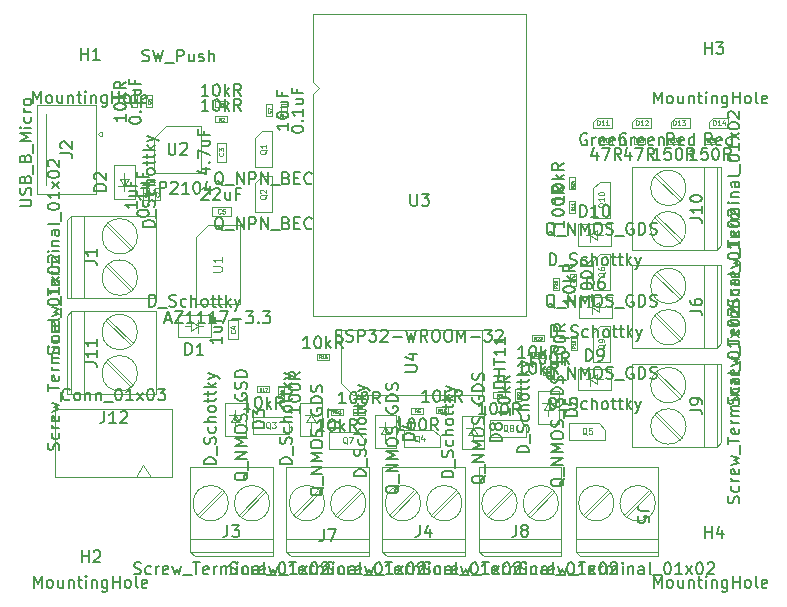
<source format=gbr>
G04 #@! TF.GenerationSoftware,KiCad,Pcbnew,(5.1.4)-1*
G04 #@! TF.CreationDate,2019-11-04T02:00:11+00:00*
G04 #@! TF.ProjectId,light_control,6c696768-745f-4636-9f6e-74726f6c2e6b,rev?*
G04 #@! TF.SameCoordinates,Original*
G04 #@! TF.FileFunction,Other,Fab,Top*
%FSLAX46Y46*%
G04 Gerber Fmt 4.6, Leading zero omitted, Abs format (unit mm)*
G04 Created by KiCad (PCBNEW (5.1.4)-1) date 2019-11-04 02:00:11*
%MOMM*%
%LPD*%
G04 APERTURE LIST*
%ADD10C,0.100000*%
%ADD11C,0.150000*%
%ADD12C,0.040000*%
%ADD13C,0.060000*%
%ADD14C,0.075000*%
%ADD15C,0.120000*%
G04 APERTURE END LIST*
D10*
X147070000Y-69357000D02*
X147070000Y-68357000D01*
X147570000Y-69357000D02*
X147070000Y-69357000D01*
X147570000Y-68357000D02*
X147570000Y-69357000D01*
X147070000Y-68357000D02*
X147570000Y-68357000D01*
X144899000Y-82292000D02*
X143899000Y-82292000D01*
X144899000Y-81792000D02*
X144899000Y-82292000D01*
X143899000Y-81792000D02*
X144899000Y-81792000D01*
X143899000Y-82292000D02*
X143899000Y-81792000D01*
X142498000Y-87368000D02*
X142498000Y-86368000D01*
X142998000Y-87368000D02*
X142498000Y-87368000D01*
X142998000Y-86368000D02*
X142998000Y-87368000D01*
X142498000Y-86368000D02*
X142998000Y-86368000D01*
X127881000Y-88515000D02*
X126881000Y-88515000D01*
X127881000Y-88015000D02*
X127881000Y-88515000D01*
X126881000Y-88015000D02*
X127881000Y-88015000D01*
X126881000Y-88515000D02*
X126881000Y-88015000D01*
X146173000Y-76970000D02*
X146173000Y-77970000D01*
X145673000Y-76970000D02*
X146173000Y-76970000D01*
X145673000Y-77970000D02*
X145673000Y-76970000D01*
X146173000Y-77970000D02*
X145673000Y-77970000D01*
X144899000Y-83689000D02*
X143899000Y-83689000D01*
X144899000Y-83189000D02*
X144899000Y-83689000D01*
X143899000Y-83189000D02*
X144899000Y-83189000D01*
X143899000Y-83689000D02*
X143899000Y-83189000D01*
X135771000Y-87888000D02*
X136771000Y-87888000D01*
X135771000Y-88388000D02*
X135771000Y-87888000D01*
X136771000Y-88388000D02*
X135771000Y-88388000D01*
X136771000Y-87888000D02*
X136771000Y-88388000D01*
X121658000Y-86610000D02*
X120658000Y-86610000D01*
X121658000Y-86110000D02*
X121658000Y-86610000D01*
X120658000Y-86110000D02*
X121658000Y-86110000D01*
X120658000Y-86610000D02*
X120658000Y-86110000D01*
X125700000Y-83350000D02*
X126700000Y-83350000D01*
X125700000Y-83850000D02*
X125700000Y-83350000D01*
X126700000Y-83850000D02*
X125700000Y-83850000D01*
X126700000Y-83350000D02*
X126700000Y-83850000D01*
X128710000Y-86850000D02*
X127710000Y-85850000D01*
X128710000Y-86850000D02*
X139710000Y-86850000D01*
X139710000Y-81350000D02*
X139710000Y-86850000D01*
X127710000Y-81350000D02*
X139710000Y-81350000D01*
X127710000Y-85850000D02*
X127710000Y-81350000D01*
X159500000Y-65550000D02*
X158500000Y-65550000D01*
X159500000Y-65050000D02*
X159500000Y-65550000D01*
X158500000Y-65050000D02*
X159500000Y-65050000D01*
X158500000Y-65550000D02*
X158500000Y-65050000D01*
X156400000Y-65550000D02*
X155400000Y-65550000D01*
X156400000Y-65050000D02*
X156400000Y-65550000D01*
X155400000Y-65050000D02*
X156400000Y-65050000D01*
X155400000Y-65550000D02*
X155400000Y-65050000D01*
X153500000Y-65550000D02*
X152500000Y-65550000D01*
X153500000Y-65050000D02*
X153500000Y-65550000D01*
X152500000Y-65050000D02*
X153500000Y-65050000D01*
X152500000Y-65550000D02*
X152500000Y-65050000D01*
X150700000Y-65550000D02*
X149700000Y-65550000D01*
X150700000Y-65050000D02*
X150700000Y-65550000D01*
X149700000Y-65050000D02*
X150700000Y-65050000D01*
X149700000Y-65550000D02*
X149700000Y-65050000D01*
X160500000Y-64200000D02*
X160500000Y-63400000D01*
X158900000Y-64200000D02*
X160500000Y-64200000D01*
X158900000Y-63700000D02*
X158900000Y-64200000D01*
X159200000Y-63400000D02*
X158900000Y-63700000D01*
X160500000Y-63400000D02*
X159200000Y-63400000D01*
X157300000Y-64200000D02*
X157300000Y-63400000D01*
X155700000Y-64200000D02*
X157300000Y-64200000D01*
X155700000Y-63700000D02*
X155700000Y-64200000D01*
X156000000Y-63400000D02*
X155700000Y-63700000D01*
X157300000Y-63400000D02*
X156000000Y-63400000D01*
X154000000Y-64200000D02*
X154000000Y-63400000D01*
X152400000Y-64200000D02*
X154000000Y-64200000D01*
X152400000Y-63700000D02*
X152400000Y-64200000D01*
X152700000Y-63400000D02*
X152400000Y-63700000D01*
X154000000Y-63400000D02*
X152700000Y-63400000D01*
X150700000Y-64200000D02*
X150700000Y-63400000D01*
X149100000Y-64200000D02*
X150700000Y-64200000D01*
X149100000Y-63700000D02*
X149100000Y-64200000D01*
X149400000Y-63400000D02*
X149100000Y-63700000D01*
X150700000Y-63400000D02*
X149400000Y-63400000D01*
X145605000Y-94862000D02*
X143513000Y-96955000D01*
X145788000Y-95045000D02*
X143696000Y-97138000D01*
X142105000Y-94862000D02*
X140012000Y-96955000D01*
X142288000Y-95045000D02*
X140195000Y-97138000D01*
X139400000Y-99000000D02*
X146400000Y-99000000D01*
X139400000Y-100100000D02*
X146400000Y-100100000D01*
X139400000Y-100100000D02*
X139400000Y-92900000D01*
X139800000Y-100500000D02*
X139400000Y-100100000D01*
X146400000Y-100500000D02*
X139800000Y-100500000D01*
X146400000Y-92900000D02*
X146400000Y-100500000D01*
X139400000Y-92900000D02*
X146400000Y-92900000D01*
X146150000Y-96000000D02*
G75*
G03X146150000Y-96000000I-1500000J0D01*
G01*
X142650000Y-96000000D02*
G75*
G03X142650000Y-96000000I-1500000J0D01*
G01*
X111000000Y-92800000D02*
X110375000Y-93800000D01*
X111625000Y-93800000D02*
X111000000Y-92800000D01*
X103550000Y-93800000D02*
X113450000Y-93800000D01*
X103550000Y-88050000D02*
X103550000Y-93800000D01*
X113450000Y-88050000D02*
X103550000Y-88050000D01*
X113450000Y-93800000D02*
X113450000Y-88050000D01*
X110138000Y-85955000D02*
X108045000Y-83863000D01*
X109955000Y-86138000D02*
X107862000Y-84046000D01*
X110138000Y-82455000D02*
X108045000Y-80362000D01*
X109955000Y-82638000D02*
X107862000Y-80545000D01*
X106000000Y-79750000D02*
X106000000Y-86750000D01*
X104900000Y-79750000D02*
X104900000Y-86750000D01*
X104900000Y-79750000D02*
X112100000Y-79750000D01*
X104500000Y-80150000D02*
X104900000Y-79750000D01*
X104500000Y-86750000D02*
X104500000Y-80150000D01*
X112100000Y-86750000D02*
X104500000Y-86750000D01*
X112100000Y-79750000D02*
X112100000Y-86750000D01*
X110500000Y-85000000D02*
G75*
G03X110500000Y-85000000I-1500000J0D01*
G01*
X110500000Y-81500000D02*
G75*
G03X110500000Y-81500000I-1500000J0D01*
G01*
X122932000Y-86114000D02*
X122932000Y-87114000D01*
X122432000Y-86114000D02*
X122932000Y-86114000D01*
X122432000Y-87114000D02*
X122432000Y-86114000D01*
X122932000Y-87114000D02*
X122432000Y-87114000D01*
X154310000Y-68345000D02*
X156403000Y-70437000D01*
X154493000Y-68162000D02*
X156586000Y-70254000D01*
X154310000Y-71845000D02*
X156403000Y-73938000D01*
X154493000Y-71662000D02*
X156586000Y-73755000D01*
X158448000Y-74550000D02*
X158448000Y-67550000D01*
X159548000Y-74550000D02*
X159548000Y-67550000D01*
X159548000Y-74550000D02*
X152348000Y-74550000D01*
X159948000Y-74150000D02*
X159548000Y-74550000D01*
X159948000Y-67550000D02*
X159948000Y-74150000D01*
X152348000Y-67550000D02*
X159948000Y-67550000D01*
X152348000Y-74550000D02*
X152348000Y-67550000D01*
X156948000Y-69300000D02*
G75*
G03X156948000Y-69300000I-1500000J0D01*
G01*
X156948000Y-72800000D02*
G75*
G03X156948000Y-72800000I-1500000J0D01*
G01*
X154310000Y-85045000D02*
X156403000Y-87137000D01*
X154493000Y-84862000D02*
X156586000Y-86954000D01*
X154310000Y-88545000D02*
X156403000Y-90638000D01*
X154493000Y-88362000D02*
X156586000Y-90455000D01*
X158448000Y-91250000D02*
X158448000Y-84250000D01*
X159548000Y-91250000D02*
X159548000Y-84250000D01*
X159548000Y-91250000D02*
X152348000Y-91250000D01*
X159948000Y-90850000D02*
X159548000Y-91250000D01*
X159948000Y-84250000D02*
X159948000Y-90850000D01*
X152348000Y-84250000D02*
X159948000Y-84250000D01*
X152348000Y-91250000D02*
X152348000Y-84250000D01*
X156948000Y-86000000D02*
G75*
G03X156948000Y-86000000I-1500000J0D01*
G01*
X156948000Y-89500000D02*
G75*
G03X156948000Y-89500000I-1500000J0D01*
G01*
X129305000Y-94862000D02*
X127213000Y-96955000D01*
X129488000Y-95045000D02*
X127396000Y-97138000D01*
X125805000Y-94862000D02*
X123712000Y-96955000D01*
X125988000Y-95045000D02*
X123895000Y-97138000D01*
X123100000Y-99000000D02*
X130100000Y-99000000D01*
X123100000Y-100100000D02*
X130100000Y-100100000D01*
X123100000Y-100100000D02*
X123100000Y-92900000D01*
X123500000Y-100500000D02*
X123100000Y-100100000D01*
X130100000Y-100500000D02*
X123500000Y-100500000D01*
X130100000Y-92900000D02*
X130100000Y-100500000D01*
X123100000Y-92900000D02*
X130100000Y-92900000D01*
X129850000Y-96000000D02*
G75*
G03X129850000Y-96000000I-1500000J0D01*
G01*
X126350000Y-96000000D02*
G75*
G03X126350000Y-96000000I-1500000J0D01*
G01*
X154310000Y-76645000D02*
X156403000Y-78737000D01*
X154493000Y-76462000D02*
X156586000Y-78554000D01*
X154310000Y-80145000D02*
X156403000Y-82238000D01*
X154493000Y-79962000D02*
X156586000Y-82055000D01*
X158448000Y-82850000D02*
X158448000Y-75850000D01*
X159548000Y-82850000D02*
X159548000Y-75850000D01*
X159548000Y-82850000D02*
X152348000Y-82850000D01*
X159948000Y-82450000D02*
X159548000Y-82850000D01*
X159948000Y-75850000D02*
X159948000Y-82450000D01*
X152348000Y-75850000D02*
X159948000Y-75850000D01*
X152348000Y-82850000D02*
X152348000Y-75850000D01*
X156948000Y-77600000D02*
G75*
G03X156948000Y-77600000I-1500000J0D01*
G01*
X156948000Y-81100000D02*
G75*
G03X156948000Y-81100000I-1500000J0D01*
G01*
X153805000Y-94862000D02*
X151713000Y-96955000D01*
X153988000Y-95045000D02*
X151896000Y-97138000D01*
X150305000Y-94862000D02*
X148212000Y-96955000D01*
X150488000Y-95045000D02*
X148395000Y-97138000D01*
X147600000Y-99000000D02*
X154600000Y-99000000D01*
X147600000Y-100100000D02*
X154600000Y-100100000D01*
X147600000Y-100100000D02*
X147600000Y-92900000D01*
X148000000Y-100500000D02*
X147600000Y-100100000D01*
X154600000Y-100500000D02*
X148000000Y-100500000D01*
X154600000Y-92900000D02*
X154600000Y-100500000D01*
X147600000Y-92900000D02*
X154600000Y-92900000D01*
X154350000Y-96000000D02*
G75*
G03X154350000Y-96000000I-1500000J0D01*
G01*
X150850000Y-96000000D02*
G75*
G03X150850000Y-96000000I-1500000J0D01*
G01*
X137433000Y-94862000D02*
X135341000Y-96955000D01*
X137616000Y-95045000D02*
X135524000Y-97138000D01*
X133933000Y-94862000D02*
X131840000Y-96955000D01*
X134116000Y-95045000D02*
X132023000Y-97138000D01*
X131228000Y-99000000D02*
X138228000Y-99000000D01*
X131228000Y-100100000D02*
X138228000Y-100100000D01*
X131228000Y-100100000D02*
X131228000Y-92900000D01*
X131628000Y-100500000D02*
X131228000Y-100100000D01*
X138228000Y-100500000D02*
X131628000Y-100500000D01*
X138228000Y-92900000D02*
X138228000Y-100500000D01*
X131228000Y-92900000D02*
X138228000Y-92900000D01*
X137978000Y-96000000D02*
G75*
G03X137978000Y-96000000I-1500000J0D01*
G01*
X134478000Y-96000000D02*
G75*
G03X134478000Y-96000000I-1500000J0D01*
G01*
X149100000Y-71820000D02*
X150500000Y-71820000D01*
X150500000Y-68780000D02*
X150500000Y-71820000D01*
X149100000Y-69350000D02*
X149650000Y-68780000D01*
X149650000Y-68780000D02*
X150500000Y-68780000D01*
X149100000Y-69350000D02*
X149100000Y-71800000D01*
X149100000Y-84020000D02*
X150500000Y-84020000D01*
X150500000Y-80980000D02*
X150500000Y-84020000D01*
X149100000Y-81550000D02*
X149650000Y-80980000D01*
X149650000Y-80980000D02*
X150500000Y-80980000D01*
X149100000Y-81550000D02*
X149100000Y-84000000D01*
X140380000Y-88962000D02*
X140380000Y-90362000D01*
X143420000Y-90362000D02*
X140380000Y-90362000D01*
X142850000Y-88962000D02*
X143420000Y-89512000D01*
X143420000Y-89512000D02*
X143420000Y-90362000D01*
X142850000Y-88962000D02*
X140400000Y-88962000D01*
X126680000Y-89978000D02*
X126680000Y-91378000D01*
X129720000Y-91378000D02*
X126680000Y-91378000D01*
X129150000Y-89978000D02*
X129720000Y-90528000D01*
X129720000Y-90528000D02*
X129720000Y-91378000D01*
X129150000Y-89978000D02*
X126700000Y-89978000D01*
X149100000Y-77920000D02*
X150500000Y-77920000D01*
X150500000Y-74880000D02*
X150500000Y-77920000D01*
X149100000Y-75450000D02*
X149650000Y-74880000D01*
X149650000Y-74880000D02*
X150500000Y-74880000D01*
X149100000Y-75450000D02*
X149100000Y-77900000D01*
X147070000Y-89216000D02*
X147070000Y-90616000D01*
X150110000Y-90616000D02*
X147070000Y-90616000D01*
X149540000Y-89216000D02*
X150110000Y-89766000D01*
X150110000Y-89766000D02*
X150110000Y-90616000D01*
X149540000Y-89216000D02*
X147090000Y-89216000D01*
X133080000Y-89800000D02*
X133080000Y-91200000D01*
X136120000Y-91200000D02*
X133080000Y-91200000D01*
X135550000Y-89800000D02*
X136120000Y-90350000D01*
X136120000Y-90350000D02*
X136120000Y-91200000D01*
X135550000Y-89800000D02*
X133100000Y-89800000D01*
X120280000Y-88708000D02*
X120280000Y-90108000D01*
X123320000Y-90108000D02*
X120280000Y-90108000D01*
X122750000Y-88708000D02*
X123320000Y-89258000D01*
X123320000Y-89258000D02*
X123320000Y-90108000D01*
X122750000Y-88708000D02*
X120300000Y-88708000D01*
X147800000Y-72400000D02*
X150600000Y-72400000D01*
X150600000Y-72400000D02*
X150600000Y-74200000D01*
X150600000Y-74200000D02*
X147800000Y-74200000D01*
X147800000Y-74200000D02*
X147800000Y-72400000D01*
X148450000Y-73300000D02*
X148850000Y-73300000D01*
X148850000Y-73300000D02*
X148850000Y-72750000D01*
X148850000Y-73300000D02*
X148850000Y-73850000D01*
X148850000Y-73300000D02*
X149450000Y-72900000D01*
X149450000Y-72900000D02*
X149450000Y-73700000D01*
X149450000Y-73700000D02*
X148850000Y-73300000D01*
X149450000Y-73300000D02*
X149950000Y-73300000D01*
X147800000Y-84600000D02*
X150600000Y-84600000D01*
X150600000Y-84600000D02*
X150600000Y-86400000D01*
X150600000Y-86400000D02*
X147800000Y-86400000D01*
X147800000Y-86400000D02*
X147800000Y-84600000D01*
X148450000Y-85500000D02*
X148850000Y-85500000D01*
X148850000Y-85500000D02*
X148850000Y-84950000D01*
X148850000Y-85500000D02*
X148850000Y-86050000D01*
X148850000Y-85500000D02*
X149450000Y-85100000D01*
X149450000Y-85100000D02*
X149450000Y-85900000D01*
X149450000Y-85900000D02*
X148850000Y-85500000D01*
X149450000Y-85500000D02*
X149950000Y-85500000D01*
X139800000Y-88600000D02*
X139800000Y-91400000D01*
X139800000Y-91400000D02*
X138000000Y-91400000D01*
X138000000Y-91400000D02*
X138000000Y-88600000D01*
X138000000Y-88600000D02*
X139800000Y-88600000D01*
X138900000Y-89250000D02*
X138900000Y-89650000D01*
X138900000Y-89650000D02*
X139450000Y-89650000D01*
X138900000Y-89650000D02*
X138350000Y-89650000D01*
X138900000Y-89650000D02*
X139300000Y-90250000D01*
X139300000Y-90250000D02*
X138500000Y-90250000D01*
X138500000Y-90250000D02*
X138900000Y-89650000D01*
X138900000Y-90250000D02*
X138900000Y-90750000D01*
X126100000Y-87484000D02*
X126100000Y-90284000D01*
X126100000Y-90284000D02*
X124300000Y-90284000D01*
X124300000Y-90284000D02*
X124300000Y-87484000D01*
X124300000Y-87484000D02*
X126100000Y-87484000D01*
X125200000Y-88134000D02*
X125200000Y-88534000D01*
X125200000Y-88534000D02*
X125750000Y-88534000D01*
X125200000Y-88534000D02*
X124650000Y-88534000D01*
X125200000Y-88534000D02*
X125600000Y-89134000D01*
X125600000Y-89134000D02*
X124800000Y-89134000D01*
X124800000Y-89134000D02*
X125200000Y-88534000D01*
X125200000Y-89134000D02*
X125200000Y-89634000D01*
X147900000Y-78500000D02*
X150700000Y-78500000D01*
X150700000Y-78500000D02*
X150700000Y-80300000D01*
X150700000Y-80300000D02*
X147900000Y-80300000D01*
X147900000Y-80300000D02*
X147900000Y-78500000D01*
X148550000Y-79400000D02*
X148950000Y-79400000D01*
X148950000Y-79400000D02*
X148950000Y-78850000D01*
X148950000Y-79400000D02*
X148950000Y-79950000D01*
X148950000Y-79400000D02*
X149550000Y-79000000D01*
X149550000Y-79000000D02*
X149550000Y-79800000D01*
X149550000Y-79800000D02*
X148950000Y-79400000D01*
X149550000Y-79400000D02*
X150050000Y-79400000D01*
X146188000Y-86484000D02*
X146188000Y-89284000D01*
X146188000Y-89284000D02*
X144388000Y-89284000D01*
X144388000Y-89284000D02*
X144388000Y-86484000D01*
X144388000Y-86484000D02*
X146188000Y-86484000D01*
X145288000Y-87134000D02*
X145288000Y-87534000D01*
X145288000Y-87534000D02*
X145838000Y-87534000D01*
X145288000Y-87534000D02*
X144738000Y-87534000D01*
X145288000Y-87534000D02*
X145688000Y-88134000D01*
X145688000Y-88134000D02*
X144888000Y-88134000D01*
X144888000Y-88134000D02*
X145288000Y-87534000D01*
X145288000Y-88134000D02*
X145288000Y-88634000D01*
X132400000Y-88500000D02*
X132400000Y-91300000D01*
X132400000Y-91300000D02*
X130600000Y-91300000D01*
X130600000Y-91300000D02*
X130600000Y-88500000D01*
X130600000Y-88500000D02*
X132400000Y-88500000D01*
X131500000Y-89150000D02*
X131500000Y-89550000D01*
X131500000Y-89550000D02*
X132050000Y-89550000D01*
X131500000Y-89550000D02*
X130950000Y-89550000D01*
X131500000Y-89550000D02*
X131900000Y-90150000D01*
X131900000Y-90150000D02*
X131100000Y-90150000D01*
X131100000Y-90150000D02*
X131500000Y-89550000D01*
X131500000Y-90150000D02*
X131500000Y-90650000D01*
X119700000Y-87484000D02*
X119700000Y-90284000D01*
X119700000Y-90284000D02*
X117900000Y-90284000D01*
X117900000Y-90284000D02*
X117900000Y-87484000D01*
X117900000Y-87484000D02*
X119700000Y-87484000D01*
X118800000Y-88134000D02*
X118800000Y-88534000D01*
X118800000Y-88534000D02*
X119350000Y-88534000D01*
X118800000Y-88534000D02*
X118250000Y-88534000D01*
X118800000Y-88534000D02*
X119200000Y-89134000D01*
X119200000Y-89134000D02*
X118400000Y-89134000D01*
X118400000Y-89134000D02*
X118800000Y-88534000D01*
X118800000Y-89134000D02*
X118800000Y-89634000D01*
X108500000Y-70200000D02*
X108500000Y-67400000D01*
X108500000Y-67400000D02*
X110300000Y-67400000D01*
X110300000Y-67400000D02*
X110300000Y-70200000D01*
X110300000Y-70200000D02*
X108500000Y-70200000D01*
X109400000Y-69550000D02*
X109400000Y-69150000D01*
X109400000Y-69150000D02*
X108850000Y-69150000D01*
X109400000Y-69150000D02*
X109950000Y-69150000D01*
X109400000Y-69150000D02*
X109000000Y-68550000D01*
X109000000Y-68550000D02*
X109800000Y-68550000D01*
X109800000Y-68550000D02*
X109400000Y-69150000D01*
X109400000Y-68550000D02*
X109400000Y-68050000D01*
X116700000Y-81900000D02*
X113900000Y-81900000D01*
X113900000Y-81900000D02*
X113900000Y-80100000D01*
X113900000Y-80100000D02*
X116700000Y-80100000D01*
X116700000Y-80100000D02*
X116700000Y-81900000D01*
X116050000Y-81000000D02*
X115650000Y-81000000D01*
X115650000Y-81000000D02*
X115650000Y-81550000D01*
X115650000Y-81000000D02*
X115650000Y-80450000D01*
X115650000Y-81000000D02*
X115050000Y-81400000D01*
X115050000Y-81400000D02*
X115050000Y-80600000D01*
X115050000Y-80600000D02*
X115650000Y-81000000D01*
X115050000Y-81000000D02*
X114550000Y-81000000D01*
X121155000Y-94862000D02*
X119063000Y-96955000D01*
X121338000Y-95045000D02*
X119246000Y-97138000D01*
X117655000Y-94862000D02*
X115562000Y-96955000D01*
X117838000Y-95045000D02*
X115745000Y-97138000D01*
X114950000Y-99000000D02*
X121950000Y-99000000D01*
X114950000Y-100100000D02*
X121950000Y-100100000D01*
X114950000Y-100100000D02*
X114950000Y-92900000D01*
X115350000Y-100500000D02*
X114950000Y-100100000D01*
X121950000Y-100500000D02*
X115350000Y-100500000D01*
X121950000Y-92900000D02*
X121950000Y-100500000D01*
X114950000Y-92900000D02*
X121950000Y-92900000D01*
X121700000Y-96000000D02*
G75*
G03X121700000Y-96000000I-1500000J0D01*
G01*
X118200000Y-96000000D02*
G75*
G03X118200000Y-96000000I-1500000J0D01*
G01*
X110138000Y-77855000D02*
X108045000Y-75763000D01*
X109955000Y-78038000D02*
X107862000Y-75946000D01*
X110138000Y-74355000D02*
X108045000Y-72262000D01*
X109955000Y-74538000D02*
X107862000Y-72445000D01*
X106000000Y-71650000D02*
X106000000Y-78650000D01*
X104900000Y-71650000D02*
X104900000Y-78650000D01*
X104900000Y-71650000D02*
X112100000Y-71650000D01*
X104500000Y-72050000D02*
X104900000Y-71650000D01*
X104500000Y-78650000D02*
X104500000Y-72050000D01*
X112100000Y-78650000D02*
X104500000Y-78650000D01*
X112100000Y-71650000D02*
X112100000Y-78650000D01*
X110500000Y-76900000D02*
G75*
G03X110500000Y-76900000I-1500000J0D01*
G01*
X110500000Y-73400000D02*
G75*
G03X110500000Y-73400000I-1500000J0D01*
G01*
X147070000Y-71400000D02*
X147070000Y-70400000D01*
X147570000Y-71400000D02*
X147070000Y-71400000D01*
X147570000Y-70400000D02*
X147570000Y-71400000D01*
X147070000Y-70400000D02*
X147570000Y-70400000D01*
X147197000Y-83050000D02*
X147197000Y-82050000D01*
X147697000Y-83050000D02*
X147197000Y-83050000D01*
X147697000Y-82050000D02*
X147697000Y-83050000D01*
X147197000Y-82050000D02*
X147697000Y-82050000D01*
X141638000Y-87102000D02*
X140638000Y-87102000D01*
X141638000Y-86602000D02*
X141638000Y-87102000D01*
X140638000Y-86602000D02*
X141638000Y-86602000D01*
X140638000Y-87102000D02*
X140638000Y-86602000D01*
X128786000Y-88015000D02*
X129786000Y-88015000D01*
X128786000Y-88515000D02*
X128786000Y-88015000D01*
X129786000Y-88515000D02*
X128786000Y-88515000D01*
X129786000Y-88015000D02*
X129786000Y-88515000D01*
X147650000Y-76615000D02*
X147650000Y-77615000D01*
X147150000Y-76615000D02*
X147650000Y-76615000D01*
X147150000Y-77615000D02*
X147150000Y-76615000D01*
X147650000Y-77615000D02*
X147150000Y-77615000D01*
X144800000Y-84650000D02*
X145800000Y-84650000D01*
X144800000Y-85150000D02*
X144800000Y-84650000D01*
X145800000Y-85150000D02*
X144800000Y-85150000D01*
X145800000Y-84650000D02*
X145800000Y-85150000D01*
X134700000Y-88450000D02*
X133700000Y-88450000D01*
X134700000Y-87950000D02*
X134700000Y-88450000D01*
X133700000Y-87950000D02*
X134700000Y-87950000D01*
X133700000Y-88450000D02*
X133700000Y-87950000D01*
X107532500Y-64940000D02*
X107322500Y-64940000D01*
X107532500Y-64540000D02*
X107322500Y-64540000D01*
X107532500Y-64540000D02*
X107532500Y-64940000D01*
X107322500Y-64940000D02*
X107122500Y-64740000D01*
X107122500Y-64740000D02*
X107322500Y-64540000D01*
X102022500Y-62290000D02*
X107022500Y-62290000D01*
X107022500Y-62290000D02*
X107022500Y-69790000D01*
X102020796Y-62290000D02*
X102020796Y-69790000D01*
X102720796Y-63040000D02*
X102720796Y-69040000D01*
X102022500Y-69790000D02*
X107022500Y-69790000D01*
X125366000Y-61338000D02*
X125866000Y-60838000D01*
X125866000Y-60838000D02*
X125366000Y-60338000D01*
X125366000Y-61338000D02*
X125366000Y-80118000D01*
X125366000Y-54613000D02*
X143366000Y-54613000D01*
X125366000Y-54613000D02*
X125366000Y-60338000D01*
X125366000Y-80118000D02*
X143366000Y-80118000D01*
X143366000Y-80118000D02*
X143366000Y-54613000D01*
X111904000Y-65040000D02*
X112904000Y-64040000D01*
X111904000Y-68040000D02*
X111904000Y-65040000D01*
X115904000Y-68040000D02*
X111904000Y-68040000D01*
X115904000Y-64040000D02*
X115904000Y-68040000D01*
X112904000Y-64040000D02*
X115904000Y-64040000D01*
X119150000Y-72450000D02*
X119150000Y-79150000D01*
X115450000Y-79150000D02*
X119150000Y-79150000D01*
X116450000Y-72450000D02*
X119150000Y-72450000D01*
X115450000Y-73450000D02*
X115450000Y-79150000D01*
X115450000Y-73450000D02*
X116450000Y-72450000D01*
X109986000Y-62476000D02*
X109986000Y-61476000D01*
X110486000Y-62476000D02*
X109986000Y-62476000D01*
X110486000Y-61476000D02*
X110486000Y-62476000D01*
X109986000Y-61476000D02*
X110486000Y-61476000D01*
X117102000Y-63250000D02*
X118102000Y-63250000D01*
X117102000Y-63750000D02*
X117102000Y-63250000D01*
X118102000Y-63750000D02*
X117102000Y-63750000D01*
X118102000Y-63250000D02*
X118102000Y-63750000D01*
X117102000Y-61980000D02*
X118102000Y-61980000D01*
X117102000Y-62480000D02*
X117102000Y-61980000D01*
X118102000Y-62480000D02*
X117102000Y-62480000D01*
X118102000Y-61980000D02*
X118102000Y-62480000D01*
X120458000Y-71370000D02*
X121858000Y-71370000D01*
X121858000Y-68330000D02*
X121858000Y-71370000D01*
X120458000Y-68900000D02*
X121008000Y-68330000D01*
X121008000Y-68330000D02*
X121858000Y-68330000D01*
X120458000Y-68900000D02*
X120458000Y-71350000D01*
X120458000Y-67560000D02*
X121858000Y-67560000D01*
X121858000Y-64520000D02*
X121858000Y-67560000D01*
X120458000Y-65090000D02*
X121008000Y-64520000D01*
X121008000Y-64520000D02*
X121858000Y-64520000D01*
X120458000Y-65090000D02*
X120458000Y-67540000D01*
X123186000Y-62238000D02*
X123186000Y-63238000D01*
X122686000Y-62238000D02*
X123186000Y-62238000D01*
X122686000Y-63238000D02*
X122686000Y-62238000D01*
X123186000Y-63238000D02*
X122686000Y-63238000D01*
X121916000Y-62238000D02*
X121916000Y-63238000D01*
X121416000Y-62238000D02*
X121916000Y-62238000D01*
X121416000Y-63238000D02*
X121416000Y-62238000D01*
X121916000Y-63238000D02*
X121416000Y-63238000D01*
X111256000Y-62476000D02*
X111256000Y-61476000D01*
X111756000Y-62476000D02*
X111256000Y-62476000D01*
X111756000Y-61476000D02*
X111756000Y-62476000D01*
X111256000Y-61476000D02*
X111756000Y-61476000D01*
X116800000Y-70900000D02*
X118400000Y-70900000D01*
X116800000Y-71700000D02*
X116800000Y-70900000D01*
X118400000Y-71700000D02*
X116800000Y-71700000D01*
X118400000Y-70900000D02*
X118400000Y-71700000D01*
X118200000Y-82100000D02*
X118200000Y-80500000D01*
X119000000Y-82100000D02*
X118200000Y-82100000D01*
X119000000Y-80500000D02*
X119000000Y-82100000D01*
X118200000Y-80500000D02*
X119000000Y-80500000D01*
X117202000Y-67068500D02*
X117202000Y-65468500D01*
X118002000Y-67068500D02*
X117202000Y-67068500D01*
X118002000Y-65468500D02*
X118002000Y-67068500D01*
X117202000Y-65468500D02*
X118002000Y-65468500D01*
X111950000Y-70350000D02*
X111950000Y-69350000D01*
X112450000Y-70350000D02*
X111950000Y-70350000D01*
X112450000Y-69350000D02*
X112450000Y-70350000D01*
X111950000Y-69350000D02*
X112450000Y-69350000D01*
X110950000Y-70350000D02*
X110950000Y-69350000D01*
X111450000Y-70350000D02*
X110950000Y-70350000D01*
X111450000Y-69350000D02*
X111450000Y-70350000D01*
X110950000Y-69350000D02*
X111450000Y-69350000D01*
D11*
X146602380Y-69952238D02*
X146602380Y-70523666D01*
X146602380Y-70237952D02*
X145602380Y-70237952D01*
X145745238Y-70333190D01*
X145840476Y-70428428D01*
X145888095Y-70523666D01*
X145602380Y-69333190D02*
X145602380Y-69237952D01*
X145650000Y-69142714D01*
X145697619Y-69095095D01*
X145792857Y-69047476D01*
X145983333Y-68999857D01*
X146221428Y-68999857D01*
X146411904Y-69047476D01*
X146507142Y-69095095D01*
X146554761Y-69142714D01*
X146602380Y-69237952D01*
X146602380Y-69333190D01*
X146554761Y-69428428D01*
X146507142Y-69476047D01*
X146411904Y-69523666D01*
X146221428Y-69571285D01*
X145983333Y-69571285D01*
X145792857Y-69523666D01*
X145697619Y-69476047D01*
X145650000Y-69428428D01*
X145602380Y-69333190D01*
X146602380Y-68571285D02*
X145602380Y-68571285D01*
X146221428Y-68476047D02*
X146602380Y-68190333D01*
X145935714Y-68190333D02*
X146316666Y-68571285D01*
X146602380Y-67190333D02*
X146126190Y-67523666D01*
X146602380Y-67761761D02*
X145602380Y-67761761D01*
X145602380Y-67380809D01*
X145650000Y-67285571D01*
X145697619Y-67237952D01*
X145792857Y-67190333D01*
X145935714Y-67190333D01*
X146030952Y-67237952D01*
X146078571Y-67285571D01*
X146126190Y-67380809D01*
X146126190Y-67761761D01*
D12*
X147433095Y-69166714D02*
X147314047Y-69250047D01*
X147433095Y-69309571D02*
X147183095Y-69309571D01*
X147183095Y-69214333D01*
X147195000Y-69190523D01*
X147206904Y-69178619D01*
X147230714Y-69166714D01*
X147266428Y-69166714D01*
X147290238Y-69178619D01*
X147302142Y-69190523D01*
X147314047Y-69214333D01*
X147314047Y-69309571D01*
X147206904Y-69071476D02*
X147195000Y-69059571D01*
X147183095Y-69035761D01*
X147183095Y-68976238D01*
X147195000Y-68952428D01*
X147206904Y-68940523D01*
X147230714Y-68928619D01*
X147254523Y-68928619D01*
X147290238Y-68940523D01*
X147433095Y-69083380D01*
X147433095Y-68928619D01*
X147266428Y-68714333D02*
X147433095Y-68714333D01*
X147171190Y-68773857D02*
X147349761Y-68833380D01*
X147349761Y-68678619D01*
D11*
X143303761Y-83664380D02*
X142732333Y-83664380D01*
X143018047Y-83664380D02*
X143018047Y-82664380D01*
X142922809Y-82807238D01*
X142827571Y-82902476D01*
X142732333Y-82950095D01*
X143922809Y-82664380D02*
X144018047Y-82664380D01*
X144113285Y-82712000D01*
X144160904Y-82759619D01*
X144208523Y-82854857D01*
X144256142Y-83045333D01*
X144256142Y-83283428D01*
X144208523Y-83473904D01*
X144160904Y-83569142D01*
X144113285Y-83616761D01*
X144018047Y-83664380D01*
X143922809Y-83664380D01*
X143827571Y-83616761D01*
X143779952Y-83569142D01*
X143732333Y-83473904D01*
X143684714Y-83283428D01*
X143684714Y-83045333D01*
X143732333Y-82854857D01*
X143779952Y-82759619D01*
X143827571Y-82712000D01*
X143922809Y-82664380D01*
X144684714Y-83664380D02*
X144684714Y-82664380D01*
X144779952Y-83283428D02*
X145065666Y-83664380D01*
X145065666Y-82997714D02*
X144684714Y-83378666D01*
X146065666Y-83664380D02*
X145732333Y-83188190D01*
X145494238Y-83664380D02*
X145494238Y-82664380D01*
X145875190Y-82664380D01*
X145970428Y-82712000D01*
X146018047Y-82759619D01*
X146065666Y-82854857D01*
X146065666Y-82997714D01*
X146018047Y-83092952D01*
X145970428Y-83140571D01*
X145875190Y-83188190D01*
X145494238Y-83188190D01*
D12*
X144238285Y-82155095D02*
X144154952Y-82036047D01*
X144095428Y-82155095D02*
X144095428Y-81905095D01*
X144190666Y-81905095D01*
X144214476Y-81917000D01*
X144226380Y-81928904D01*
X144238285Y-81952714D01*
X144238285Y-81988428D01*
X144226380Y-82012238D01*
X144214476Y-82024142D01*
X144190666Y-82036047D01*
X144095428Y-82036047D01*
X144333523Y-81928904D02*
X144345428Y-81917000D01*
X144369238Y-81905095D01*
X144428761Y-81905095D01*
X144452571Y-81917000D01*
X144464476Y-81928904D01*
X144476380Y-81952714D01*
X144476380Y-81976523D01*
X144464476Y-82012238D01*
X144321619Y-82155095D01*
X144476380Y-82155095D01*
X144559714Y-81905095D02*
X144714476Y-81905095D01*
X144631142Y-82000333D01*
X144666857Y-82000333D01*
X144690666Y-82012238D01*
X144702571Y-82024142D01*
X144714476Y-82047952D01*
X144714476Y-82107476D01*
X144702571Y-82131285D01*
X144690666Y-82143190D01*
X144666857Y-82155095D01*
X144595428Y-82155095D01*
X144571619Y-82143190D01*
X144559714Y-82131285D01*
D11*
X142030380Y-87963238D02*
X142030380Y-88534666D01*
X142030380Y-88248952D02*
X141030380Y-88248952D01*
X141173238Y-88344190D01*
X141268476Y-88439428D01*
X141316095Y-88534666D01*
X141030380Y-87344190D02*
X141030380Y-87248952D01*
X141078000Y-87153714D01*
X141125619Y-87106095D01*
X141220857Y-87058476D01*
X141411333Y-87010857D01*
X141649428Y-87010857D01*
X141839904Y-87058476D01*
X141935142Y-87106095D01*
X141982761Y-87153714D01*
X142030380Y-87248952D01*
X142030380Y-87344190D01*
X141982761Y-87439428D01*
X141935142Y-87487047D01*
X141839904Y-87534666D01*
X141649428Y-87582285D01*
X141411333Y-87582285D01*
X141220857Y-87534666D01*
X141125619Y-87487047D01*
X141078000Y-87439428D01*
X141030380Y-87344190D01*
X142030380Y-86582285D02*
X141030380Y-86582285D01*
X141649428Y-86487047D02*
X142030380Y-86201333D01*
X141363714Y-86201333D02*
X141744666Y-86582285D01*
X142030380Y-85201333D02*
X141554190Y-85534666D01*
X142030380Y-85772761D02*
X141030380Y-85772761D01*
X141030380Y-85391809D01*
X141078000Y-85296571D01*
X141125619Y-85248952D01*
X141220857Y-85201333D01*
X141363714Y-85201333D01*
X141458952Y-85248952D01*
X141506571Y-85296571D01*
X141554190Y-85391809D01*
X141554190Y-85772761D01*
D12*
X142861095Y-87028714D02*
X142742047Y-87112047D01*
X142861095Y-87171571D02*
X142611095Y-87171571D01*
X142611095Y-87076333D01*
X142623000Y-87052523D01*
X142634904Y-87040619D01*
X142658714Y-87028714D01*
X142694428Y-87028714D01*
X142718238Y-87040619D01*
X142730142Y-87052523D01*
X142742047Y-87076333D01*
X142742047Y-87171571D01*
X142634904Y-86933476D02*
X142623000Y-86921571D01*
X142611095Y-86897761D01*
X142611095Y-86838238D01*
X142623000Y-86814428D01*
X142634904Y-86802523D01*
X142658714Y-86790619D01*
X142682523Y-86790619D01*
X142718238Y-86802523D01*
X142861095Y-86945380D01*
X142861095Y-86790619D01*
X142634904Y-86695380D02*
X142623000Y-86683476D01*
X142611095Y-86659666D01*
X142611095Y-86600142D01*
X142623000Y-86576333D01*
X142634904Y-86564428D01*
X142658714Y-86552523D01*
X142682523Y-86552523D01*
X142718238Y-86564428D01*
X142861095Y-86707285D01*
X142861095Y-86552523D01*
D11*
X126285761Y-89887380D02*
X125714333Y-89887380D01*
X126000047Y-89887380D02*
X126000047Y-88887380D01*
X125904809Y-89030238D01*
X125809571Y-89125476D01*
X125714333Y-89173095D01*
X126904809Y-88887380D02*
X127000047Y-88887380D01*
X127095285Y-88935000D01*
X127142904Y-88982619D01*
X127190523Y-89077857D01*
X127238142Y-89268333D01*
X127238142Y-89506428D01*
X127190523Y-89696904D01*
X127142904Y-89792142D01*
X127095285Y-89839761D01*
X127000047Y-89887380D01*
X126904809Y-89887380D01*
X126809571Y-89839761D01*
X126761952Y-89792142D01*
X126714333Y-89696904D01*
X126666714Y-89506428D01*
X126666714Y-89268333D01*
X126714333Y-89077857D01*
X126761952Y-88982619D01*
X126809571Y-88935000D01*
X126904809Y-88887380D01*
X127666714Y-89887380D02*
X127666714Y-88887380D01*
X127761952Y-89506428D02*
X128047666Y-89887380D01*
X128047666Y-89220714D02*
X127666714Y-89601666D01*
X129047666Y-89887380D02*
X128714333Y-89411190D01*
X128476238Y-89887380D02*
X128476238Y-88887380D01*
X128857190Y-88887380D01*
X128952428Y-88935000D01*
X129000047Y-88982619D01*
X129047666Y-89077857D01*
X129047666Y-89220714D01*
X129000047Y-89315952D01*
X128952428Y-89363571D01*
X128857190Y-89411190D01*
X128476238Y-89411190D01*
D12*
X127220285Y-88378095D02*
X127136952Y-88259047D01*
X127077428Y-88378095D02*
X127077428Y-88128095D01*
X127172666Y-88128095D01*
X127196476Y-88140000D01*
X127208380Y-88151904D01*
X127220285Y-88175714D01*
X127220285Y-88211428D01*
X127208380Y-88235238D01*
X127196476Y-88247142D01*
X127172666Y-88259047D01*
X127077428Y-88259047D01*
X127315523Y-88151904D02*
X127327428Y-88140000D01*
X127351238Y-88128095D01*
X127410761Y-88128095D01*
X127434571Y-88140000D01*
X127446476Y-88151904D01*
X127458380Y-88175714D01*
X127458380Y-88199523D01*
X127446476Y-88235238D01*
X127303619Y-88378095D01*
X127458380Y-88378095D01*
X127696476Y-88378095D02*
X127553619Y-88378095D01*
X127625047Y-88378095D02*
X127625047Y-88128095D01*
X127601238Y-88163809D01*
X127577428Y-88187619D01*
X127553619Y-88199523D01*
D11*
X147545380Y-78565238D02*
X147545380Y-79136666D01*
X147545380Y-78850952D02*
X146545380Y-78850952D01*
X146688238Y-78946190D01*
X146783476Y-79041428D01*
X146831095Y-79136666D01*
X146545380Y-77946190D02*
X146545380Y-77850952D01*
X146593000Y-77755714D01*
X146640619Y-77708095D01*
X146735857Y-77660476D01*
X146926333Y-77612857D01*
X147164428Y-77612857D01*
X147354904Y-77660476D01*
X147450142Y-77708095D01*
X147497761Y-77755714D01*
X147545380Y-77850952D01*
X147545380Y-77946190D01*
X147497761Y-78041428D01*
X147450142Y-78089047D01*
X147354904Y-78136666D01*
X147164428Y-78184285D01*
X146926333Y-78184285D01*
X146735857Y-78136666D01*
X146640619Y-78089047D01*
X146593000Y-78041428D01*
X146545380Y-77946190D01*
X147545380Y-77184285D02*
X146545380Y-77184285D01*
X147164428Y-77089047D02*
X147545380Y-76803333D01*
X146878714Y-76803333D02*
X147259666Y-77184285D01*
X147545380Y-75803333D02*
X147069190Y-76136666D01*
X147545380Y-76374761D02*
X146545380Y-76374761D01*
X146545380Y-75993809D01*
X146593000Y-75898571D01*
X146640619Y-75850952D01*
X146735857Y-75803333D01*
X146878714Y-75803333D01*
X146973952Y-75850952D01*
X147021571Y-75898571D01*
X147069190Y-75993809D01*
X147069190Y-76374761D01*
D12*
X146036095Y-77630714D02*
X145917047Y-77714047D01*
X146036095Y-77773571D02*
X145786095Y-77773571D01*
X145786095Y-77678333D01*
X145798000Y-77654523D01*
X145809904Y-77642619D01*
X145833714Y-77630714D01*
X145869428Y-77630714D01*
X145893238Y-77642619D01*
X145905142Y-77654523D01*
X145917047Y-77678333D01*
X145917047Y-77773571D01*
X145809904Y-77535476D02*
X145798000Y-77523571D01*
X145786095Y-77499761D01*
X145786095Y-77440238D01*
X145798000Y-77416428D01*
X145809904Y-77404523D01*
X145833714Y-77392619D01*
X145857523Y-77392619D01*
X145893238Y-77404523D01*
X146036095Y-77547380D01*
X146036095Y-77392619D01*
X145786095Y-77237857D02*
X145786095Y-77214047D01*
X145798000Y-77190238D01*
X145809904Y-77178333D01*
X145833714Y-77166428D01*
X145881333Y-77154523D01*
X145940857Y-77154523D01*
X145988476Y-77166428D01*
X146012285Y-77178333D01*
X146024190Y-77190238D01*
X146036095Y-77214047D01*
X146036095Y-77237857D01*
X146024190Y-77261666D01*
X146012285Y-77273571D01*
X145988476Y-77285476D01*
X145940857Y-77297380D01*
X145881333Y-77297380D01*
X145833714Y-77285476D01*
X145809904Y-77273571D01*
X145798000Y-77261666D01*
X145786095Y-77237857D01*
D11*
X143303761Y-85061380D02*
X142732333Y-85061380D01*
X143018047Y-85061380D02*
X143018047Y-84061380D01*
X142922809Y-84204238D01*
X142827571Y-84299476D01*
X142732333Y-84347095D01*
X143922809Y-84061380D02*
X144018047Y-84061380D01*
X144113285Y-84109000D01*
X144160904Y-84156619D01*
X144208523Y-84251857D01*
X144256142Y-84442333D01*
X144256142Y-84680428D01*
X144208523Y-84870904D01*
X144160904Y-84966142D01*
X144113285Y-85013761D01*
X144018047Y-85061380D01*
X143922809Y-85061380D01*
X143827571Y-85013761D01*
X143779952Y-84966142D01*
X143732333Y-84870904D01*
X143684714Y-84680428D01*
X143684714Y-84442333D01*
X143732333Y-84251857D01*
X143779952Y-84156619D01*
X143827571Y-84109000D01*
X143922809Y-84061380D01*
X144684714Y-85061380D02*
X144684714Y-84061380D01*
X144779952Y-84680428D02*
X145065666Y-85061380D01*
X145065666Y-84394714D02*
X144684714Y-84775666D01*
X146065666Y-85061380D02*
X145732333Y-84585190D01*
X145494238Y-85061380D02*
X145494238Y-84061380D01*
X145875190Y-84061380D01*
X145970428Y-84109000D01*
X146018047Y-84156619D01*
X146065666Y-84251857D01*
X146065666Y-84394714D01*
X146018047Y-84489952D01*
X145970428Y-84537571D01*
X145875190Y-84585190D01*
X145494238Y-84585190D01*
D12*
X144238285Y-83552095D02*
X144154952Y-83433047D01*
X144095428Y-83552095D02*
X144095428Y-83302095D01*
X144190666Y-83302095D01*
X144214476Y-83314000D01*
X144226380Y-83325904D01*
X144238285Y-83349714D01*
X144238285Y-83385428D01*
X144226380Y-83409238D01*
X144214476Y-83421142D01*
X144190666Y-83433047D01*
X144095428Y-83433047D01*
X144476380Y-83552095D02*
X144333523Y-83552095D01*
X144404952Y-83552095D02*
X144404952Y-83302095D01*
X144381142Y-83337809D01*
X144357333Y-83361619D01*
X144333523Y-83373523D01*
X144595428Y-83552095D02*
X144643047Y-83552095D01*
X144666857Y-83540190D01*
X144678761Y-83528285D01*
X144702571Y-83492571D01*
X144714476Y-83444952D01*
X144714476Y-83349714D01*
X144702571Y-83325904D01*
X144690666Y-83314000D01*
X144666857Y-83302095D01*
X144619238Y-83302095D01*
X144595428Y-83314000D01*
X144583523Y-83325904D01*
X144571619Y-83349714D01*
X144571619Y-83409238D01*
X144583523Y-83433047D01*
X144595428Y-83444952D01*
X144619238Y-83456857D01*
X144666857Y-83456857D01*
X144690666Y-83444952D01*
X144702571Y-83433047D01*
X144714476Y-83409238D01*
D11*
X135175761Y-87420380D02*
X134604333Y-87420380D01*
X134890047Y-87420380D02*
X134890047Y-86420380D01*
X134794809Y-86563238D01*
X134699571Y-86658476D01*
X134604333Y-86706095D01*
X135794809Y-86420380D02*
X135890047Y-86420380D01*
X135985285Y-86468000D01*
X136032904Y-86515619D01*
X136080523Y-86610857D01*
X136128142Y-86801333D01*
X136128142Y-87039428D01*
X136080523Y-87229904D01*
X136032904Y-87325142D01*
X135985285Y-87372761D01*
X135890047Y-87420380D01*
X135794809Y-87420380D01*
X135699571Y-87372761D01*
X135651952Y-87325142D01*
X135604333Y-87229904D01*
X135556714Y-87039428D01*
X135556714Y-86801333D01*
X135604333Y-86610857D01*
X135651952Y-86515619D01*
X135699571Y-86468000D01*
X135794809Y-86420380D01*
X136556714Y-87420380D02*
X136556714Y-86420380D01*
X136651952Y-87039428D02*
X136937666Y-87420380D01*
X136937666Y-86753714D02*
X136556714Y-87134666D01*
X137937666Y-87420380D02*
X137604333Y-86944190D01*
X137366238Y-87420380D02*
X137366238Y-86420380D01*
X137747190Y-86420380D01*
X137842428Y-86468000D01*
X137890047Y-86515619D01*
X137937666Y-86610857D01*
X137937666Y-86753714D01*
X137890047Y-86848952D01*
X137842428Y-86896571D01*
X137747190Y-86944190D01*
X137366238Y-86944190D01*
D12*
X136110285Y-88251095D02*
X136026952Y-88132047D01*
X135967428Y-88251095D02*
X135967428Y-88001095D01*
X136062666Y-88001095D01*
X136086476Y-88013000D01*
X136098380Y-88024904D01*
X136110285Y-88048714D01*
X136110285Y-88084428D01*
X136098380Y-88108238D01*
X136086476Y-88120142D01*
X136062666Y-88132047D01*
X135967428Y-88132047D01*
X136348380Y-88251095D02*
X136205523Y-88251095D01*
X136276952Y-88251095D02*
X136276952Y-88001095D01*
X136253142Y-88036809D01*
X136229333Y-88060619D01*
X136205523Y-88072523D01*
X136491238Y-88108238D02*
X136467428Y-88096333D01*
X136455523Y-88084428D01*
X136443619Y-88060619D01*
X136443619Y-88048714D01*
X136455523Y-88024904D01*
X136467428Y-88013000D01*
X136491238Y-88001095D01*
X136538857Y-88001095D01*
X136562666Y-88013000D01*
X136574571Y-88024904D01*
X136586476Y-88048714D01*
X136586476Y-88060619D01*
X136574571Y-88084428D01*
X136562666Y-88096333D01*
X136538857Y-88108238D01*
X136491238Y-88108238D01*
X136467428Y-88120142D01*
X136455523Y-88132047D01*
X136443619Y-88155857D01*
X136443619Y-88203476D01*
X136455523Y-88227285D01*
X136467428Y-88239190D01*
X136491238Y-88251095D01*
X136538857Y-88251095D01*
X136562666Y-88239190D01*
X136574571Y-88227285D01*
X136586476Y-88203476D01*
X136586476Y-88155857D01*
X136574571Y-88132047D01*
X136562666Y-88120142D01*
X136538857Y-88108238D01*
D11*
X120062761Y-87982380D02*
X119491333Y-87982380D01*
X119777047Y-87982380D02*
X119777047Y-86982380D01*
X119681809Y-87125238D01*
X119586571Y-87220476D01*
X119491333Y-87268095D01*
X120681809Y-86982380D02*
X120777047Y-86982380D01*
X120872285Y-87030000D01*
X120919904Y-87077619D01*
X120967523Y-87172857D01*
X121015142Y-87363333D01*
X121015142Y-87601428D01*
X120967523Y-87791904D01*
X120919904Y-87887142D01*
X120872285Y-87934761D01*
X120777047Y-87982380D01*
X120681809Y-87982380D01*
X120586571Y-87934761D01*
X120538952Y-87887142D01*
X120491333Y-87791904D01*
X120443714Y-87601428D01*
X120443714Y-87363333D01*
X120491333Y-87172857D01*
X120538952Y-87077619D01*
X120586571Y-87030000D01*
X120681809Y-86982380D01*
X121443714Y-87982380D02*
X121443714Y-86982380D01*
X121538952Y-87601428D02*
X121824666Y-87982380D01*
X121824666Y-87315714D02*
X121443714Y-87696666D01*
X122824666Y-87982380D02*
X122491333Y-87506190D01*
X122253238Y-87982380D02*
X122253238Y-86982380D01*
X122634190Y-86982380D01*
X122729428Y-87030000D01*
X122777047Y-87077619D01*
X122824666Y-87172857D01*
X122824666Y-87315714D01*
X122777047Y-87410952D01*
X122729428Y-87458571D01*
X122634190Y-87506190D01*
X122253238Y-87506190D01*
D12*
X120997285Y-86473095D02*
X120913952Y-86354047D01*
X120854428Y-86473095D02*
X120854428Y-86223095D01*
X120949666Y-86223095D01*
X120973476Y-86235000D01*
X120985380Y-86246904D01*
X120997285Y-86270714D01*
X120997285Y-86306428D01*
X120985380Y-86330238D01*
X120973476Y-86342142D01*
X120949666Y-86354047D01*
X120854428Y-86354047D01*
X121235380Y-86473095D02*
X121092523Y-86473095D01*
X121163952Y-86473095D02*
X121163952Y-86223095D01*
X121140142Y-86258809D01*
X121116333Y-86282619D01*
X121092523Y-86294523D01*
X121318714Y-86223095D02*
X121485380Y-86223095D01*
X121378238Y-86473095D01*
D11*
X110927380Y-58545761D02*
X111070238Y-58593380D01*
X111308333Y-58593380D01*
X111403571Y-58545761D01*
X111451190Y-58498142D01*
X111498809Y-58402904D01*
X111498809Y-58307666D01*
X111451190Y-58212428D01*
X111403571Y-58164809D01*
X111308333Y-58117190D01*
X111117857Y-58069571D01*
X111022619Y-58021952D01*
X110975000Y-57974333D01*
X110927380Y-57879095D01*
X110927380Y-57783857D01*
X110975000Y-57688619D01*
X111022619Y-57641000D01*
X111117857Y-57593380D01*
X111355952Y-57593380D01*
X111498809Y-57641000D01*
X111832142Y-57593380D02*
X112070238Y-58593380D01*
X112260714Y-57879095D01*
X112451190Y-58593380D01*
X112689285Y-57593380D01*
X112832142Y-58688619D02*
X113594047Y-58688619D01*
X113832142Y-58593380D02*
X113832142Y-57593380D01*
X114213095Y-57593380D01*
X114308333Y-57641000D01*
X114355952Y-57688619D01*
X114403571Y-57783857D01*
X114403571Y-57926714D01*
X114355952Y-58021952D01*
X114308333Y-58069571D01*
X114213095Y-58117190D01*
X113832142Y-58117190D01*
X115260714Y-57926714D02*
X115260714Y-58593380D01*
X114832142Y-57926714D02*
X114832142Y-58450523D01*
X114879761Y-58545761D01*
X114975000Y-58593380D01*
X115117857Y-58593380D01*
X115213095Y-58545761D01*
X115260714Y-58498142D01*
X115689285Y-58545761D02*
X115784523Y-58593380D01*
X115975000Y-58593380D01*
X116070238Y-58545761D01*
X116117857Y-58450523D01*
X116117857Y-58402904D01*
X116070238Y-58307666D01*
X115975000Y-58260047D01*
X115832142Y-58260047D01*
X115736904Y-58212428D01*
X115689285Y-58117190D01*
X115689285Y-58069571D01*
X115736904Y-57974333D01*
X115832142Y-57926714D01*
X115975000Y-57926714D01*
X116070238Y-57974333D01*
X116546428Y-58593380D02*
X116546428Y-57593380D01*
X116975000Y-58593380D02*
X116975000Y-58069571D01*
X116927380Y-57974333D01*
X116832142Y-57926714D01*
X116689285Y-57926714D01*
X116594047Y-57974333D01*
X116546428Y-58021952D01*
X125104761Y-82882380D02*
X124533333Y-82882380D01*
X124819047Y-82882380D02*
X124819047Y-81882380D01*
X124723809Y-82025238D01*
X124628571Y-82120476D01*
X124533333Y-82168095D01*
X125723809Y-81882380D02*
X125819047Y-81882380D01*
X125914285Y-81930000D01*
X125961904Y-81977619D01*
X126009523Y-82072857D01*
X126057142Y-82263333D01*
X126057142Y-82501428D01*
X126009523Y-82691904D01*
X125961904Y-82787142D01*
X125914285Y-82834761D01*
X125819047Y-82882380D01*
X125723809Y-82882380D01*
X125628571Y-82834761D01*
X125580952Y-82787142D01*
X125533333Y-82691904D01*
X125485714Y-82501428D01*
X125485714Y-82263333D01*
X125533333Y-82072857D01*
X125580952Y-81977619D01*
X125628571Y-81930000D01*
X125723809Y-81882380D01*
X126485714Y-82882380D02*
X126485714Y-81882380D01*
X126580952Y-82501428D02*
X126866666Y-82882380D01*
X126866666Y-82215714D02*
X126485714Y-82596666D01*
X127866666Y-82882380D02*
X127533333Y-82406190D01*
X127295238Y-82882380D02*
X127295238Y-81882380D01*
X127676190Y-81882380D01*
X127771428Y-81930000D01*
X127819047Y-81977619D01*
X127866666Y-82072857D01*
X127866666Y-82215714D01*
X127819047Y-82310952D01*
X127771428Y-82358571D01*
X127676190Y-82406190D01*
X127295238Y-82406190D01*
D12*
X126039285Y-83713095D02*
X125955952Y-83594047D01*
X125896428Y-83713095D02*
X125896428Y-83463095D01*
X125991666Y-83463095D01*
X126015476Y-83475000D01*
X126027380Y-83486904D01*
X126039285Y-83510714D01*
X126039285Y-83546428D01*
X126027380Y-83570238D01*
X126015476Y-83582142D01*
X125991666Y-83594047D01*
X125896428Y-83594047D01*
X126277380Y-83713095D02*
X126134523Y-83713095D01*
X126205952Y-83713095D02*
X126205952Y-83463095D01*
X126182142Y-83498809D01*
X126158333Y-83522619D01*
X126134523Y-83534523D01*
X126491666Y-83463095D02*
X126444047Y-83463095D01*
X126420238Y-83475000D01*
X126408333Y-83486904D01*
X126384523Y-83522619D01*
X126372619Y-83570238D01*
X126372619Y-83665476D01*
X126384523Y-83689285D01*
X126396428Y-83701190D01*
X126420238Y-83713095D01*
X126467857Y-83713095D01*
X126491666Y-83701190D01*
X126503571Y-83689285D01*
X126515476Y-83665476D01*
X126515476Y-83605952D01*
X126503571Y-83582142D01*
X126491666Y-83570238D01*
X126467857Y-83558333D01*
X126420238Y-83558333D01*
X126396428Y-83570238D01*
X126384523Y-83582142D01*
X126372619Y-83605952D01*
D11*
X141652380Y-86219047D02*
X140652380Y-86219047D01*
X140652380Y-85980952D01*
X140700000Y-85838095D01*
X140795238Y-85742857D01*
X140890476Y-85695238D01*
X141080952Y-85647619D01*
X141223809Y-85647619D01*
X141414285Y-85695238D01*
X141509523Y-85742857D01*
X141604761Y-85838095D01*
X141652380Y-85980952D01*
X141652380Y-86219047D01*
X141652380Y-85219047D02*
X140652380Y-85219047D01*
X141128571Y-85219047D02*
X141128571Y-84647619D01*
X141652380Y-84647619D02*
X140652380Y-84647619D01*
X140652380Y-84314285D02*
X140652380Y-83742857D01*
X141652380Y-84028571D02*
X140652380Y-84028571D01*
X141652380Y-82885714D02*
X141652380Y-83457142D01*
X141652380Y-83171428D02*
X140652380Y-83171428D01*
X140795238Y-83266666D01*
X140890476Y-83361904D01*
X140938095Y-83457142D01*
X141652380Y-81933333D02*
X141652380Y-82504761D01*
X141652380Y-82219047D02*
X140652380Y-82219047D01*
X140795238Y-82314285D01*
X140890476Y-82409523D01*
X140938095Y-82504761D01*
X133162380Y-84861904D02*
X133971904Y-84861904D01*
X134067142Y-84814285D01*
X134114761Y-84766666D01*
X134162380Y-84671428D01*
X134162380Y-84480952D01*
X134114761Y-84385714D01*
X134067142Y-84338095D01*
X133971904Y-84290476D01*
X133162380Y-84290476D01*
X133495714Y-83385714D02*
X134162380Y-83385714D01*
X133114761Y-83623809D02*
X133829047Y-83861904D01*
X133829047Y-83242857D01*
X157833333Y-66922380D02*
X157261904Y-66922380D01*
X157547619Y-66922380D02*
X157547619Y-65922380D01*
X157452380Y-66065238D01*
X157357142Y-66160476D01*
X157261904Y-66208095D01*
X158738095Y-65922380D02*
X158261904Y-65922380D01*
X158214285Y-66398571D01*
X158261904Y-66350952D01*
X158357142Y-66303333D01*
X158595238Y-66303333D01*
X158690476Y-66350952D01*
X158738095Y-66398571D01*
X158785714Y-66493809D01*
X158785714Y-66731904D01*
X158738095Y-66827142D01*
X158690476Y-66874761D01*
X158595238Y-66922380D01*
X158357142Y-66922380D01*
X158261904Y-66874761D01*
X158214285Y-66827142D01*
X159404761Y-65922380D02*
X159500000Y-65922380D01*
X159595238Y-65970000D01*
X159642857Y-66017619D01*
X159690476Y-66112857D01*
X159738095Y-66303333D01*
X159738095Y-66541428D01*
X159690476Y-66731904D01*
X159642857Y-66827142D01*
X159595238Y-66874761D01*
X159500000Y-66922380D01*
X159404761Y-66922380D01*
X159309523Y-66874761D01*
X159261904Y-66827142D01*
X159214285Y-66731904D01*
X159166666Y-66541428D01*
X159166666Y-66303333D01*
X159214285Y-66112857D01*
X159261904Y-66017619D01*
X159309523Y-65970000D01*
X159404761Y-65922380D01*
X160738095Y-66922380D02*
X160404761Y-66446190D01*
X160166666Y-66922380D02*
X160166666Y-65922380D01*
X160547619Y-65922380D01*
X160642857Y-65970000D01*
X160690476Y-66017619D01*
X160738095Y-66112857D01*
X160738095Y-66255714D01*
X160690476Y-66350952D01*
X160642857Y-66398571D01*
X160547619Y-66446190D01*
X160166666Y-66446190D01*
D12*
X158839285Y-65413095D02*
X158755952Y-65294047D01*
X158696428Y-65413095D02*
X158696428Y-65163095D01*
X158791666Y-65163095D01*
X158815476Y-65175000D01*
X158827380Y-65186904D01*
X158839285Y-65210714D01*
X158839285Y-65246428D01*
X158827380Y-65270238D01*
X158815476Y-65282142D01*
X158791666Y-65294047D01*
X158696428Y-65294047D01*
X159077380Y-65413095D02*
X158934523Y-65413095D01*
X159005952Y-65413095D02*
X159005952Y-65163095D01*
X158982142Y-65198809D01*
X158958333Y-65222619D01*
X158934523Y-65234523D01*
X159303571Y-65163095D02*
X159184523Y-65163095D01*
X159172619Y-65282142D01*
X159184523Y-65270238D01*
X159208333Y-65258333D01*
X159267857Y-65258333D01*
X159291666Y-65270238D01*
X159303571Y-65282142D01*
X159315476Y-65305952D01*
X159315476Y-65365476D01*
X159303571Y-65389285D01*
X159291666Y-65401190D01*
X159267857Y-65413095D01*
X159208333Y-65413095D01*
X159184523Y-65401190D01*
X159172619Y-65389285D01*
D11*
X154733333Y-66922380D02*
X154161904Y-66922380D01*
X154447619Y-66922380D02*
X154447619Y-65922380D01*
X154352380Y-66065238D01*
X154257142Y-66160476D01*
X154161904Y-66208095D01*
X155638095Y-65922380D02*
X155161904Y-65922380D01*
X155114285Y-66398571D01*
X155161904Y-66350952D01*
X155257142Y-66303333D01*
X155495238Y-66303333D01*
X155590476Y-66350952D01*
X155638095Y-66398571D01*
X155685714Y-66493809D01*
X155685714Y-66731904D01*
X155638095Y-66827142D01*
X155590476Y-66874761D01*
X155495238Y-66922380D01*
X155257142Y-66922380D01*
X155161904Y-66874761D01*
X155114285Y-66827142D01*
X156304761Y-65922380D02*
X156400000Y-65922380D01*
X156495238Y-65970000D01*
X156542857Y-66017619D01*
X156590476Y-66112857D01*
X156638095Y-66303333D01*
X156638095Y-66541428D01*
X156590476Y-66731904D01*
X156542857Y-66827142D01*
X156495238Y-66874761D01*
X156400000Y-66922380D01*
X156304761Y-66922380D01*
X156209523Y-66874761D01*
X156161904Y-66827142D01*
X156114285Y-66731904D01*
X156066666Y-66541428D01*
X156066666Y-66303333D01*
X156114285Y-66112857D01*
X156161904Y-66017619D01*
X156209523Y-65970000D01*
X156304761Y-65922380D01*
X157638095Y-66922380D02*
X157304761Y-66446190D01*
X157066666Y-66922380D02*
X157066666Y-65922380D01*
X157447619Y-65922380D01*
X157542857Y-65970000D01*
X157590476Y-66017619D01*
X157638095Y-66112857D01*
X157638095Y-66255714D01*
X157590476Y-66350952D01*
X157542857Y-66398571D01*
X157447619Y-66446190D01*
X157066666Y-66446190D01*
D12*
X155739285Y-65413095D02*
X155655952Y-65294047D01*
X155596428Y-65413095D02*
X155596428Y-65163095D01*
X155691666Y-65163095D01*
X155715476Y-65175000D01*
X155727380Y-65186904D01*
X155739285Y-65210714D01*
X155739285Y-65246428D01*
X155727380Y-65270238D01*
X155715476Y-65282142D01*
X155691666Y-65294047D01*
X155596428Y-65294047D01*
X155977380Y-65413095D02*
X155834523Y-65413095D01*
X155905952Y-65413095D02*
X155905952Y-65163095D01*
X155882142Y-65198809D01*
X155858333Y-65222619D01*
X155834523Y-65234523D01*
X156191666Y-65246428D02*
X156191666Y-65413095D01*
X156132142Y-65151190D02*
X156072619Y-65329761D01*
X156227380Y-65329761D01*
D11*
X152214285Y-66255714D02*
X152214285Y-66922380D01*
X151976190Y-65874761D02*
X151738095Y-66589047D01*
X152357142Y-66589047D01*
X152642857Y-65922380D02*
X153309523Y-65922380D01*
X152880952Y-66922380D01*
X154261904Y-66922380D02*
X153928571Y-66446190D01*
X153690476Y-66922380D02*
X153690476Y-65922380D01*
X154071428Y-65922380D01*
X154166666Y-65970000D01*
X154214285Y-66017619D01*
X154261904Y-66112857D01*
X154261904Y-66255714D01*
X154214285Y-66350952D01*
X154166666Y-66398571D01*
X154071428Y-66446190D01*
X153690476Y-66446190D01*
D12*
X152839285Y-65413095D02*
X152755952Y-65294047D01*
X152696428Y-65413095D02*
X152696428Y-65163095D01*
X152791666Y-65163095D01*
X152815476Y-65175000D01*
X152827380Y-65186904D01*
X152839285Y-65210714D01*
X152839285Y-65246428D01*
X152827380Y-65270238D01*
X152815476Y-65282142D01*
X152791666Y-65294047D01*
X152696428Y-65294047D01*
X153077380Y-65413095D02*
X152934523Y-65413095D01*
X153005952Y-65413095D02*
X153005952Y-65163095D01*
X152982142Y-65198809D01*
X152958333Y-65222619D01*
X152934523Y-65234523D01*
X153160714Y-65163095D02*
X153315476Y-65163095D01*
X153232142Y-65258333D01*
X153267857Y-65258333D01*
X153291666Y-65270238D01*
X153303571Y-65282142D01*
X153315476Y-65305952D01*
X153315476Y-65365476D01*
X153303571Y-65389285D01*
X153291666Y-65401190D01*
X153267857Y-65413095D01*
X153196428Y-65413095D01*
X153172619Y-65401190D01*
X153160714Y-65389285D01*
D11*
X149414285Y-66255714D02*
X149414285Y-66922380D01*
X149176190Y-65874761D02*
X148938095Y-66589047D01*
X149557142Y-66589047D01*
X149842857Y-65922380D02*
X150509523Y-65922380D01*
X150080952Y-66922380D01*
X151461904Y-66922380D02*
X151128571Y-66446190D01*
X150890476Y-66922380D02*
X150890476Y-65922380D01*
X151271428Y-65922380D01*
X151366666Y-65970000D01*
X151414285Y-66017619D01*
X151461904Y-66112857D01*
X151461904Y-66255714D01*
X151414285Y-66350952D01*
X151366666Y-66398571D01*
X151271428Y-66446190D01*
X150890476Y-66446190D01*
D12*
X150039285Y-65413095D02*
X149955952Y-65294047D01*
X149896428Y-65413095D02*
X149896428Y-65163095D01*
X149991666Y-65163095D01*
X150015476Y-65175000D01*
X150027380Y-65186904D01*
X150039285Y-65210714D01*
X150039285Y-65246428D01*
X150027380Y-65270238D01*
X150015476Y-65282142D01*
X149991666Y-65294047D01*
X149896428Y-65294047D01*
X150277380Y-65413095D02*
X150134523Y-65413095D01*
X150205952Y-65413095D02*
X150205952Y-65163095D01*
X150182142Y-65198809D01*
X150158333Y-65222619D01*
X150134523Y-65234523D01*
X150372619Y-65186904D02*
X150384523Y-65175000D01*
X150408333Y-65163095D01*
X150467857Y-65163095D01*
X150491666Y-65175000D01*
X150503571Y-65186904D01*
X150515476Y-65210714D01*
X150515476Y-65234523D01*
X150503571Y-65270238D01*
X150360714Y-65413095D01*
X150515476Y-65413095D01*
D11*
X159128571Y-65682380D02*
X158795238Y-65206190D01*
X158557142Y-65682380D02*
X158557142Y-64682380D01*
X158938095Y-64682380D01*
X159033333Y-64730000D01*
X159080952Y-64777619D01*
X159128571Y-64872857D01*
X159128571Y-65015714D01*
X159080952Y-65110952D01*
X159033333Y-65158571D01*
X158938095Y-65206190D01*
X158557142Y-65206190D01*
X159938095Y-65634761D02*
X159842857Y-65682380D01*
X159652380Y-65682380D01*
X159557142Y-65634761D01*
X159509523Y-65539523D01*
X159509523Y-65158571D01*
X159557142Y-65063333D01*
X159652380Y-65015714D01*
X159842857Y-65015714D01*
X159938095Y-65063333D01*
X159985714Y-65158571D01*
X159985714Y-65253809D01*
X159509523Y-65349047D01*
X160842857Y-65682380D02*
X160842857Y-64682380D01*
X160842857Y-65634761D02*
X160747619Y-65682380D01*
X160557142Y-65682380D01*
X160461904Y-65634761D01*
X160414285Y-65587142D01*
X160366666Y-65491904D01*
X160366666Y-65206190D01*
X160414285Y-65110952D01*
X160461904Y-65063333D01*
X160557142Y-65015714D01*
X160747619Y-65015714D01*
X160842857Y-65063333D01*
D13*
X159264285Y-63980952D02*
X159264285Y-63580952D01*
X159359523Y-63580952D01*
X159416666Y-63600000D01*
X159454761Y-63638095D01*
X159473809Y-63676190D01*
X159492857Y-63752380D01*
X159492857Y-63809523D01*
X159473809Y-63885714D01*
X159454761Y-63923809D01*
X159416666Y-63961904D01*
X159359523Y-63980952D01*
X159264285Y-63980952D01*
X159873809Y-63980952D02*
X159645238Y-63980952D01*
X159759523Y-63980952D02*
X159759523Y-63580952D01*
X159721428Y-63638095D01*
X159683333Y-63676190D01*
X159645238Y-63695238D01*
X160216666Y-63714285D02*
X160216666Y-63980952D01*
X160121428Y-63561904D02*
X160026190Y-63847619D01*
X160273809Y-63847619D01*
D11*
X155928571Y-65682380D02*
X155595238Y-65206190D01*
X155357142Y-65682380D02*
X155357142Y-64682380D01*
X155738095Y-64682380D01*
X155833333Y-64730000D01*
X155880952Y-64777619D01*
X155928571Y-64872857D01*
X155928571Y-65015714D01*
X155880952Y-65110952D01*
X155833333Y-65158571D01*
X155738095Y-65206190D01*
X155357142Y-65206190D01*
X156738095Y-65634761D02*
X156642857Y-65682380D01*
X156452380Y-65682380D01*
X156357142Y-65634761D01*
X156309523Y-65539523D01*
X156309523Y-65158571D01*
X156357142Y-65063333D01*
X156452380Y-65015714D01*
X156642857Y-65015714D01*
X156738095Y-65063333D01*
X156785714Y-65158571D01*
X156785714Y-65253809D01*
X156309523Y-65349047D01*
X157642857Y-65682380D02*
X157642857Y-64682380D01*
X157642857Y-65634761D02*
X157547619Y-65682380D01*
X157357142Y-65682380D01*
X157261904Y-65634761D01*
X157214285Y-65587142D01*
X157166666Y-65491904D01*
X157166666Y-65206190D01*
X157214285Y-65110952D01*
X157261904Y-65063333D01*
X157357142Y-65015714D01*
X157547619Y-65015714D01*
X157642857Y-65063333D01*
D13*
X155864285Y-63980952D02*
X155864285Y-63580952D01*
X155959523Y-63580952D01*
X156016666Y-63600000D01*
X156054761Y-63638095D01*
X156073809Y-63676190D01*
X156092857Y-63752380D01*
X156092857Y-63809523D01*
X156073809Y-63885714D01*
X156054761Y-63923809D01*
X156016666Y-63961904D01*
X155959523Y-63980952D01*
X155864285Y-63980952D01*
X156473809Y-63980952D02*
X156245238Y-63980952D01*
X156359523Y-63980952D02*
X156359523Y-63580952D01*
X156321428Y-63638095D01*
X156283333Y-63676190D01*
X156245238Y-63695238D01*
X156607142Y-63580952D02*
X156854761Y-63580952D01*
X156721428Y-63733333D01*
X156778571Y-63733333D01*
X156816666Y-63752380D01*
X156835714Y-63771428D01*
X156854761Y-63809523D01*
X156854761Y-63904761D01*
X156835714Y-63942857D01*
X156816666Y-63961904D01*
X156778571Y-63980952D01*
X156664285Y-63980952D01*
X156626190Y-63961904D01*
X156607142Y-63942857D01*
D11*
X151842857Y-64730000D02*
X151747619Y-64682380D01*
X151604761Y-64682380D01*
X151461904Y-64730000D01*
X151366666Y-64825238D01*
X151319047Y-64920476D01*
X151271428Y-65110952D01*
X151271428Y-65253809D01*
X151319047Y-65444285D01*
X151366666Y-65539523D01*
X151461904Y-65634761D01*
X151604761Y-65682380D01*
X151700000Y-65682380D01*
X151842857Y-65634761D01*
X151890476Y-65587142D01*
X151890476Y-65253809D01*
X151700000Y-65253809D01*
X152319047Y-65682380D02*
X152319047Y-65015714D01*
X152319047Y-65206190D02*
X152366666Y-65110952D01*
X152414285Y-65063333D01*
X152509523Y-65015714D01*
X152604761Y-65015714D01*
X153319047Y-65634761D02*
X153223809Y-65682380D01*
X153033333Y-65682380D01*
X152938095Y-65634761D01*
X152890476Y-65539523D01*
X152890476Y-65158571D01*
X152938095Y-65063333D01*
X153033333Y-65015714D01*
X153223809Y-65015714D01*
X153319047Y-65063333D01*
X153366666Y-65158571D01*
X153366666Y-65253809D01*
X152890476Y-65349047D01*
X154176190Y-65634761D02*
X154080952Y-65682380D01*
X153890476Y-65682380D01*
X153795238Y-65634761D01*
X153747619Y-65539523D01*
X153747619Y-65158571D01*
X153795238Y-65063333D01*
X153890476Y-65015714D01*
X154080952Y-65015714D01*
X154176190Y-65063333D01*
X154223809Y-65158571D01*
X154223809Y-65253809D01*
X153747619Y-65349047D01*
X154652380Y-65015714D02*
X154652380Y-65682380D01*
X154652380Y-65110952D02*
X154700000Y-65063333D01*
X154795238Y-65015714D01*
X154938095Y-65015714D01*
X155033333Y-65063333D01*
X155080952Y-65158571D01*
X155080952Y-65682380D01*
D13*
X152714285Y-63980952D02*
X152714285Y-63580952D01*
X152809523Y-63580952D01*
X152866666Y-63600000D01*
X152904761Y-63638095D01*
X152923809Y-63676190D01*
X152942857Y-63752380D01*
X152942857Y-63809523D01*
X152923809Y-63885714D01*
X152904761Y-63923809D01*
X152866666Y-63961904D01*
X152809523Y-63980952D01*
X152714285Y-63980952D01*
X153323809Y-63980952D02*
X153095238Y-63980952D01*
X153209523Y-63980952D02*
X153209523Y-63580952D01*
X153171428Y-63638095D01*
X153133333Y-63676190D01*
X153095238Y-63695238D01*
X153476190Y-63619047D02*
X153495238Y-63600000D01*
X153533333Y-63580952D01*
X153628571Y-63580952D01*
X153666666Y-63600000D01*
X153685714Y-63619047D01*
X153704761Y-63657142D01*
X153704761Y-63695238D01*
X153685714Y-63752380D01*
X153457142Y-63980952D01*
X153704761Y-63980952D01*
D11*
X148542857Y-64730000D02*
X148447619Y-64682380D01*
X148304761Y-64682380D01*
X148161904Y-64730000D01*
X148066666Y-64825238D01*
X148019047Y-64920476D01*
X147971428Y-65110952D01*
X147971428Y-65253809D01*
X148019047Y-65444285D01*
X148066666Y-65539523D01*
X148161904Y-65634761D01*
X148304761Y-65682380D01*
X148400000Y-65682380D01*
X148542857Y-65634761D01*
X148590476Y-65587142D01*
X148590476Y-65253809D01*
X148400000Y-65253809D01*
X149019047Y-65682380D02*
X149019047Y-65015714D01*
X149019047Y-65206190D02*
X149066666Y-65110952D01*
X149114285Y-65063333D01*
X149209523Y-65015714D01*
X149304761Y-65015714D01*
X150019047Y-65634761D02*
X149923809Y-65682380D01*
X149733333Y-65682380D01*
X149638095Y-65634761D01*
X149590476Y-65539523D01*
X149590476Y-65158571D01*
X149638095Y-65063333D01*
X149733333Y-65015714D01*
X149923809Y-65015714D01*
X150019047Y-65063333D01*
X150066666Y-65158571D01*
X150066666Y-65253809D01*
X149590476Y-65349047D01*
X150876190Y-65634761D02*
X150780952Y-65682380D01*
X150590476Y-65682380D01*
X150495238Y-65634761D01*
X150447619Y-65539523D01*
X150447619Y-65158571D01*
X150495238Y-65063333D01*
X150590476Y-65015714D01*
X150780952Y-65015714D01*
X150876190Y-65063333D01*
X150923809Y-65158571D01*
X150923809Y-65253809D01*
X150447619Y-65349047D01*
X151352380Y-65015714D02*
X151352380Y-65682380D01*
X151352380Y-65110952D02*
X151400000Y-65063333D01*
X151495238Y-65015714D01*
X151638095Y-65015714D01*
X151733333Y-65063333D01*
X151780952Y-65158571D01*
X151780952Y-65682380D01*
D13*
X149414285Y-63980952D02*
X149414285Y-63580952D01*
X149509523Y-63580952D01*
X149566666Y-63600000D01*
X149604761Y-63638095D01*
X149623809Y-63676190D01*
X149642857Y-63752380D01*
X149642857Y-63809523D01*
X149623809Y-63885714D01*
X149604761Y-63923809D01*
X149566666Y-63961904D01*
X149509523Y-63980952D01*
X149414285Y-63980952D01*
X150023809Y-63980952D02*
X149795238Y-63980952D01*
X149909523Y-63980952D02*
X149909523Y-63580952D01*
X149871428Y-63638095D01*
X149833333Y-63676190D01*
X149795238Y-63695238D01*
X150404761Y-63980952D02*
X150176190Y-63980952D01*
X150290476Y-63980952D02*
X150290476Y-63580952D01*
X150252380Y-63638095D01*
X150214285Y-63676190D01*
X150176190Y-63695238D01*
D11*
X154214285Y-103152380D02*
X154214285Y-102152380D01*
X154547619Y-102866666D01*
X154880952Y-102152380D01*
X154880952Y-103152380D01*
X155500000Y-103152380D02*
X155404761Y-103104761D01*
X155357142Y-103057142D01*
X155309523Y-102961904D01*
X155309523Y-102676190D01*
X155357142Y-102580952D01*
X155404761Y-102533333D01*
X155500000Y-102485714D01*
X155642857Y-102485714D01*
X155738095Y-102533333D01*
X155785714Y-102580952D01*
X155833333Y-102676190D01*
X155833333Y-102961904D01*
X155785714Y-103057142D01*
X155738095Y-103104761D01*
X155642857Y-103152380D01*
X155500000Y-103152380D01*
X156690476Y-102485714D02*
X156690476Y-103152380D01*
X156261904Y-102485714D02*
X156261904Y-103009523D01*
X156309523Y-103104761D01*
X156404761Y-103152380D01*
X156547619Y-103152380D01*
X156642857Y-103104761D01*
X156690476Y-103057142D01*
X157166666Y-102485714D02*
X157166666Y-103152380D01*
X157166666Y-102580952D02*
X157214285Y-102533333D01*
X157309523Y-102485714D01*
X157452380Y-102485714D01*
X157547619Y-102533333D01*
X157595238Y-102628571D01*
X157595238Y-103152380D01*
X157928571Y-102485714D02*
X158309523Y-102485714D01*
X158071428Y-102152380D02*
X158071428Y-103009523D01*
X158119047Y-103104761D01*
X158214285Y-103152380D01*
X158309523Y-103152380D01*
X158642857Y-103152380D02*
X158642857Y-102485714D01*
X158642857Y-102152380D02*
X158595238Y-102200000D01*
X158642857Y-102247619D01*
X158690476Y-102200000D01*
X158642857Y-102152380D01*
X158642857Y-102247619D01*
X159119047Y-102485714D02*
X159119047Y-103152380D01*
X159119047Y-102580952D02*
X159166666Y-102533333D01*
X159261904Y-102485714D01*
X159404761Y-102485714D01*
X159500000Y-102533333D01*
X159547619Y-102628571D01*
X159547619Y-103152380D01*
X160452380Y-102485714D02*
X160452380Y-103295238D01*
X160404761Y-103390476D01*
X160357142Y-103438095D01*
X160261904Y-103485714D01*
X160119047Y-103485714D01*
X160023809Y-103438095D01*
X160452380Y-103104761D02*
X160357142Y-103152380D01*
X160166666Y-103152380D01*
X160071428Y-103104761D01*
X160023809Y-103057142D01*
X159976190Y-102961904D01*
X159976190Y-102676190D01*
X160023809Y-102580952D01*
X160071428Y-102533333D01*
X160166666Y-102485714D01*
X160357142Y-102485714D01*
X160452380Y-102533333D01*
X160928571Y-103152380D02*
X160928571Y-102152380D01*
X160928571Y-102628571D02*
X161500000Y-102628571D01*
X161500000Y-103152380D02*
X161500000Y-102152380D01*
X162119047Y-103152380D02*
X162023809Y-103104761D01*
X161976190Y-103057142D01*
X161928571Y-102961904D01*
X161928571Y-102676190D01*
X161976190Y-102580952D01*
X162023809Y-102533333D01*
X162119047Y-102485714D01*
X162261904Y-102485714D01*
X162357142Y-102533333D01*
X162404761Y-102580952D01*
X162452380Y-102676190D01*
X162452380Y-102961904D01*
X162404761Y-103057142D01*
X162357142Y-103104761D01*
X162261904Y-103152380D01*
X162119047Y-103152380D01*
X163023809Y-103152380D02*
X162928571Y-103104761D01*
X162880952Y-103009523D01*
X162880952Y-102152380D01*
X163785714Y-103104761D02*
X163690476Y-103152380D01*
X163500000Y-103152380D01*
X163404761Y-103104761D01*
X163357142Y-103009523D01*
X163357142Y-102628571D01*
X163404761Y-102533333D01*
X163500000Y-102485714D01*
X163690476Y-102485714D01*
X163785714Y-102533333D01*
X163833333Y-102628571D01*
X163833333Y-102723809D01*
X163357142Y-102819047D01*
X158538095Y-98952380D02*
X158538095Y-97952380D01*
X158538095Y-98428571D02*
X159109523Y-98428571D01*
X159109523Y-98952380D02*
X159109523Y-97952380D01*
X160014285Y-98285714D02*
X160014285Y-98952380D01*
X159776190Y-97904761D02*
X159538095Y-98619047D01*
X160157142Y-98619047D01*
X154214285Y-62152380D02*
X154214285Y-61152380D01*
X154547619Y-61866666D01*
X154880952Y-61152380D01*
X154880952Y-62152380D01*
X155500000Y-62152380D02*
X155404761Y-62104761D01*
X155357142Y-62057142D01*
X155309523Y-61961904D01*
X155309523Y-61676190D01*
X155357142Y-61580952D01*
X155404761Y-61533333D01*
X155500000Y-61485714D01*
X155642857Y-61485714D01*
X155738095Y-61533333D01*
X155785714Y-61580952D01*
X155833333Y-61676190D01*
X155833333Y-61961904D01*
X155785714Y-62057142D01*
X155738095Y-62104761D01*
X155642857Y-62152380D01*
X155500000Y-62152380D01*
X156690476Y-61485714D02*
X156690476Y-62152380D01*
X156261904Y-61485714D02*
X156261904Y-62009523D01*
X156309523Y-62104761D01*
X156404761Y-62152380D01*
X156547619Y-62152380D01*
X156642857Y-62104761D01*
X156690476Y-62057142D01*
X157166666Y-61485714D02*
X157166666Y-62152380D01*
X157166666Y-61580952D02*
X157214285Y-61533333D01*
X157309523Y-61485714D01*
X157452380Y-61485714D01*
X157547619Y-61533333D01*
X157595238Y-61628571D01*
X157595238Y-62152380D01*
X157928571Y-61485714D02*
X158309523Y-61485714D01*
X158071428Y-61152380D02*
X158071428Y-62009523D01*
X158119047Y-62104761D01*
X158214285Y-62152380D01*
X158309523Y-62152380D01*
X158642857Y-62152380D02*
X158642857Y-61485714D01*
X158642857Y-61152380D02*
X158595238Y-61200000D01*
X158642857Y-61247619D01*
X158690476Y-61200000D01*
X158642857Y-61152380D01*
X158642857Y-61247619D01*
X159119047Y-61485714D02*
X159119047Y-62152380D01*
X159119047Y-61580952D02*
X159166666Y-61533333D01*
X159261904Y-61485714D01*
X159404761Y-61485714D01*
X159500000Y-61533333D01*
X159547619Y-61628571D01*
X159547619Y-62152380D01*
X160452380Y-61485714D02*
X160452380Y-62295238D01*
X160404761Y-62390476D01*
X160357142Y-62438095D01*
X160261904Y-62485714D01*
X160119047Y-62485714D01*
X160023809Y-62438095D01*
X160452380Y-62104761D02*
X160357142Y-62152380D01*
X160166666Y-62152380D01*
X160071428Y-62104761D01*
X160023809Y-62057142D01*
X159976190Y-61961904D01*
X159976190Y-61676190D01*
X160023809Y-61580952D01*
X160071428Y-61533333D01*
X160166666Y-61485714D01*
X160357142Y-61485714D01*
X160452380Y-61533333D01*
X160928571Y-62152380D02*
X160928571Y-61152380D01*
X160928571Y-61628571D02*
X161500000Y-61628571D01*
X161500000Y-62152380D02*
X161500000Y-61152380D01*
X162119047Y-62152380D02*
X162023809Y-62104761D01*
X161976190Y-62057142D01*
X161928571Y-61961904D01*
X161928571Y-61676190D01*
X161976190Y-61580952D01*
X162023809Y-61533333D01*
X162119047Y-61485714D01*
X162261904Y-61485714D01*
X162357142Y-61533333D01*
X162404761Y-61580952D01*
X162452380Y-61676190D01*
X162452380Y-61961904D01*
X162404761Y-62057142D01*
X162357142Y-62104761D01*
X162261904Y-62152380D01*
X162119047Y-62152380D01*
X163023809Y-62152380D02*
X162928571Y-62104761D01*
X162880952Y-62009523D01*
X162880952Y-61152380D01*
X163785714Y-62104761D02*
X163690476Y-62152380D01*
X163500000Y-62152380D01*
X163404761Y-62104761D01*
X163357142Y-62009523D01*
X163357142Y-61628571D01*
X163404761Y-61533333D01*
X163500000Y-61485714D01*
X163690476Y-61485714D01*
X163785714Y-61533333D01*
X163833333Y-61628571D01*
X163833333Y-61723809D01*
X163357142Y-61819047D01*
X158538095Y-57952380D02*
X158538095Y-56952380D01*
X158538095Y-57428571D02*
X159109523Y-57428571D01*
X159109523Y-57952380D02*
X159109523Y-56952380D01*
X159490476Y-56952380D02*
X160109523Y-56952380D01*
X159776190Y-57333333D01*
X159919047Y-57333333D01*
X160014285Y-57380952D01*
X160061904Y-57428571D01*
X160109523Y-57523809D01*
X160109523Y-57761904D01*
X160061904Y-57857142D01*
X160014285Y-57904761D01*
X159919047Y-57952380D01*
X159633333Y-57952380D01*
X159538095Y-57904761D01*
X159490476Y-57857142D01*
X101714285Y-103152380D02*
X101714285Y-102152380D01*
X102047619Y-102866666D01*
X102380952Y-102152380D01*
X102380952Y-103152380D01*
X103000000Y-103152380D02*
X102904761Y-103104761D01*
X102857142Y-103057142D01*
X102809523Y-102961904D01*
X102809523Y-102676190D01*
X102857142Y-102580952D01*
X102904761Y-102533333D01*
X103000000Y-102485714D01*
X103142857Y-102485714D01*
X103238095Y-102533333D01*
X103285714Y-102580952D01*
X103333333Y-102676190D01*
X103333333Y-102961904D01*
X103285714Y-103057142D01*
X103238095Y-103104761D01*
X103142857Y-103152380D01*
X103000000Y-103152380D01*
X104190476Y-102485714D02*
X104190476Y-103152380D01*
X103761904Y-102485714D02*
X103761904Y-103009523D01*
X103809523Y-103104761D01*
X103904761Y-103152380D01*
X104047619Y-103152380D01*
X104142857Y-103104761D01*
X104190476Y-103057142D01*
X104666666Y-102485714D02*
X104666666Y-103152380D01*
X104666666Y-102580952D02*
X104714285Y-102533333D01*
X104809523Y-102485714D01*
X104952380Y-102485714D01*
X105047619Y-102533333D01*
X105095238Y-102628571D01*
X105095238Y-103152380D01*
X105428571Y-102485714D02*
X105809523Y-102485714D01*
X105571428Y-102152380D02*
X105571428Y-103009523D01*
X105619047Y-103104761D01*
X105714285Y-103152380D01*
X105809523Y-103152380D01*
X106142857Y-103152380D02*
X106142857Y-102485714D01*
X106142857Y-102152380D02*
X106095238Y-102200000D01*
X106142857Y-102247619D01*
X106190476Y-102200000D01*
X106142857Y-102152380D01*
X106142857Y-102247619D01*
X106619047Y-102485714D02*
X106619047Y-103152380D01*
X106619047Y-102580952D02*
X106666666Y-102533333D01*
X106761904Y-102485714D01*
X106904761Y-102485714D01*
X107000000Y-102533333D01*
X107047619Y-102628571D01*
X107047619Y-103152380D01*
X107952380Y-102485714D02*
X107952380Y-103295238D01*
X107904761Y-103390476D01*
X107857142Y-103438095D01*
X107761904Y-103485714D01*
X107619047Y-103485714D01*
X107523809Y-103438095D01*
X107952380Y-103104761D02*
X107857142Y-103152380D01*
X107666666Y-103152380D01*
X107571428Y-103104761D01*
X107523809Y-103057142D01*
X107476190Y-102961904D01*
X107476190Y-102676190D01*
X107523809Y-102580952D01*
X107571428Y-102533333D01*
X107666666Y-102485714D01*
X107857142Y-102485714D01*
X107952380Y-102533333D01*
X108428571Y-103152380D02*
X108428571Y-102152380D01*
X108428571Y-102628571D02*
X109000000Y-102628571D01*
X109000000Y-103152380D02*
X109000000Y-102152380D01*
X109619047Y-103152380D02*
X109523809Y-103104761D01*
X109476190Y-103057142D01*
X109428571Y-102961904D01*
X109428571Y-102676190D01*
X109476190Y-102580952D01*
X109523809Y-102533333D01*
X109619047Y-102485714D01*
X109761904Y-102485714D01*
X109857142Y-102533333D01*
X109904761Y-102580952D01*
X109952380Y-102676190D01*
X109952380Y-102961904D01*
X109904761Y-103057142D01*
X109857142Y-103104761D01*
X109761904Y-103152380D01*
X109619047Y-103152380D01*
X110523809Y-103152380D02*
X110428571Y-103104761D01*
X110380952Y-103009523D01*
X110380952Y-102152380D01*
X111285714Y-103104761D02*
X111190476Y-103152380D01*
X111000000Y-103152380D01*
X110904761Y-103104761D01*
X110857142Y-103009523D01*
X110857142Y-102628571D01*
X110904761Y-102533333D01*
X111000000Y-102485714D01*
X111190476Y-102485714D01*
X111285714Y-102533333D01*
X111333333Y-102628571D01*
X111333333Y-102723809D01*
X110857142Y-102819047D01*
X105788095Y-101002380D02*
X105788095Y-100002380D01*
X105788095Y-100478571D02*
X106359523Y-100478571D01*
X106359523Y-101002380D02*
X106359523Y-100002380D01*
X106788095Y-100097619D02*
X106835714Y-100050000D01*
X106930952Y-100002380D01*
X107169047Y-100002380D01*
X107264285Y-100050000D01*
X107311904Y-100097619D01*
X107359523Y-100192857D01*
X107359523Y-100288095D01*
X107311904Y-100430952D01*
X106740476Y-101002380D01*
X107359523Y-101002380D01*
X101664285Y-62102380D02*
X101664285Y-61102380D01*
X101997619Y-61816666D01*
X102330952Y-61102380D01*
X102330952Y-62102380D01*
X102950000Y-62102380D02*
X102854761Y-62054761D01*
X102807142Y-62007142D01*
X102759523Y-61911904D01*
X102759523Y-61626190D01*
X102807142Y-61530952D01*
X102854761Y-61483333D01*
X102950000Y-61435714D01*
X103092857Y-61435714D01*
X103188095Y-61483333D01*
X103235714Y-61530952D01*
X103283333Y-61626190D01*
X103283333Y-61911904D01*
X103235714Y-62007142D01*
X103188095Y-62054761D01*
X103092857Y-62102380D01*
X102950000Y-62102380D01*
X104140476Y-61435714D02*
X104140476Y-62102380D01*
X103711904Y-61435714D02*
X103711904Y-61959523D01*
X103759523Y-62054761D01*
X103854761Y-62102380D01*
X103997619Y-62102380D01*
X104092857Y-62054761D01*
X104140476Y-62007142D01*
X104616666Y-61435714D02*
X104616666Y-62102380D01*
X104616666Y-61530952D02*
X104664285Y-61483333D01*
X104759523Y-61435714D01*
X104902380Y-61435714D01*
X104997619Y-61483333D01*
X105045238Y-61578571D01*
X105045238Y-62102380D01*
X105378571Y-61435714D02*
X105759523Y-61435714D01*
X105521428Y-61102380D02*
X105521428Y-61959523D01*
X105569047Y-62054761D01*
X105664285Y-62102380D01*
X105759523Y-62102380D01*
X106092857Y-62102380D02*
X106092857Y-61435714D01*
X106092857Y-61102380D02*
X106045238Y-61150000D01*
X106092857Y-61197619D01*
X106140476Y-61150000D01*
X106092857Y-61102380D01*
X106092857Y-61197619D01*
X106569047Y-61435714D02*
X106569047Y-62102380D01*
X106569047Y-61530952D02*
X106616666Y-61483333D01*
X106711904Y-61435714D01*
X106854761Y-61435714D01*
X106950000Y-61483333D01*
X106997619Y-61578571D01*
X106997619Y-62102380D01*
X107902380Y-61435714D02*
X107902380Y-62245238D01*
X107854761Y-62340476D01*
X107807142Y-62388095D01*
X107711904Y-62435714D01*
X107569047Y-62435714D01*
X107473809Y-62388095D01*
X107902380Y-62054761D02*
X107807142Y-62102380D01*
X107616666Y-62102380D01*
X107521428Y-62054761D01*
X107473809Y-62007142D01*
X107426190Y-61911904D01*
X107426190Y-61626190D01*
X107473809Y-61530952D01*
X107521428Y-61483333D01*
X107616666Y-61435714D01*
X107807142Y-61435714D01*
X107902380Y-61483333D01*
X108378571Y-62102380D02*
X108378571Y-61102380D01*
X108378571Y-61578571D02*
X108950000Y-61578571D01*
X108950000Y-62102380D02*
X108950000Y-61102380D01*
X109569047Y-62102380D02*
X109473809Y-62054761D01*
X109426190Y-62007142D01*
X109378571Y-61911904D01*
X109378571Y-61626190D01*
X109426190Y-61530952D01*
X109473809Y-61483333D01*
X109569047Y-61435714D01*
X109711904Y-61435714D01*
X109807142Y-61483333D01*
X109854761Y-61530952D01*
X109902380Y-61626190D01*
X109902380Y-61911904D01*
X109854761Y-62007142D01*
X109807142Y-62054761D01*
X109711904Y-62102380D01*
X109569047Y-62102380D01*
X110473809Y-62102380D02*
X110378571Y-62054761D01*
X110330952Y-61959523D01*
X110330952Y-61102380D01*
X111235714Y-62054761D02*
X111140476Y-62102380D01*
X110950000Y-62102380D01*
X110854761Y-62054761D01*
X110807142Y-61959523D01*
X110807142Y-61578571D01*
X110854761Y-61483333D01*
X110950000Y-61435714D01*
X111140476Y-61435714D01*
X111235714Y-61483333D01*
X111283333Y-61578571D01*
X111283333Y-61673809D01*
X110807142Y-61769047D01*
X105738095Y-58452380D02*
X105738095Y-57452380D01*
X105738095Y-57928571D02*
X106309523Y-57928571D01*
X106309523Y-58452380D02*
X106309523Y-57452380D01*
X107309523Y-58452380D02*
X106738095Y-58452380D01*
X107023809Y-58452380D02*
X107023809Y-57452380D01*
X106928571Y-57595238D01*
X106833333Y-57690476D01*
X106738095Y-57738095D01*
X134661904Y-101964761D02*
X134804761Y-102012380D01*
X135042857Y-102012380D01*
X135138095Y-101964761D01*
X135185714Y-101917142D01*
X135233333Y-101821904D01*
X135233333Y-101726666D01*
X135185714Y-101631428D01*
X135138095Y-101583809D01*
X135042857Y-101536190D01*
X134852380Y-101488571D01*
X134757142Y-101440952D01*
X134709523Y-101393333D01*
X134661904Y-101298095D01*
X134661904Y-101202857D01*
X134709523Y-101107619D01*
X134757142Y-101060000D01*
X134852380Y-101012380D01*
X135090476Y-101012380D01*
X135233333Y-101060000D01*
X136090476Y-101964761D02*
X135995238Y-102012380D01*
X135804761Y-102012380D01*
X135709523Y-101964761D01*
X135661904Y-101917142D01*
X135614285Y-101821904D01*
X135614285Y-101536190D01*
X135661904Y-101440952D01*
X135709523Y-101393333D01*
X135804761Y-101345714D01*
X135995238Y-101345714D01*
X136090476Y-101393333D01*
X136519047Y-102012380D02*
X136519047Y-101345714D01*
X136519047Y-101536190D02*
X136566666Y-101440952D01*
X136614285Y-101393333D01*
X136709523Y-101345714D01*
X136804761Y-101345714D01*
X137519047Y-101964761D02*
X137423809Y-102012380D01*
X137233333Y-102012380D01*
X137138095Y-101964761D01*
X137090476Y-101869523D01*
X137090476Y-101488571D01*
X137138095Y-101393333D01*
X137233333Y-101345714D01*
X137423809Y-101345714D01*
X137519047Y-101393333D01*
X137566666Y-101488571D01*
X137566666Y-101583809D01*
X137090476Y-101679047D01*
X137900000Y-101345714D02*
X138090476Y-102012380D01*
X138280952Y-101536190D01*
X138471428Y-102012380D01*
X138661904Y-101345714D01*
X138804761Y-102107619D02*
X139566666Y-102107619D01*
X139661904Y-101012380D02*
X140233333Y-101012380D01*
X139947619Y-102012380D02*
X139947619Y-101012380D01*
X140947619Y-101964761D02*
X140852380Y-102012380D01*
X140661904Y-102012380D01*
X140566666Y-101964761D01*
X140519047Y-101869523D01*
X140519047Y-101488571D01*
X140566666Y-101393333D01*
X140661904Y-101345714D01*
X140852380Y-101345714D01*
X140947619Y-101393333D01*
X140995238Y-101488571D01*
X140995238Y-101583809D01*
X140519047Y-101679047D01*
X141423809Y-102012380D02*
X141423809Y-101345714D01*
X141423809Y-101536190D02*
X141471428Y-101440952D01*
X141519047Y-101393333D01*
X141614285Y-101345714D01*
X141709523Y-101345714D01*
X142042857Y-102012380D02*
X142042857Y-101345714D01*
X142042857Y-101440952D02*
X142090476Y-101393333D01*
X142185714Y-101345714D01*
X142328571Y-101345714D01*
X142423809Y-101393333D01*
X142471428Y-101488571D01*
X142471428Y-102012380D01*
X142471428Y-101488571D02*
X142519047Y-101393333D01*
X142614285Y-101345714D01*
X142757142Y-101345714D01*
X142852380Y-101393333D01*
X142900000Y-101488571D01*
X142900000Y-102012380D01*
X143376190Y-102012380D02*
X143376190Y-101345714D01*
X143376190Y-101012380D02*
X143328571Y-101060000D01*
X143376190Y-101107619D01*
X143423809Y-101060000D01*
X143376190Y-101012380D01*
X143376190Y-101107619D01*
X143852380Y-101345714D02*
X143852380Y-102012380D01*
X143852380Y-101440952D02*
X143900000Y-101393333D01*
X143995238Y-101345714D01*
X144138095Y-101345714D01*
X144233333Y-101393333D01*
X144280952Y-101488571D01*
X144280952Y-102012380D01*
X145185714Y-102012380D02*
X145185714Y-101488571D01*
X145138095Y-101393333D01*
X145042857Y-101345714D01*
X144852380Y-101345714D01*
X144757142Y-101393333D01*
X145185714Y-101964761D02*
X145090476Y-102012380D01*
X144852380Y-102012380D01*
X144757142Y-101964761D01*
X144709523Y-101869523D01*
X144709523Y-101774285D01*
X144757142Y-101679047D01*
X144852380Y-101631428D01*
X145090476Y-101631428D01*
X145185714Y-101583809D01*
X145804761Y-102012380D02*
X145709523Y-101964761D01*
X145661904Y-101869523D01*
X145661904Y-101012380D01*
X145947619Y-102107619D02*
X146709523Y-102107619D01*
X147138095Y-101012380D02*
X147233333Y-101012380D01*
X147328571Y-101060000D01*
X147376190Y-101107619D01*
X147423809Y-101202857D01*
X147471428Y-101393333D01*
X147471428Y-101631428D01*
X147423809Y-101821904D01*
X147376190Y-101917142D01*
X147328571Y-101964761D01*
X147233333Y-102012380D01*
X147138095Y-102012380D01*
X147042857Y-101964761D01*
X146995238Y-101917142D01*
X146947619Y-101821904D01*
X146900000Y-101631428D01*
X146900000Y-101393333D01*
X146947619Y-101202857D01*
X146995238Y-101107619D01*
X147042857Y-101060000D01*
X147138095Y-101012380D01*
X148423809Y-102012380D02*
X147852380Y-102012380D01*
X148138095Y-102012380D02*
X148138095Y-101012380D01*
X148042857Y-101155238D01*
X147947619Y-101250476D01*
X147852380Y-101298095D01*
X148757142Y-102012380D02*
X149280952Y-101345714D01*
X148757142Y-101345714D02*
X149280952Y-102012380D01*
X149852380Y-101012380D02*
X149947619Y-101012380D01*
X150042857Y-101060000D01*
X150090476Y-101107619D01*
X150138095Y-101202857D01*
X150185714Y-101393333D01*
X150185714Y-101631428D01*
X150138095Y-101821904D01*
X150090476Y-101917142D01*
X150042857Y-101964761D01*
X149947619Y-102012380D01*
X149852380Y-102012380D01*
X149757142Y-101964761D01*
X149709523Y-101917142D01*
X149661904Y-101821904D01*
X149614285Y-101631428D01*
X149614285Y-101393333D01*
X149661904Y-101202857D01*
X149709523Y-101107619D01*
X149757142Y-101060000D01*
X149852380Y-101012380D01*
X150566666Y-101107619D02*
X150614285Y-101060000D01*
X150709523Y-101012380D01*
X150947619Y-101012380D01*
X151042857Y-101060000D01*
X151090476Y-101107619D01*
X151138095Y-101202857D01*
X151138095Y-101298095D01*
X151090476Y-101440952D01*
X150519047Y-102012380D01*
X151138095Y-102012380D01*
X142566666Y-97818380D02*
X142566666Y-98532666D01*
X142519047Y-98675523D01*
X142423809Y-98770761D01*
X142280952Y-98818380D01*
X142185714Y-98818380D01*
X143185714Y-98246952D02*
X143090476Y-98199333D01*
X143042857Y-98151714D01*
X142995238Y-98056476D01*
X142995238Y-98008857D01*
X143042857Y-97913619D01*
X143090476Y-97866000D01*
X143185714Y-97818380D01*
X143376190Y-97818380D01*
X143471428Y-97866000D01*
X143519047Y-97913619D01*
X143566666Y-98008857D01*
X143566666Y-98056476D01*
X143519047Y-98151714D01*
X143471428Y-98199333D01*
X143376190Y-98246952D01*
X143185714Y-98246952D01*
X143090476Y-98294571D01*
X143042857Y-98342190D01*
X142995238Y-98437428D01*
X142995238Y-98627904D01*
X143042857Y-98723142D01*
X143090476Y-98770761D01*
X143185714Y-98818380D01*
X143376190Y-98818380D01*
X143471428Y-98770761D01*
X143519047Y-98723142D01*
X143566666Y-98627904D01*
X143566666Y-98437428D01*
X143519047Y-98342190D01*
X143471428Y-98294571D01*
X143376190Y-98246952D01*
X104761904Y-87207142D02*
X104714285Y-87254761D01*
X104571428Y-87302380D01*
X104476190Y-87302380D01*
X104333333Y-87254761D01*
X104238095Y-87159523D01*
X104190476Y-87064285D01*
X104142857Y-86873809D01*
X104142857Y-86730952D01*
X104190476Y-86540476D01*
X104238095Y-86445238D01*
X104333333Y-86350000D01*
X104476190Y-86302380D01*
X104571428Y-86302380D01*
X104714285Y-86350000D01*
X104761904Y-86397619D01*
X105333333Y-87302380D02*
X105238095Y-87254761D01*
X105190476Y-87207142D01*
X105142857Y-87111904D01*
X105142857Y-86826190D01*
X105190476Y-86730952D01*
X105238095Y-86683333D01*
X105333333Y-86635714D01*
X105476190Y-86635714D01*
X105571428Y-86683333D01*
X105619047Y-86730952D01*
X105666666Y-86826190D01*
X105666666Y-87111904D01*
X105619047Y-87207142D01*
X105571428Y-87254761D01*
X105476190Y-87302380D01*
X105333333Y-87302380D01*
X106095238Y-86635714D02*
X106095238Y-87302380D01*
X106095238Y-86730952D02*
X106142857Y-86683333D01*
X106238095Y-86635714D01*
X106380952Y-86635714D01*
X106476190Y-86683333D01*
X106523809Y-86778571D01*
X106523809Y-87302380D01*
X107000000Y-86635714D02*
X107000000Y-87302380D01*
X107000000Y-86730952D02*
X107047619Y-86683333D01*
X107142857Y-86635714D01*
X107285714Y-86635714D01*
X107380952Y-86683333D01*
X107428571Y-86778571D01*
X107428571Y-87302380D01*
X107666666Y-87397619D02*
X108428571Y-87397619D01*
X108857142Y-86302380D02*
X108952380Y-86302380D01*
X109047619Y-86350000D01*
X109095238Y-86397619D01*
X109142857Y-86492857D01*
X109190476Y-86683333D01*
X109190476Y-86921428D01*
X109142857Y-87111904D01*
X109095238Y-87207142D01*
X109047619Y-87254761D01*
X108952380Y-87302380D01*
X108857142Y-87302380D01*
X108761904Y-87254761D01*
X108714285Y-87207142D01*
X108666666Y-87111904D01*
X108619047Y-86921428D01*
X108619047Y-86683333D01*
X108666666Y-86492857D01*
X108714285Y-86397619D01*
X108761904Y-86350000D01*
X108857142Y-86302380D01*
X110142857Y-87302380D02*
X109571428Y-87302380D01*
X109857142Y-87302380D02*
X109857142Y-86302380D01*
X109761904Y-86445238D01*
X109666666Y-86540476D01*
X109571428Y-86588095D01*
X110476190Y-87302380D02*
X111000000Y-86635714D01*
X110476190Y-86635714D02*
X111000000Y-87302380D01*
X111571428Y-86302380D02*
X111666666Y-86302380D01*
X111761904Y-86350000D01*
X111809523Y-86397619D01*
X111857142Y-86492857D01*
X111904761Y-86683333D01*
X111904761Y-86921428D01*
X111857142Y-87111904D01*
X111809523Y-87207142D01*
X111761904Y-87254761D01*
X111666666Y-87302380D01*
X111571428Y-87302380D01*
X111476190Y-87254761D01*
X111428571Y-87207142D01*
X111380952Y-87111904D01*
X111333333Y-86921428D01*
X111333333Y-86683333D01*
X111380952Y-86492857D01*
X111428571Y-86397619D01*
X111476190Y-86350000D01*
X111571428Y-86302380D01*
X112238095Y-86302380D02*
X112857142Y-86302380D01*
X112523809Y-86683333D01*
X112666666Y-86683333D01*
X112761904Y-86730952D01*
X112809523Y-86778571D01*
X112857142Y-86873809D01*
X112857142Y-87111904D01*
X112809523Y-87207142D01*
X112761904Y-87254761D01*
X112666666Y-87302380D01*
X112380952Y-87302380D01*
X112285714Y-87254761D01*
X112238095Y-87207142D01*
X107690476Y-88202380D02*
X107690476Y-88916666D01*
X107642857Y-89059523D01*
X107547619Y-89154761D01*
X107404761Y-89202380D01*
X107309523Y-89202380D01*
X108690476Y-89202380D02*
X108119047Y-89202380D01*
X108404761Y-89202380D02*
X108404761Y-88202380D01*
X108309523Y-88345238D01*
X108214285Y-88440476D01*
X108119047Y-88488095D01*
X109071428Y-88297619D02*
X109119047Y-88250000D01*
X109214285Y-88202380D01*
X109452380Y-88202380D01*
X109547619Y-88250000D01*
X109595238Y-88297619D01*
X109642857Y-88392857D01*
X109642857Y-88488095D01*
X109595238Y-88630952D01*
X109023809Y-89202380D01*
X109642857Y-89202380D01*
X103844761Y-91488095D02*
X103892380Y-91345238D01*
X103892380Y-91107142D01*
X103844761Y-91011904D01*
X103797142Y-90964285D01*
X103701904Y-90916666D01*
X103606666Y-90916666D01*
X103511428Y-90964285D01*
X103463809Y-91011904D01*
X103416190Y-91107142D01*
X103368571Y-91297619D01*
X103320952Y-91392857D01*
X103273333Y-91440476D01*
X103178095Y-91488095D01*
X103082857Y-91488095D01*
X102987619Y-91440476D01*
X102940000Y-91392857D01*
X102892380Y-91297619D01*
X102892380Y-91059523D01*
X102940000Y-90916666D01*
X103844761Y-90059523D02*
X103892380Y-90154761D01*
X103892380Y-90345238D01*
X103844761Y-90440476D01*
X103797142Y-90488095D01*
X103701904Y-90535714D01*
X103416190Y-90535714D01*
X103320952Y-90488095D01*
X103273333Y-90440476D01*
X103225714Y-90345238D01*
X103225714Y-90154761D01*
X103273333Y-90059523D01*
X103892380Y-89630952D02*
X103225714Y-89630952D01*
X103416190Y-89630952D02*
X103320952Y-89583333D01*
X103273333Y-89535714D01*
X103225714Y-89440476D01*
X103225714Y-89345238D01*
X103844761Y-88630952D02*
X103892380Y-88726190D01*
X103892380Y-88916666D01*
X103844761Y-89011904D01*
X103749523Y-89059523D01*
X103368571Y-89059523D01*
X103273333Y-89011904D01*
X103225714Y-88916666D01*
X103225714Y-88726190D01*
X103273333Y-88630952D01*
X103368571Y-88583333D01*
X103463809Y-88583333D01*
X103559047Y-89059523D01*
X103225714Y-88250000D02*
X103892380Y-88059523D01*
X103416190Y-87869047D01*
X103892380Y-87678571D01*
X103225714Y-87488095D01*
X103987619Y-87345238D02*
X103987619Y-86583333D01*
X102892380Y-86488095D02*
X102892380Y-85916666D01*
X103892380Y-86202380D02*
X102892380Y-86202380D01*
X103844761Y-85202380D02*
X103892380Y-85297619D01*
X103892380Y-85488095D01*
X103844761Y-85583333D01*
X103749523Y-85630952D01*
X103368571Y-85630952D01*
X103273333Y-85583333D01*
X103225714Y-85488095D01*
X103225714Y-85297619D01*
X103273333Y-85202380D01*
X103368571Y-85154761D01*
X103463809Y-85154761D01*
X103559047Y-85630952D01*
X103892380Y-84726190D02*
X103225714Y-84726190D01*
X103416190Y-84726190D02*
X103320952Y-84678571D01*
X103273333Y-84630952D01*
X103225714Y-84535714D01*
X103225714Y-84440476D01*
X103892380Y-84107142D02*
X103225714Y-84107142D01*
X103320952Y-84107142D02*
X103273333Y-84059523D01*
X103225714Y-83964285D01*
X103225714Y-83821428D01*
X103273333Y-83726190D01*
X103368571Y-83678571D01*
X103892380Y-83678571D01*
X103368571Y-83678571D02*
X103273333Y-83630952D01*
X103225714Y-83535714D01*
X103225714Y-83392857D01*
X103273333Y-83297619D01*
X103368571Y-83250000D01*
X103892380Y-83250000D01*
X103892380Y-82773809D02*
X103225714Y-82773809D01*
X102892380Y-82773809D02*
X102940000Y-82821428D01*
X102987619Y-82773809D01*
X102940000Y-82726190D01*
X102892380Y-82773809D01*
X102987619Y-82773809D01*
X103225714Y-82297619D02*
X103892380Y-82297619D01*
X103320952Y-82297619D02*
X103273333Y-82250000D01*
X103225714Y-82154761D01*
X103225714Y-82011904D01*
X103273333Y-81916666D01*
X103368571Y-81869047D01*
X103892380Y-81869047D01*
X103892380Y-80964285D02*
X103368571Y-80964285D01*
X103273333Y-81011904D01*
X103225714Y-81107142D01*
X103225714Y-81297619D01*
X103273333Y-81392857D01*
X103844761Y-80964285D02*
X103892380Y-81059523D01*
X103892380Y-81297619D01*
X103844761Y-81392857D01*
X103749523Y-81440476D01*
X103654285Y-81440476D01*
X103559047Y-81392857D01*
X103511428Y-81297619D01*
X103511428Y-81059523D01*
X103463809Y-80964285D01*
X103892380Y-80345238D02*
X103844761Y-80440476D01*
X103749523Y-80488095D01*
X102892380Y-80488095D01*
X103987619Y-80202380D02*
X103987619Y-79440476D01*
X102892380Y-79011904D02*
X102892380Y-78916666D01*
X102940000Y-78821428D01*
X102987619Y-78773809D01*
X103082857Y-78726190D01*
X103273333Y-78678571D01*
X103511428Y-78678571D01*
X103701904Y-78726190D01*
X103797142Y-78773809D01*
X103844761Y-78821428D01*
X103892380Y-78916666D01*
X103892380Y-79011904D01*
X103844761Y-79107142D01*
X103797142Y-79154761D01*
X103701904Y-79202380D01*
X103511428Y-79250000D01*
X103273333Y-79250000D01*
X103082857Y-79202380D01*
X102987619Y-79154761D01*
X102940000Y-79107142D01*
X102892380Y-79011904D01*
X103892380Y-77726190D02*
X103892380Y-78297619D01*
X103892380Y-78011904D02*
X102892380Y-78011904D01*
X103035238Y-78107142D01*
X103130476Y-78202380D01*
X103178095Y-78297619D01*
X103892380Y-77392857D02*
X103225714Y-76869047D01*
X103225714Y-77392857D02*
X103892380Y-76869047D01*
X102892380Y-76297619D02*
X102892380Y-76202380D01*
X102940000Y-76107142D01*
X102987619Y-76059523D01*
X103082857Y-76011904D01*
X103273333Y-75964285D01*
X103511428Y-75964285D01*
X103701904Y-76011904D01*
X103797142Y-76059523D01*
X103844761Y-76107142D01*
X103892380Y-76202380D01*
X103892380Y-76297619D01*
X103844761Y-76392857D01*
X103797142Y-76440476D01*
X103701904Y-76488095D01*
X103511428Y-76535714D01*
X103273333Y-76535714D01*
X103082857Y-76488095D01*
X102987619Y-76440476D01*
X102940000Y-76392857D01*
X102892380Y-76297619D01*
X102987619Y-75583333D02*
X102940000Y-75535714D01*
X102892380Y-75440476D01*
X102892380Y-75202380D01*
X102940000Y-75107142D01*
X102987619Y-75059523D01*
X103082857Y-75011904D01*
X103178095Y-75011904D01*
X103320952Y-75059523D01*
X103892380Y-75630952D01*
X103892380Y-75011904D01*
X106052380Y-84059523D02*
X106766666Y-84059523D01*
X106909523Y-84107142D01*
X107004761Y-84202380D01*
X107052380Y-84345238D01*
X107052380Y-84440476D01*
X107052380Y-83059523D02*
X107052380Y-83630952D01*
X107052380Y-83345238D02*
X106052380Y-83345238D01*
X106195238Y-83440476D01*
X106290476Y-83535714D01*
X106338095Y-83630952D01*
X107052380Y-82107142D02*
X107052380Y-82678571D01*
X107052380Y-82392857D02*
X106052380Y-82392857D01*
X106195238Y-82488095D01*
X106290476Y-82583333D01*
X106338095Y-82678571D01*
X124304380Y-87780666D02*
X124304380Y-88352095D01*
X124304380Y-88066380D02*
X123304380Y-88066380D01*
X123447238Y-88161619D01*
X123542476Y-88256857D01*
X123590095Y-88352095D01*
X123304380Y-87161619D02*
X123304380Y-87066380D01*
X123352000Y-86971142D01*
X123399619Y-86923523D01*
X123494857Y-86875904D01*
X123685333Y-86828285D01*
X123923428Y-86828285D01*
X124113904Y-86875904D01*
X124209142Y-86923523D01*
X124256761Y-86971142D01*
X124304380Y-87066380D01*
X124304380Y-87161619D01*
X124256761Y-87256857D01*
X124209142Y-87304476D01*
X124113904Y-87352095D01*
X123923428Y-87399714D01*
X123685333Y-87399714D01*
X123494857Y-87352095D01*
X123399619Y-87304476D01*
X123352000Y-87256857D01*
X123304380Y-87161619D01*
X123304380Y-86209238D02*
X123304380Y-86114000D01*
X123352000Y-86018761D01*
X123399619Y-85971142D01*
X123494857Y-85923523D01*
X123685333Y-85875904D01*
X123923428Y-85875904D01*
X124113904Y-85923523D01*
X124209142Y-85971142D01*
X124256761Y-86018761D01*
X124304380Y-86114000D01*
X124304380Y-86209238D01*
X124256761Y-86304476D01*
X124209142Y-86352095D01*
X124113904Y-86399714D01*
X123923428Y-86447333D01*
X123685333Y-86447333D01*
X123494857Y-86399714D01*
X123399619Y-86352095D01*
X123352000Y-86304476D01*
X123304380Y-86209238D01*
X124304380Y-84875904D02*
X123828190Y-85209238D01*
X124304380Y-85447333D02*
X123304380Y-85447333D01*
X123304380Y-85066380D01*
X123352000Y-84971142D01*
X123399619Y-84923523D01*
X123494857Y-84875904D01*
X123637714Y-84875904D01*
X123732952Y-84923523D01*
X123780571Y-84971142D01*
X123828190Y-85066380D01*
X123828190Y-85447333D01*
D12*
X122863095Y-86655666D02*
X122744047Y-86739000D01*
X122863095Y-86798523D02*
X122613095Y-86798523D01*
X122613095Y-86703285D01*
X122625000Y-86679476D01*
X122636904Y-86667571D01*
X122660714Y-86655666D01*
X122696428Y-86655666D01*
X122720238Y-86667571D01*
X122732142Y-86679476D01*
X122744047Y-86703285D01*
X122744047Y-86798523D01*
X122696428Y-86441380D02*
X122863095Y-86441380D01*
X122601190Y-86500904D02*
X122779761Y-86560428D01*
X122779761Y-86405666D01*
D11*
X161412761Y-79288095D02*
X161460380Y-79145238D01*
X161460380Y-78907142D01*
X161412761Y-78811904D01*
X161365142Y-78764285D01*
X161269904Y-78716666D01*
X161174666Y-78716666D01*
X161079428Y-78764285D01*
X161031809Y-78811904D01*
X160984190Y-78907142D01*
X160936571Y-79097619D01*
X160888952Y-79192857D01*
X160841333Y-79240476D01*
X160746095Y-79288095D01*
X160650857Y-79288095D01*
X160555619Y-79240476D01*
X160508000Y-79192857D01*
X160460380Y-79097619D01*
X160460380Y-78859523D01*
X160508000Y-78716666D01*
X161412761Y-77859523D02*
X161460380Y-77954761D01*
X161460380Y-78145238D01*
X161412761Y-78240476D01*
X161365142Y-78288095D01*
X161269904Y-78335714D01*
X160984190Y-78335714D01*
X160888952Y-78288095D01*
X160841333Y-78240476D01*
X160793714Y-78145238D01*
X160793714Y-77954761D01*
X160841333Y-77859523D01*
X161460380Y-77430952D02*
X160793714Y-77430952D01*
X160984190Y-77430952D02*
X160888952Y-77383333D01*
X160841333Y-77335714D01*
X160793714Y-77240476D01*
X160793714Y-77145238D01*
X161412761Y-76430952D02*
X161460380Y-76526190D01*
X161460380Y-76716666D01*
X161412761Y-76811904D01*
X161317523Y-76859523D01*
X160936571Y-76859523D01*
X160841333Y-76811904D01*
X160793714Y-76716666D01*
X160793714Y-76526190D01*
X160841333Y-76430952D01*
X160936571Y-76383333D01*
X161031809Y-76383333D01*
X161127047Y-76859523D01*
X160793714Y-76050000D02*
X161460380Y-75859523D01*
X160984190Y-75669047D01*
X161460380Y-75478571D01*
X160793714Y-75288095D01*
X161555619Y-75145238D02*
X161555619Y-74383333D01*
X160460380Y-74288095D02*
X160460380Y-73716666D01*
X161460380Y-74002380D02*
X160460380Y-74002380D01*
X161412761Y-73002380D02*
X161460380Y-73097619D01*
X161460380Y-73288095D01*
X161412761Y-73383333D01*
X161317523Y-73430952D01*
X160936571Y-73430952D01*
X160841333Y-73383333D01*
X160793714Y-73288095D01*
X160793714Y-73097619D01*
X160841333Y-73002380D01*
X160936571Y-72954761D01*
X161031809Y-72954761D01*
X161127047Y-73430952D01*
X161460380Y-72526190D02*
X160793714Y-72526190D01*
X160984190Y-72526190D02*
X160888952Y-72478571D01*
X160841333Y-72430952D01*
X160793714Y-72335714D01*
X160793714Y-72240476D01*
X161460380Y-71907142D02*
X160793714Y-71907142D01*
X160888952Y-71907142D02*
X160841333Y-71859523D01*
X160793714Y-71764285D01*
X160793714Y-71621428D01*
X160841333Y-71526190D01*
X160936571Y-71478571D01*
X161460380Y-71478571D01*
X160936571Y-71478571D02*
X160841333Y-71430952D01*
X160793714Y-71335714D01*
X160793714Y-71192857D01*
X160841333Y-71097619D01*
X160936571Y-71050000D01*
X161460380Y-71050000D01*
X161460380Y-70573809D02*
X160793714Y-70573809D01*
X160460380Y-70573809D02*
X160508000Y-70621428D01*
X160555619Y-70573809D01*
X160508000Y-70526190D01*
X160460380Y-70573809D01*
X160555619Y-70573809D01*
X160793714Y-70097619D02*
X161460380Y-70097619D01*
X160888952Y-70097619D02*
X160841333Y-70050000D01*
X160793714Y-69954761D01*
X160793714Y-69811904D01*
X160841333Y-69716666D01*
X160936571Y-69669047D01*
X161460380Y-69669047D01*
X161460380Y-68764285D02*
X160936571Y-68764285D01*
X160841333Y-68811904D01*
X160793714Y-68907142D01*
X160793714Y-69097619D01*
X160841333Y-69192857D01*
X161412761Y-68764285D02*
X161460380Y-68859523D01*
X161460380Y-69097619D01*
X161412761Y-69192857D01*
X161317523Y-69240476D01*
X161222285Y-69240476D01*
X161127047Y-69192857D01*
X161079428Y-69097619D01*
X161079428Y-68859523D01*
X161031809Y-68764285D01*
X161460380Y-68145238D02*
X161412761Y-68240476D01*
X161317523Y-68288095D01*
X160460380Y-68288095D01*
X161555619Y-68002380D02*
X161555619Y-67240476D01*
X160460380Y-66811904D02*
X160460380Y-66716666D01*
X160508000Y-66621428D01*
X160555619Y-66573809D01*
X160650857Y-66526190D01*
X160841333Y-66478571D01*
X161079428Y-66478571D01*
X161269904Y-66526190D01*
X161365142Y-66573809D01*
X161412761Y-66621428D01*
X161460380Y-66716666D01*
X161460380Y-66811904D01*
X161412761Y-66907142D01*
X161365142Y-66954761D01*
X161269904Y-67002380D01*
X161079428Y-67050000D01*
X160841333Y-67050000D01*
X160650857Y-67002380D01*
X160555619Y-66954761D01*
X160508000Y-66907142D01*
X160460380Y-66811904D01*
X161460380Y-65526190D02*
X161460380Y-66097619D01*
X161460380Y-65811904D02*
X160460380Y-65811904D01*
X160603238Y-65907142D01*
X160698476Y-66002380D01*
X160746095Y-66097619D01*
X161460380Y-65192857D02*
X160793714Y-64669047D01*
X160793714Y-65192857D02*
X161460380Y-64669047D01*
X160460380Y-64097619D02*
X160460380Y-64002380D01*
X160508000Y-63907142D01*
X160555619Y-63859523D01*
X160650857Y-63811904D01*
X160841333Y-63764285D01*
X161079428Y-63764285D01*
X161269904Y-63811904D01*
X161365142Y-63859523D01*
X161412761Y-63907142D01*
X161460380Y-64002380D01*
X161460380Y-64097619D01*
X161412761Y-64192857D01*
X161365142Y-64240476D01*
X161269904Y-64288095D01*
X161079428Y-64335714D01*
X160841333Y-64335714D01*
X160650857Y-64288095D01*
X160555619Y-64240476D01*
X160508000Y-64192857D01*
X160460380Y-64097619D01*
X160555619Y-63383333D02*
X160508000Y-63335714D01*
X160460380Y-63240476D01*
X160460380Y-63002380D01*
X160508000Y-62907142D01*
X160555619Y-62859523D01*
X160650857Y-62811904D01*
X160746095Y-62811904D01*
X160888952Y-62859523D01*
X161460380Y-63430952D01*
X161460380Y-62811904D01*
X157300380Y-71859523D02*
X158014666Y-71859523D01*
X158157523Y-71907142D01*
X158252761Y-72002380D01*
X158300380Y-72145238D01*
X158300380Y-72240476D01*
X158300380Y-70859523D02*
X158300380Y-71430952D01*
X158300380Y-71145238D02*
X157300380Y-71145238D01*
X157443238Y-71240476D01*
X157538476Y-71335714D01*
X157586095Y-71430952D01*
X157300380Y-70240476D02*
X157300380Y-70145238D01*
X157348000Y-70050000D01*
X157395619Y-70002380D01*
X157490857Y-69954761D01*
X157681333Y-69907142D01*
X157919428Y-69907142D01*
X158109904Y-69954761D01*
X158205142Y-70002380D01*
X158252761Y-70050000D01*
X158300380Y-70145238D01*
X158300380Y-70240476D01*
X158252761Y-70335714D01*
X158205142Y-70383333D01*
X158109904Y-70430952D01*
X157919428Y-70478571D01*
X157681333Y-70478571D01*
X157490857Y-70430952D01*
X157395619Y-70383333D01*
X157348000Y-70335714D01*
X157300380Y-70240476D01*
X161412761Y-95988095D02*
X161460380Y-95845238D01*
X161460380Y-95607142D01*
X161412761Y-95511904D01*
X161365142Y-95464285D01*
X161269904Y-95416666D01*
X161174666Y-95416666D01*
X161079428Y-95464285D01*
X161031809Y-95511904D01*
X160984190Y-95607142D01*
X160936571Y-95797619D01*
X160888952Y-95892857D01*
X160841333Y-95940476D01*
X160746095Y-95988095D01*
X160650857Y-95988095D01*
X160555619Y-95940476D01*
X160508000Y-95892857D01*
X160460380Y-95797619D01*
X160460380Y-95559523D01*
X160508000Y-95416666D01*
X161412761Y-94559523D02*
X161460380Y-94654761D01*
X161460380Y-94845238D01*
X161412761Y-94940476D01*
X161365142Y-94988095D01*
X161269904Y-95035714D01*
X160984190Y-95035714D01*
X160888952Y-94988095D01*
X160841333Y-94940476D01*
X160793714Y-94845238D01*
X160793714Y-94654761D01*
X160841333Y-94559523D01*
X161460380Y-94130952D02*
X160793714Y-94130952D01*
X160984190Y-94130952D02*
X160888952Y-94083333D01*
X160841333Y-94035714D01*
X160793714Y-93940476D01*
X160793714Y-93845238D01*
X161412761Y-93130952D02*
X161460380Y-93226190D01*
X161460380Y-93416666D01*
X161412761Y-93511904D01*
X161317523Y-93559523D01*
X160936571Y-93559523D01*
X160841333Y-93511904D01*
X160793714Y-93416666D01*
X160793714Y-93226190D01*
X160841333Y-93130952D01*
X160936571Y-93083333D01*
X161031809Y-93083333D01*
X161127047Y-93559523D01*
X160793714Y-92750000D02*
X161460380Y-92559523D01*
X160984190Y-92369047D01*
X161460380Y-92178571D01*
X160793714Y-91988095D01*
X161555619Y-91845238D02*
X161555619Y-91083333D01*
X160460380Y-90988095D02*
X160460380Y-90416666D01*
X161460380Y-90702380D02*
X160460380Y-90702380D01*
X161412761Y-89702380D02*
X161460380Y-89797619D01*
X161460380Y-89988095D01*
X161412761Y-90083333D01*
X161317523Y-90130952D01*
X160936571Y-90130952D01*
X160841333Y-90083333D01*
X160793714Y-89988095D01*
X160793714Y-89797619D01*
X160841333Y-89702380D01*
X160936571Y-89654761D01*
X161031809Y-89654761D01*
X161127047Y-90130952D01*
X161460380Y-89226190D02*
X160793714Y-89226190D01*
X160984190Y-89226190D02*
X160888952Y-89178571D01*
X160841333Y-89130952D01*
X160793714Y-89035714D01*
X160793714Y-88940476D01*
X161460380Y-88607142D02*
X160793714Y-88607142D01*
X160888952Y-88607142D02*
X160841333Y-88559523D01*
X160793714Y-88464285D01*
X160793714Y-88321428D01*
X160841333Y-88226190D01*
X160936571Y-88178571D01*
X161460380Y-88178571D01*
X160936571Y-88178571D02*
X160841333Y-88130952D01*
X160793714Y-88035714D01*
X160793714Y-87892857D01*
X160841333Y-87797619D01*
X160936571Y-87750000D01*
X161460380Y-87750000D01*
X161460380Y-87273809D02*
X160793714Y-87273809D01*
X160460380Y-87273809D02*
X160508000Y-87321428D01*
X160555619Y-87273809D01*
X160508000Y-87226190D01*
X160460380Y-87273809D01*
X160555619Y-87273809D01*
X160793714Y-86797619D02*
X161460380Y-86797619D01*
X160888952Y-86797619D02*
X160841333Y-86750000D01*
X160793714Y-86654761D01*
X160793714Y-86511904D01*
X160841333Y-86416666D01*
X160936571Y-86369047D01*
X161460380Y-86369047D01*
X161460380Y-85464285D02*
X160936571Y-85464285D01*
X160841333Y-85511904D01*
X160793714Y-85607142D01*
X160793714Y-85797619D01*
X160841333Y-85892857D01*
X161412761Y-85464285D02*
X161460380Y-85559523D01*
X161460380Y-85797619D01*
X161412761Y-85892857D01*
X161317523Y-85940476D01*
X161222285Y-85940476D01*
X161127047Y-85892857D01*
X161079428Y-85797619D01*
X161079428Y-85559523D01*
X161031809Y-85464285D01*
X161460380Y-84845238D02*
X161412761Y-84940476D01*
X161317523Y-84988095D01*
X160460380Y-84988095D01*
X161555619Y-84702380D02*
X161555619Y-83940476D01*
X160460380Y-83511904D02*
X160460380Y-83416666D01*
X160508000Y-83321428D01*
X160555619Y-83273809D01*
X160650857Y-83226190D01*
X160841333Y-83178571D01*
X161079428Y-83178571D01*
X161269904Y-83226190D01*
X161365142Y-83273809D01*
X161412761Y-83321428D01*
X161460380Y-83416666D01*
X161460380Y-83511904D01*
X161412761Y-83607142D01*
X161365142Y-83654761D01*
X161269904Y-83702380D01*
X161079428Y-83750000D01*
X160841333Y-83750000D01*
X160650857Y-83702380D01*
X160555619Y-83654761D01*
X160508000Y-83607142D01*
X160460380Y-83511904D01*
X161460380Y-82226190D02*
X161460380Y-82797619D01*
X161460380Y-82511904D02*
X160460380Y-82511904D01*
X160603238Y-82607142D01*
X160698476Y-82702380D01*
X160746095Y-82797619D01*
X161460380Y-81892857D02*
X160793714Y-81369047D01*
X160793714Y-81892857D02*
X161460380Y-81369047D01*
X160460380Y-80797619D02*
X160460380Y-80702380D01*
X160508000Y-80607142D01*
X160555619Y-80559523D01*
X160650857Y-80511904D01*
X160841333Y-80464285D01*
X161079428Y-80464285D01*
X161269904Y-80511904D01*
X161365142Y-80559523D01*
X161412761Y-80607142D01*
X161460380Y-80702380D01*
X161460380Y-80797619D01*
X161412761Y-80892857D01*
X161365142Y-80940476D01*
X161269904Y-80988095D01*
X161079428Y-81035714D01*
X160841333Y-81035714D01*
X160650857Y-80988095D01*
X160555619Y-80940476D01*
X160508000Y-80892857D01*
X160460380Y-80797619D01*
X160555619Y-80083333D02*
X160508000Y-80035714D01*
X160460380Y-79940476D01*
X160460380Y-79702380D01*
X160508000Y-79607142D01*
X160555619Y-79559523D01*
X160650857Y-79511904D01*
X160746095Y-79511904D01*
X160888952Y-79559523D01*
X161460380Y-80130952D01*
X161460380Y-79511904D01*
X157300380Y-88083333D02*
X158014666Y-88083333D01*
X158157523Y-88130952D01*
X158252761Y-88226190D01*
X158300380Y-88369047D01*
X158300380Y-88464285D01*
X158300380Y-87559523D02*
X158300380Y-87369047D01*
X158252761Y-87273809D01*
X158205142Y-87226190D01*
X158062285Y-87130952D01*
X157871809Y-87083333D01*
X157490857Y-87083333D01*
X157395619Y-87130952D01*
X157348000Y-87178571D01*
X157300380Y-87273809D01*
X157300380Y-87464285D01*
X157348000Y-87559523D01*
X157395619Y-87607142D01*
X157490857Y-87654761D01*
X157728952Y-87654761D01*
X157824190Y-87607142D01*
X157871809Y-87559523D01*
X157919428Y-87464285D01*
X157919428Y-87273809D01*
X157871809Y-87178571D01*
X157824190Y-87130952D01*
X157728952Y-87083333D01*
X118361904Y-101964761D02*
X118504761Y-102012380D01*
X118742857Y-102012380D01*
X118838095Y-101964761D01*
X118885714Y-101917142D01*
X118933333Y-101821904D01*
X118933333Y-101726666D01*
X118885714Y-101631428D01*
X118838095Y-101583809D01*
X118742857Y-101536190D01*
X118552380Y-101488571D01*
X118457142Y-101440952D01*
X118409523Y-101393333D01*
X118361904Y-101298095D01*
X118361904Y-101202857D01*
X118409523Y-101107619D01*
X118457142Y-101060000D01*
X118552380Y-101012380D01*
X118790476Y-101012380D01*
X118933333Y-101060000D01*
X119790476Y-101964761D02*
X119695238Y-102012380D01*
X119504761Y-102012380D01*
X119409523Y-101964761D01*
X119361904Y-101917142D01*
X119314285Y-101821904D01*
X119314285Y-101536190D01*
X119361904Y-101440952D01*
X119409523Y-101393333D01*
X119504761Y-101345714D01*
X119695238Y-101345714D01*
X119790476Y-101393333D01*
X120219047Y-102012380D02*
X120219047Y-101345714D01*
X120219047Y-101536190D02*
X120266666Y-101440952D01*
X120314285Y-101393333D01*
X120409523Y-101345714D01*
X120504761Y-101345714D01*
X121219047Y-101964761D02*
X121123809Y-102012380D01*
X120933333Y-102012380D01*
X120838095Y-101964761D01*
X120790476Y-101869523D01*
X120790476Y-101488571D01*
X120838095Y-101393333D01*
X120933333Y-101345714D01*
X121123809Y-101345714D01*
X121219047Y-101393333D01*
X121266666Y-101488571D01*
X121266666Y-101583809D01*
X120790476Y-101679047D01*
X121600000Y-101345714D02*
X121790476Y-102012380D01*
X121980952Y-101536190D01*
X122171428Y-102012380D01*
X122361904Y-101345714D01*
X122504761Y-102107619D02*
X123266666Y-102107619D01*
X123361904Y-101012380D02*
X123933333Y-101012380D01*
X123647619Y-102012380D02*
X123647619Y-101012380D01*
X124647619Y-101964761D02*
X124552380Y-102012380D01*
X124361904Y-102012380D01*
X124266666Y-101964761D01*
X124219047Y-101869523D01*
X124219047Y-101488571D01*
X124266666Y-101393333D01*
X124361904Y-101345714D01*
X124552380Y-101345714D01*
X124647619Y-101393333D01*
X124695238Y-101488571D01*
X124695238Y-101583809D01*
X124219047Y-101679047D01*
X125123809Y-102012380D02*
X125123809Y-101345714D01*
X125123809Y-101536190D02*
X125171428Y-101440952D01*
X125219047Y-101393333D01*
X125314285Y-101345714D01*
X125409523Y-101345714D01*
X125742857Y-102012380D02*
X125742857Y-101345714D01*
X125742857Y-101440952D02*
X125790476Y-101393333D01*
X125885714Y-101345714D01*
X126028571Y-101345714D01*
X126123809Y-101393333D01*
X126171428Y-101488571D01*
X126171428Y-102012380D01*
X126171428Y-101488571D02*
X126219047Y-101393333D01*
X126314285Y-101345714D01*
X126457142Y-101345714D01*
X126552380Y-101393333D01*
X126600000Y-101488571D01*
X126600000Y-102012380D01*
X127076190Y-102012380D02*
X127076190Y-101345714D01*
X127076190Y-101012380D02*
X127028571Y-101060000D01*
X127076190Y-101107619D01*
X127123809Y-101060000D01*
X127076190Y-101012380D01*
X127076190Y-101107619D01*
X127552380Y-101345714D02*
X127552380Y-102012380D01*
X127552380Y-101440952D02*
X127600000Y-101393333D01*
X127695238Y-101345714D01*
X127838095Y-101345714D01*
X127933333Y-101393333D01*
X127980952Y-101488571D01*
X127980952Y-102012380D01*
X128885714Y-102012380D02*
X128885714Y-101488571D01*
X128838095Y-101393333D01*
X128742857Y-101345714D01*
X128552380Y-101345714D01*
X128457142Y-101393333D01*
X128885714Y-101964761D02*
X128790476Y-102012380D01*
X128552380Y-102012380D01*
X128457142Y-101964761D01*
X128409523Y-101869523D01*
X128409523Y-101774285D01*
X128457142Y-101679047D01*
X128552380Y-101631428D01*
X128790476Y-101631428D01*
X128885714Y-101583809D01*
X129504761Y-102012380D02*
X129409523Y-101964761D01*
X129361904Y-101869523D01*
X129361904Y-101012380D01*
X129647619Y-102107619D02*
X130409523Y-102107619D01*
X130838095Y-101012380D02*
X130933333Y-101012380D01*
X131028571Y-101060000D01*
X131076190Y-101107619D01*
X131123809Y-101202857D01*
X131171428Y-101393333D01*
X131171428Y-101631428D01*
X131123809Y-101821904D01*
X131076190Y-101917142D01*
X131028571Y-101964761D01*
X130933333Y-102012380D01*
X130838095Y-102012380D01*
X130742857Y-101964761D01*
X130695238Y-101917142D01*
X130647619Y-101821904D01*
X130600000Y-101631428D01*
X130600000Y-101393333D01*
X130647619Y-101202857D01*
X130695238Y-101107619D01*
X130742857Y-101060000D01*
X130838095Y-101012380D01*
X132123809Y-102012380D02*
X131552380Y-102012380D01*
X131838095Y-102012380D02*
X131838095Y-101012380D01*
X131742857Y-101155238D01*
X131647619Y-101250476D01*
X131552380Y-101298095D01*
X132457142Y-102012380D02*
X132980952Y-101345714D01*
X132457142Y-101345714D02*
X132980952Y-102012380D01*
X133552380Y-101012380D02*
X133647619Y-101012380D01*
X133742857Y-101060000D01*
X133790476Y-101107619D01*
X133838095Y-101202857D01*
X133885714Y-101393333D01*
X133885714Y-101631428D01*
X133838095Y-101821904D01*
X133790476Y-101917142D01*
X133742857Y-101964761D01*
X133647619Y-102012380D01*
X133552380Y-102012380D01*
X133457142Y-101964761D01*
X133409523Y-101917142D01*
X133361904Y-101821904D01*
X133314285Y-101631428D01*
X133314285Y-101393333D01*
X133361904Y-101202857D01*
X133409523Y-101107619D01*
X133457142Y-101060000D01*
X133552380Y-101012380D01*
X134266666Y-101107619D02*
X134314285Y-101060000D01*
X134409523Y-101012380D01*
X134647619Y-101012380D01*
X134742857Y-101060000D01*
X134790476Y-101107619D01*
X134838095Y-101202857D01*
X134838095Y-101298095D01*
X134790476Y-101440952D01*
X134219047Y-102012380D01*
X134838095Y-102012380D01*
X126266666Y-98218380D02*
X126266666Y-98932666D01*
X126219047Y-99075523D01*
X126123809Y-99170761D01*
X125980952Y-99218380D01*
X125885714Y-99218380D01*
X126647619Y-98218380D02*
X127314285Y-98218380D01*
X126885714Y-99218380D01*
X161412761Y-87588095D02*
X161460380Y-87445238D01*
X161460380Y-87207142D01*
X161412761Y-87111904D01*
X161365142Y-87064285D01*
X161269904Y-87016666D01*
X161174666Y-87016666D01*
X161079428Y-87064285D01*
X161031809Y-87111904D01*
X160984190Y-87207142D01*
X160936571Y-87397619D01*
X160888952Y-87492857D01*
X160841333Y-87540476D01*
X160746095Y-87588095D01*
X160650857Y-87588095D01*
X160555619Y-87540476D01*
X160508000Y-87492857D01*
X160460380Y-87397619D01*
X160460380Y-87159523D01*
X160508000Y-87016666D01*
X161412761Y-86159523D02*
X161460380Y-86254761D01*
X161460380Y-86445238D01*
X161412761Y-86540476D01*
X161365142Y-86588095D01*
X161269904Y-86635714D01*
X160984190Y-86635714D01*
X160888952Y-86588095D01*
X160841333Y-86540476D01*
X160793714Y-86445238D01*
X160793714Y-86254761D01*
X160841333Y-86159523D01*
X161460380Y-85730952D02*
X160793714Y-85730952D01*
X160984190Y-85730952D02*
X160888952Y-85683333D01*
X160841333Y-85635714D01*
X160793714Y-85540476D01*
X160793714Y-85445238D01*
X161412761Y-84730952D02*
X161460380Y-84826190D01*
X161460380Y-85016666D01*
X161412761Y-85111904D01*
X161317523Y-85159523D01*
X160936571Y-85159523D01*
X160841333Y-85111904D01*
X160793714Y-85016666D01*
X160793714Y-84826190D01*
X160841333Y-84730952D01*
X160936571Y-84683333D01*
X161031809Y-84683333D01*
X161127047Y-85159523D01*
X160793714Y-84350000D02*
X161460380Y-84159523D01*
X160984190Y-83969047D01*
X161460380Y-83778571D01*
X160793714Y-83588095D01*
X161555619Y-83445238D02*
X161555619Y-82683333D01*
X160460380Y-82588095D02*
X160460380Y-82016666D01*
X161460380Y-82302380D02*
X160460380Y-82302380D01*
X161412761Y-81302380D02*
X161460380Y-81397619D01*
X161460380Y-81588095D01*
X161412761Y-81683333D01*
X161317523Y-81730952D01*
X160936571Y-81730952D01*
X160841333Y-81683333D01*
X160793714Y-81588095D01*
X160793714Y-81397619D01*
X160841333Y-81302380D01*
X160936571Y-81254761D01*
X161031809Y-81254761D01*
X161127047Y-81730952D01*
X161460380Y-80826190D02*
X160793714Y-80826190D01*
X160984190Y-80826190D02*
X160888952Y-80778571D01*
X160841333Y-80730952D01*
X160793714Y-80635714D01*
X160793714Y-80540476D01*
X161460380Y-80207142D02*
X160793714Y-80207142D01*
X160888952Y-80207142D02*
X160841333Y-80159523D01*
X160793714Y-80064285D01*
X160793714Y-79921428D01*
X160841333Y-79826190D01*
X160936571Y-79778571D01*
X161460380Y-79778571D01*
X160936571Y-79778571D02*
X160841333Y-79730952D01*
X160793714Y-79635714D01*
X160793714Y-79492857D01*
X160841333Y-79397619D01*
X160936571Y-79350000D01*
X161460380Y-79350000D01*
X161460380Y-78873809D02*
X160793714Y-78873809D01*
X160460380Y-78873809D02*
X160508000Y-78921428D01*
X160555619Y-78873809D01*
X160508000Y-78826190D01*
X160460380Y-78873809D01*
X160555619Y-78873809D01*
X160793714Y-78397619D02*
X161460380Y-78397619D01*
X160888952Y-78397619D02*
X160841333Y-78350000D01*
X160793714Y-78254761D01*
X160793714Y-78111904D01*
X160841333Y-78016666D01*
X160936571Y-77969047D01*
X161460380Y-77969047D01*
X161460380Y-77064285D02*
X160936571Y-77064285D01*
X160841333Y-77111904D01*
X160793714Y-77207142D01*
X160793714Y-77397619D01*
X160841333Y-77492857D01*
X161412761Y-77064285D02*
X161460380Y-77159523D01*
X161460380Y-77397619D01*
X161412761Y-77492857D01*
X161317523Y-77540476D01*
X161222285Y-77540476D01*
X161127047Y-77492857D01*
X161079428Y-77397619D01*
X161079428Y-77159523D01*
X161031809Y-77064285D01*
X161460380Y-76445238D02*
X161412761Y-76540476D01*
X161317523Y-76588095D01*
X160460380Y-76588095D01*
X161555619Y-76302380D02*
X161555619Y-75540476D01*
X160460380Y-75111904D02*
X160460380Y-75016666D01*
X160508000Y-74921428D01*
X160555619Y-74873809D01*
X160650857Y-74826190D01*
X160841333Y-74778571D01*
X161079428Y-74778571D01*
X161269904Y-74826190D01*
X161365142Y-74873809D01*
X161412761Y-74921428D01*
X161460380Y-75016666D01*
X161460380Y-75111904D01*
X161412761Y-75207142D01*
X161365142Y-75254761D01*
X161269904Y-75302380D01*
X161079428Y-75350000D01*
X160841333Y-75350000D01*
X160650857Y-75302380D01*
X160555619Y-75254761D01*
X160508000Y-75207142D01*
X160460380Y-75111904D01*
X161460380Y-73826190D02*
X161460380Y-74397619D01*
X161460380Y-74111904D02*
X160460380Y-74111904D01*
X160603238Y-74207142D01*
X160698476Y-74302380D01*
X160746095Y-74397619D01*
X161460380Y-73492857D02*
X160793714Y-72969047D01*
X160793714Y-73492857D02*
X161460380Y-72969047D01*
X160460380Y-72397619D02*
X160460380Y-72302380D01*
X160508000Y-72207142D01*
X160555619Y-72159523D01*
X160650857Y-72111904D01*
X160841333Y-72064285D01*
X161079428Y-72064285D01*
X161269904Y-72111904D01*
X161365142Y-72159523D01*
X161412761Y-72207142D01*
X161460380Y-72302380D01*
X161460380Y-72397619D01*
X161412761Y-72492857D01*
X161365142Y-72540476D01*
X161269904Y-72588095D01*
X161079428Y-72635714D01*
X160841333Y-72635714D01*
X160650857Y-72588095D01*
X160555619Y-72540476D01*
X160508000Y-72492857D01*
X160460380Y-72397619D01*
X160555619Y-71683333D02*
X160508000Y-71635714D01*
X160460380Y-71540476D01*
X160460380Y-71302380D01*
X160508000Y-71207142D01*
X160555619Y-71159523D01*
X160650857Y-71111904D01*
X160746095Y-71111904D01*
X160888952Y-71159523D01*
X161460380Y-71730952D01*
X161460380Y-71111904D01*
X157300380Y-79683333D02*
X158014666Y-79683333D01*
X158157523Y-79730952D01*
X158252761Y-79826190D01*
X158300380Y-79969047D01*
X158300380Y-80064285D01*
X157300380Y-78778571D02*
X157300380Y-78969047D01*
X157348000Y-79064285D01*
X157395619Y-79111904D01*
X157538476Y-79207142D01*
X157728952Y-79254761D01*
X158109904Y-79254761D01*
X158205142Y-79207142D01*
X158252761Y-79159523D01*
X158300380Y-79064285D01*
X158300380Y-78873809D01*
X158252761Y-78778571D01*
X158205142Y-78730952D01*
X158109904Y-78683333D01*
X157871809Y-78683333D01*
X157776571Y-78730952D01*
X157728952Y-78778571D01*
X157681333Y-78873809D01*
X157681333Y-79064285D01*
X157728952Y-79159523D01*
X157776571Y-79207142D01*
X157871809Y-79254761D01*
X142861904Y-101964761D02*
X143004761Y-102012380D01*
X143242857Y-102012380D01*
X143338095Y-101964761D01*
X143385714Y-101917142D01*
X143433333Y-101821904D01*
X143433333Y-101726666D01*
X143385714Y-101631428D01*
X143338095Y-101583809D01*
X143242857Y-101536190D01*
X143052380Y-101488571D01*
X142957142Y-101440952D01*
X142909523Y-101393333D01*
X142861904Y-101298095D01*
X142861904Y-101202857D01*
X142909523Y-101107619D01*
X142957142Y-101060000D01*
X143052380Y-101012380D01*
X143290476Y-101012380D01*
X143433333Y-101060000D01*
X144290476Y-101964761D02*
X144195238Y-102012380D01*
X144004761Y-102012380D01*
X143909523Y-101964761D01*
X143861904Y-101917142D01*
X143814285Y-101821904D01*
X143814285Y-101536190D01*
X143861904Y-101440952D01*
X143909523Y-101393333D01*
X144004761Y-101345714D01*
X144195238Y-101345714D01*
X144290476Y-101393333D01*
X144719047Y-102012380D02*
X144719047Y-101345714D01*
X144719047Y-101536190D02*
X144766666Y-101440952D01*
X144814285Y-101393333D01*
X144909523Y-101345714D01*
X145004761Y-101345714D01*
X145719047Y-101964761D02*
X145623809Y-102012380D01*
X145433333Y-102012380D01*
X145338095Y-101964761D01*
X145290476Y-101869523D01*
X145290476Y-101488571D01*
X145338095Y-101393333D01*
X145433333Y-101345714D01*
X145623809Y-101345714D01*
X145719047Y-101393333D01*
X145766666Y-101488571D01*
X145766666Y-101583809D01*
X145290476Y-101679047D01*
X146100000Y-101345714D02*
X146290476Y-102012380D01*
X146480952Y-101536190D01*
X146671428Y-102012380D01*
X146861904Y-101345714D01*
X147004761Y-102107619D02*
X147766666Y-102107619D01*
X147861904Y-101012380D02*
X148433333Y-101012380D01*
X148147619Y-102012380D02*
X148147619Y-101012380D01*
X149147619Y-101964761D02*
X149052380Y-102012380D01*
X148861904Y-102012380D01*
X148766666Y-101964761D01*
X148719047Y-101869523D01*
X148719047Y-101488571D01*
X148766666Y-101393333D01*
X148861904Y-101345714D01*
X149052380Y-101345714D01*
X149147619Y-101393333D01*
X149195238Y-101488571D01*
X149195238Y-101583809D01*
X148719047Y-101679047D01*
X149623809Y-102012380D02*
X149623809Y-101345714D01*
X149623809Y-101536190D02*
X149671428Y-101440952D01*
X149719047Y-101393333D01*
X149814285Y-101345714D01*
X149909523Y-101345714D01*
X150242857Y-102012380D02*
X150242857Y-101345714D01*
X150242857Y-101440952D02*
X150290476Y-101393333D01*
X150385714Y-101345714D01*
X150528571Y-101345714D01*
X150623809Y-101393333D01*
X150671428Y-101488571D01*
X150671428Y-102012380D01*
X150671428Y-101488571D02*
X150719047Y-101393333D01*
X150814285Y-101345714D01*
X150957142Y-101345714D01*
X151052380Y-101393333D01*
X151100000Y-101488571D01*
X151100000Y-102012380D01*
X151576190Y-102012380D02*
X151576190Y-101345714D01*
X151576190Y-101012380D02*
X151528571Y-101060000D01*
X151576190Y-101107619D01*
X151623809Y-101060000D01*
X151576190Y-101012380D01*
X151576190Y-101107619D01*
X152052380Y-101345714D02*
X152052380Y-102012380D01*
X152052380Y-101440952D02*
X152100000Y-101393333D01*
X152195238Y-101345714D01*
X152338095Y-101345714D01*
X152433333Y-101393333D01*
X152480952Y-101488571D01*
X152480952Y-102012380D01*
X153385714Y-102012380D02*
X153385714Y-101488571D01*
X153338095Y-101393333D01*
X153242857Y-101345714D01*
X153052380Y-101345714D01*
X152957142Y-101393333D01*
X153385714Y-101964761D02*
X153290476Y-102012380D01*
X153052380Y-102012380D01*
X152957142Y-101964761D01*
X152909523Y-101869523D01*
X152909523Y-101774285D01*
X152957142Y-101679047D01*
X153052380Y-101631428D01*
X153290476Y-101631428D01*
X153385714Y-101583809D01*
X154004761Y-102012380D02*
X153909523Y-101964761D01*
X153861904Y-101869523D01*
X153861904Y-101012380D01*
X154147619Y-102107619D02*
X154909523Y-102107619D01*
X155338095Y-101012380D02*
X155433333Y-101012380D01*
X155528571Y-101060000D01*
X155576190Y-101107619D01*
X155623809Y-101202857D01*
X155671428Y-101393333D01*
X155671428Y-101631428D01*
X155623809Y-101821904D01*
X155576190Y-101917142D01*
X155528571Y-101964761D01*
X155433333Y-102012380D01*
X155338095Y-102012380D01*
X155242857Y-101964761D01*
X155195238Y-101917142D01*
X155147619Y-101821904D01*
X155100000Y-101631428D01*
X155100000Y-101393333D01*
X155147619Y-101202857D01*
X155195238Y-101107619D01*
X155242857Y-101060000D01*
X155338095Y-101012380D01*
X156623809Y-102012380D02*
X156052380Y-102012380D01*
X156338095Y-102012380D02*
X156338095Y-101012380D01*
X156242857Y-101155238D01*
X156147619Y-101250476D01*
X156052380Y-101298095D01*
X156957142Y-102012380D02*
X157480952Y-101345714D01*
X156957142Y-101345714D02*
X157480952Y-102012380D01*
X158052380Y-101012380D02*
X158147619Y-101012380D01*
X158242857Y-101060000D01*
X158290476Y-101107619D01*
X158338095Y-101202857D01*
X158385714Y-101393333D01*
X158385714Y-101631428D01*
X158338095Y-101821904D01*
X158290476Y-101917142D01*
X158242857Y-101964761D01*
X158147619Y-102012380D01*
X158052380Y-102012380D01*
X157957142Y-101964761D01*
X157909523Y-101917142D01*
X157861904Y-101821904D01*
X157814285Y-101631428D01*
X157814285Y-101393333D01*
X157861904Y-101202857D01*
X157909523Y-101107619D01*
X157957142Y-101060000D01*
X158052380Y-101012380D01*
X158766666Y-101107619D02*
X158814285Y-101060000D01*
X158909523Y-101012380D01*
X159147619Y-101012380D01*
X159242857Y-101060000D01*
X159290476Y-101107619D01*
X159338095Y-101202857D01*
X159338095Y-101298095D01*
X159290476Y-101440952D01*
X158719047Y-102012380D01*
X159338095Y-102012380D01*
X153847619Y-96654666D02*
X153133333Y-96654666D01*
X152990476Y-96607047D01*
X152895238Y-96511809D01*
X152847619Y-96368952D01*
X152847619Y-96273714D01*
X153847619Y-97607047D02*
X153847619Y-97130857D01*
X153371428Y-97083238D01*
X153419047Y-97130857D01*
X153466666Y-97226095D01*
X153466666Y-97464190D01*
X153419047Y-97559428D01*
X153371428Y-97607047D01*
X153276190Y-97654666D01*
X153038095Y-97654666D01*
X152942857Y-97607047D01*
X152895238Y-97559428D01*
X152847619Y-97464190D01*
X152847619Y-97226095D01*
X152895238Y-97130857D01*
X152942857Y-97083238D01*
X126489904Y-101964761D02*
X126632761Y-102012380D01*
X126870857Y-102012380D01*
X126966095Y-101964761D01*
X127013714Y-101917142D01*
X127061333Y-101821904D01*
X127061333Y-101726666D01*
X127013714Y-101631428D01*
X126966095Y-101583809D01*
X126870857Y-101536190D01*
X126680380Y-101488571D01*
X126585142Y-101440952D01*
X126537523Y-101393333D01*
X126489904Y-101298095D01*
X126489904Y-101202857D01*
X126537523Y-101107619D01*
X126585142Y-101060000D01*
X126680380Y-101012380D01*
X126918476Y-101012380D01*
X127061333Y-101060000D01*
X127918476Y-101964761D02*
X127823238Y-102012380D01*
X127632761Y-102012380D01*
X127537523Y-101964761D01*
X127489904Y-101917142D01*
X127442285Y-101821904D01*
X127442285Y-101536190D01*
X127489904Y-101440952D01*
X127537523Y-101393333D01*
X127632761Y-101345714D01*
X127823238Y-101345714D01*
X127918476Y-101393333D01*
X128347047Y-102012380D02*
X128347047Y-101345714D01*
X128347047Y-101536190D02*
X128394666Y-101440952D01*
X128442285Y-101393333D01*
X128537523Y-101345714D01*
X128632761Y-101345714D01*
X129347047Y-101964761D02*
X129251809Y-102012380D01*
X129061333Y-102012380D01*
X128966095Y-101964761D01*
X128918476Y-101869523D01*
X128918476Y-101488571D01*
X128966095Y-101393333D01*
X129061333Y-101345714D01*
X129251809Y-101345714D01*
X129347047Y-101393333D01*
X129394666Y-101488571D01*
X129394666Y-101583809D01*
X128918476Y-101679047D01*
X129728000Y-101345714D02*
X129918476Y-102012380D01*
X130108952Y-101536190D01*
X130299428Y-102012380D01*
X130489904Y-101345714D01*
X130632761Y-102107619D02*
X131394666Y-102107619D01*
X131489904Y-101012380D02*
X132061333Y-101012380D01*
X131775619Y-102012380D02*
X131775619Y-101012380D01*
X132775619Y-101964761D02*
X132680380Y-102012380D01*
X132489904Y-102012380D01*
X132394666Y-101964761D01*
X132347047Y-101869523D01*
X132347047Y-101488571D01*
X132394666Y-101393333D01*
X132489904Y-101345714D01*
X132680380Y-101345714D01*
X132775619Y-101393333D01*
X132823238Y-101488571D01*
X132823238Y-101583809D01*
X132347047Y-101679047D01*
X133251809Y-102012380D02*
X133251809Y-101345714D01*
X133251809Y-101536190D02*
X133299428Y-101440952D01*
X133347047Y-101393333D01*
X133442285Y-101345714D01*
X133537523Y-101345714D01*
X133870857Y-102012380D02*
X133870857Y-101345714D01*
X133870857Y-101440952D02*
X133918476Y-101393333D01*
X134013714Y-101345714D01*
X134156571Y-101345714D01*
X134251809Y-101393333D01*
X134299428Y-101488571D01*
X134299428Y-102012380D01*
X134299428Y-101488571D02*
X134347047Y-101393333D01*
X134442285Y-101345714D01*
X134585142Y-101345714D01*
X134680380Y-101393333D01*
X134728000Y-101488571D01*
X134728000Y-102012380D01*
X135204190Y-102012380D02*
X135204190Y-101345714D01*
X135204190Y-101012380D02*
X135156571Y-101060000D01*
X135204190Y-101107619D01*
X135251809Y-101060000D01*
X135204190Y-101012380D01*
X135204190Y-101107619D01*
X135680380Y-101345714D02*
X135680380Y-102012380D01*
X135680380Y-101440952D02*
X135728000Y-101393333D01*
X135823238Y-101345714D01*
X135966095Y-101345714D01*
X136061333Y-101393333D01*
X136108952Y-101488571D01*
X136108952Y-102012380D01*
X137013714Y-102012380D02*
X137013714Y-101488571D01*
X136966095Y-101393333D01*
X136870857Y-101345714D01*
X136680380Y-101345714D01*
X136585142Y-101393333D01*
X137013714Y-101964761D02*
X136918476Y-102012380D01*
X136680380Y-102012380D01*
X136585142Y-101964761D01*
X136537523Y-101869523D01*
X136537523Y-101774285D01*
X136585142Y-101679047D01*
X136680380Y-101631428D01*
X136918476Y-101631428D01*
X137013714Y-101583809D01*
X137632761Y-102012380D02*
X137537523Y-101964761D01*
X137489904Y-101869523D01*
X137489904Y-101012380D01*
X137775619Y-102107619D02*
X138537523Y-102107619D01*
X138966095Y-101012380D02*
X139061333Y-101012380D01*
X139156571Y-101060000D01*
X139204190Y-101107619D01*
X139251809Y-101202857D01*
X139299428Y-101393333D01*
X139299428Y-101631428D01*
X139251809Y-101821904D01*
X139204190Y-101917142D01*
X139156571Y-101964761D01*
X139061333Y-102012380D01*
X138966095Y-102012380D01*
X138870857Y-101964761D01*
X138823238Y-101917142D01*
X138775619Y-101821904D01*
X138728000Y-101631428D01*
X138728000Y-101393333D01*
X138775619Y-101202857D01*
X138823238Y-101107619D01*
X138870857Y-101060000D01*
X138966095Y-101012380D01*
X140251809Y-102012380D02*
X139680380Y-102012380D01*
X139966095Y-102012380D02*
X139966095Y-101012380D01*
X139870857Y-101155238D01*
X139775619Y-101250476D01*
X139680380Y-101298095D01*
X140585142Y-102012380D02*
X141108952Y-101345714D01*
X140585142Y-101345714D02*
X141108952Y-102012380D01*
X141680380Y-101012380D02*
X141775619Y-101012380D01*
X141870857Y-101060000D01*
X141918476Y-101107619D01*
X141966095Y-101202857D01*
X142013714Y-101393333D01*
X142013714Y-101631428D01*
X141966095Y-101821904D01*
X141918476Y-101917142D01*
X141870857Y-101964761D01*
X141775619Y-102012380D01*
X141680380Y-102012380D01*
X141585142Y-101964761D01*
X141537523Y-101917142D01*
X141489904Y-101821904D01*
X141442285Y-101631428D01*
X141442285Y-101393333D01*
X141489904Y-101202857D01*
X141537523Y-101107619D01*
X141585142Y-101060000D01*
X141680380Y-101012380D01*
X142394666Y-101107619D02*
X142442285Y-101060000D01*
X142537523Y-101012380D01*
X142775619Y-101012380D01*
X142870857Y-101060000D01*
X142918476Y-101107619D01*
X142966095Y-101202857D01*
X142966095Y-101298095D01*
X142918476Y-101440952D01*
X142347047Y-102012380D01*
X142966095Y-102012380D01*
X134394666Y-97852380D02*
X134394666Y-98566666D01*
X134347047Y-98709523D01*
X134251809Y-98804761D01*
X134108952Y-98852380D01*
X134013714Y-98852380D01*
X135299428Y-98185714D02*
X135299428Y-98852380D01*
X135061333Y-97804761D02*
X134823238Y-98519047D01*
X135442285Y-98519047D01*
X145847619Y-73347619D02*
X145752380Y-73300000D01*
X145657142Y-73204761D01*
X145514285Y-73061904D01*
X145419047Y-73014285D01*
X145323809Y-73014285D01*
X145371428Y-73252380D02*
X145276190Y-73204761D01*
X145180952Y-73109523D01*
X145133333Y-72919047D01*
X145133333Y-72585714D01*
X145180952Y-72395238D01*
X145276190Y-72300000D01*
X145371428Y-72252380D01*
X145561904Y-72252380D01*
X145657142Y-72300000D01*
X145752380Y-72395238D01*
X145800000Y-72585714D01*
X145800000Y-72919047D01*
X145752380Y-73109523D01*
X145657142Y-73204761D01*
X145561904Y-73252380D01*
X145371428Y-73252380D01*
X145990476Y-73347619D02*
X146752380Y-73347619D01*
X146990476Y-73252380D02*
X146990476Y-72252380D01*
X147561904Y-73252380D01*
X147561904Y-72252380D01*
X148038095Y-73252380D02*
X148038095Y-72252380D01*
X148371428Y-72966666D01*
X148704761Y-72252380D01*
X148704761Y-73252380D01*
X149371428Y-72252380D02*
X149561904Y-72252380D01*
X149657142Y-72300000D01*
X149752380Y-72395238D01*
X149800000Y-72585714D01*
X149800000Y-72919047D01*
X149752380Y-73109523D01*
X149657142Y-73204761D01*
X149561904Y-73252380D01*
X149371428Y-73252380D01*
X149276190Y-73204761D01*
X149180952Y-73109523D01*
X149133333Y-72919047D01*
X149133333Y-72585714D01*
X149180952Y-72395238D01*
X149276190Y-72300000D01*
X149371428Y-72252380D01*
X150180952Y-73204761D02*
X150323809Y-73252380D01*
X150561904Y-73252380D01*
X150657142Y-73204761D01*
X150704761Y-73157142D01*
X150752380Y-73061904D01*
X150752380Y-72966666D01*
X150704761Y-72871428D01*
X150657142Y-72823809D01*
X150561904Y-72776190D01*
X150371428Y-72728571D01*
X150276190Y-72680952D01*
X150228571Y-72633333D01*
X150180952Y-72538095D01*
X150180952Y-72442857D01*
X150228571Y-72347619D01*
X150276190Y-72300000D01*
X150371428Y-72252380D01*
X150609523Y-72252380D01*
X150752380Y-72300000D01*
X150942857Y-73347619D02*
X151704761Y-73347619D01*
X152466666Y-72300000D02*
X152371428Y-72252380D01*
X152228571Y-72252380D01*
X152085714Y-72300000D01*
X151990476Y-72395238D01*
X151942857Y-72490476D01*
X151895238Y-72680952D01*
X151895238Y-72823809D01*
X151942857Y-73014285D01*
X151990476Y-73109523D01*
X152085714Y-73204761D01*
X152228571Y-73252380D01*
X152323809Y-73252380D01*
X152466666Y-73204761D01*
X152514285Y-73157142D01*
X152514285Y-72823809D01*
X152323809Y-72823809D01*
X152942857Y-73252380D02*
X152942857Y-72252380D01*
X153180952Y-72252380D01*
X153323809Y-72300000D01*
X153419047Y-72395238D01*
X153466666Y-72490476D01*
X153514285Y-72680952D01*
X153514285Y-72823809D01*
X153466666Y-73014285D01*
X153419047Y-73109523D01*
X153323809Y-73204761D01*
X153180952Y-73252380D01*
X152942857Y-73252380D01*
X153895238Y-73204761D02*
X154038095Y-73252380D01*
X154276190Y-73252380D01*
X154371428Y-73204761D01*
X154419047Y-73157142D01*
X154466666Y-73061904D01*
X154466666Y-72966666D01*
X154419047Y-72871428D01*
X154371428Y-72823809D01*
X154276190Y-72776190D01*
X154085714Y-72728571D01*
X153990476Y-72680952D01*
X153942857Y-72633333D01*
X153895238Y-72538095D01*
X153895238Y-72442857D01*
X153942857Y-72347619D01*
X153990476Y-72300000D01*
X154085714Y-72252380D01*
X154323809Y-72252380D01*
X154466666Y-72300000D01*
D14*
X150073809Y-70585714D02*
X150050000Y-70633333D01*
X150002380Y-70680952D01*
X149930952Y-70752380D01*
X149907142Y-70800000D01*
X149907142Y-70847619D01*
X150026190Y-70823809D02*
X150002380Y-70871428D01*
X149954761Y-70919047D01*
X149859523Y-70942857D01*
X149692857Y-70942857D01*
X149597619Y-70919047D01*
X149550000Y-70871428D01*
X149526190Y-70823809D01*
X149526190Y-70728571D01*
X149550000Y-70680952D01*
X149597619Y-70633333D01*
X149692857Y-70609523D01*
X149859523Y-70609523D01*
X149954761Y-70633333D01*
X150002380Y-70680952D01*
X150026190Y-70728571D01*
X150026190Y-70823809D01*
X150026190Y-70133333D02*
X150026190Y-70419047D01*
X150026190Y-70276190D02*
X149526190Y-70276190D01*
X149597619Y-70323809D01*
X149645238Y-70371428D01*
X149669047Y-70419047D01*
X149526190Y-69823809D02*
X149526190Y-69776190D01*
X149550000Y-69728571D01*
X149573809Y-69704761D01*
X149621428Y-69680952D01*
X149716666Y-69657142D01*
X149835714Y-69657142D01*
X149930952Y-69680952D01*
X149978571Y-69704761D01*
X150002380Y-69728571D01*
X150026190Y-69776190D01*
X150026190Y-69823809D01*
X150002380Y-69871428D01*
X149978571Y-69895238D01*
X149930952Y-69919047D01*
X149835714Y-69942857D01*
X149716666Y-69942857D01*
X149621428Y-69919047D01*
X149573809Y-69895238D01*
X149550000Y-69871428D01*
X149526190Y-69823809D01*
D11*
X145847619Y-85547619D02*
X145752380Y-85500000D01*
X145657142Y-85404761D01*
X145514285Y-85261904D01*
X145419047Y-85214285D01*
X145323809Y-85214285D01*
X145371428Y-85452380D02*
X145276190Y-85404761D01*
X145180952Y-85309523D01*
X145133333Y-85119047D01*
X145133333Y-84785714D01*
X145180952Y-84595238D01*
X145276190Y-84500000D01*
X145371428Y-84452380D01*
X145561904Y-84452380D01*
X145657142Y-84500000D01*
X145752380Y-84595238D01*
X145800000Y-84785714D01*
X145800000Y-85119047D01*
X145752380Y-85309523D01*
X145657142Y-85404761D01*
X145561904Y-85452380D01*
X145371428Y-85452380D01*
X145990476Y-85547619D02*
X146752380Y-85547619D01*
X146990476Y-85452380D02*
X146990476Y-84452380D01*
X147561904Y-85452380D01*
X147561904Y-84452380D01*
X148038095Y-85452380D02*
X148038095Y-84452380D01*
X148371428Y-85166666D01*
X148704761Y-84452380D01*
X148704761Y-85452380D01*
X149371428Y-84452380D02*
X149561904Y-84452380D01*
X149657142Y-84500000D01*
X149752380Y-84595238D01*
X149800000Y-84785714D01*
X149800000Y-85119047D01*
X149752380Y-85309523D01*
X149657142Y-85404761D01*
X149561904Y-85452380D01*
X149371428Y-85452380D01*
X149276190Y-85404761D01*
X149180952Y-85309523D01*
X149133333Y-85119047D01*
X149133333Y-84785714D01*
X149180952Y-84595238D01*
X149276190Y-84500000D01*
X149371428Y-84452380D01*
X150180952Y-85404761D02*
X150323809Y-85452380D01*
X150561904Y-85452380D01*
X150657142Y-85404761D01*
X150704761Y-85357142D01*
X150752380Y-85261904D01*
X150752380Y-85166666D01*
X150704761Y-85071428D01*
X150657142Y-85023809D01*
X150561904Y-84976190D01*
X150371428Y-84928571D01*
X150276190Y-84880952D01*
X150228571Y-84833333D01*
X150180952Y-84738095D01*
X150180952Y-84642857D01*
X150228571Y-84547619D01*
X150276190Y-84500000D01*
X150371428Y-84452380D01*
X150609523Y-84452380D01*
X150752380Y-84500000D01*
X150942857Y-85547619D02*
X151704761Y-85547619D01*
X152466666Y-84500000D02*
X152371428Y-84452380D01*
X152228571Y-84452380D01*
X152085714Y-84500000D01*
X151990476Y-84595238D01*
X151942857Y-84690476D01*
X151895238Y-84880952D01*
X151895238Y-85023809D01*
X151942857Y-85214285D01*
X151990476Y-85309523D01*
X152085714Y-85404761D01*
X152228571Y-85452380D01*
X152323809Y-85452380D01*
X152466666Y-85404761D01*
X152514285Y-85357142D01*
X152514285Y-85023809D01*
X152323809Y-85023809D01*
X152942857Y-85452380D02*
X152942857Y-84452380D01*
X153180952Y-84452380D01*
X153323809Y-84500000D01*
X153419047Y-84595238D01*
X153466666Y-84690476D01*
X153514285Y-84880952D01*
X153514285Y-85023809D01*
X153466666Y-85214285D01*
X153419047Y-85309523D01*
X153323809Y-85404761D01*
X153180952Y-85452380D01*
X152942857Y-85452380D01*
X153895238Y-85404761D02*
X154038095Y-85452380D01*
X154276190Y-85452380D01*
X154371428Y-85404761D01*
X154419047Y-85357142D01*
X154466666Y-85261904D01*
X154466666Y-85166666D01*
X154419047Y-85071428D01*
X154371428Y-85023809D01*
X154276190Y-84976190D01*
X154085714Y-84928571D01*
X153990476Y-84880952D01*
X153942857Y-84833333D01*
X153895238Y-84738095D01*
X153895238Y-84642857D01*
X153942857Y-84547619D01*
X153990476Y-84500000D01*
X154085714Y-84452380D01*
X154323809Y-84452380D01*
X154466666Y-84500000D01*
D14*
X150073809Y-82547619D02*
X150050000Y-82595238D01*
X150002380Y-82642857D01*
X149930952Y-82714285D01*
X149907142Y-82761904D01*
X149907142Y-82809523D01*
X150026190Y-82785714D02*
X150002380Y-82833333D01*
X149954761Y-82880952D01*
X149859523Y-82904761D01*
X149692857Y-82904761D01*
X149597619Y-82880952D01*
X149550000Y-82833333D01*
X149526190Y-82785714D01*
X149526190Y-82690476D01*
X149550000Y-82642857D01*
X149597619Y-82595238D01*
X149692857Y-82571428D01*
X149859523Y-82571428D01*
X149954761Y-82595238D01*
X150002380Y-82642857D01*
X150026190Y-82690476D01*
X150026190Y-82785714D01*
X150026190Y-82333333D02*
X150026190Y-82238095D01*
X150002380Y-82190476D01*
X149978571Y-82166666D01*
X149907142Y-82119047D01*
X149811904Y-82095238D01*
X149621428Y-82095238D01*
X149573809Y-82119047D01*
X149550000Y-82142857D01*
X149526190Y-82190476D01*
X149526190Y-82285714D01*
X149550000Y-82333333D01*
X149573809Y-82357142D01*
X149621428Y-82380952D01*
X149740476Y-82380952D01*
X149788095Y-82357142D01*
X149811904Y-82333333D01*
X149835714Y-82285714D01*
X149835714Y-82190476D01*
X149811904Y-82142857D01*
X149788095Y-82119047D01*
X149740476Y-82095238D01*
D11*
X139947619Y-93614380D02*
X139900000Y-93709619D01*
X139804761Y-93804857D01*
X139661904Y-93947714D01*
X139614285Y-94042952D01*
X139614285Y-94138190D01*
X139852380Y-94090571D02*
X139804761Y-94185809D01*
X139709523Y-94281047D01*
X139519047Y-94328666D01*
X139185714Y-94328666D01*
X138995238Y-94281047D01*
X138900000Y-94185809D01*
X138852380Y-94090571D01*
X138852380Y-93900095D01*
X138900000Y-93804857D01*
X138995238Y-93709619D01*
X139185714Y-93662000D01*
X139519047Y-93662000D01*
X139709523Y-93709619D01*
X139804761Y-93804857D01*
X139852380Y-93900095D01*
X139852380Y-94090571D01*
X139947619Y-93471523D02*
X139947619Y-92709619D01*
X139852380Y-92471523D02*
X138852380Y-92471523D01*
X139852380Y-91900095D01*
X138852380Y-91900095D01*
X139852380Y-91423904D02*
X138852380Y-91423904D01*
X139566666Y-91090571D01*
X138852380Y-90757238D01*
X139852380Y-90757238D01*
X138852380Y-90090571D02*
X138852380Y-89900095D01*
X138900000Y-89804857D01*
X138995238Y-89709619D01*
X139185714Y-89662000D01*
X139519047Y-89662000D01*
X139709523Y-89709619D01*
X139804761Y-89804857D01*
X139852380Y-89900095D01*
X139852380Y-90090571D01*
X139804761Y-90185809D01*
X139709523Y-90281047D01*
X139519047Y-90328666D01*
X139185714Y-90328666D01*
X138995238Y-90281047D01*
X138900000Y-90185809D01*
X138852380Y-90090571D01*
X139804761Y-89281047D02*
X139852380Y-89138190D01*
X139852380Y-88900095D01*
X139804761Y-88804857D01*
X139757142Y-88757238D01*
X139661904Y-88709619D01*
X139566666Y-88709619D01*
X139471428Y-88757238D01*
X139423809Y-88804857D01*
X139376190Y-88900095D01*
X139328571Y-89090571D01*
X139280952Y-89185809D01*
X139233333Y-89233428D01*
X139138095Y-89281047D01*
X139042857Y-89281047D01*
X138947619Y-89233428D01*
X138900000Y-89185809D01*
X138852380Y-89090571D01*
X138852380Y-88852476D01*
X138900000Y-88709619D01*
X139947619Y-88519142D02*
X139947619Y-87757238D01*
X138900000Y-86995333D02*
X138852380Y-87090571D01*
X138852380Y-87233428D01*
X138900000Y-87376285D01*
X138995238Y-87471523D01*
X139090476Y-87519142D01*
X139280952Y-87566761D01*
X139423809Y-87566761D01*
X139614285Y-87519142D01*
X139709523Y-87471523D01*
X139804761Y-87376285D01*
X139852380Y-87233428D01*
X139852380Y-87138190D01*
X139804761Y-86995333D01*
X139757142Y-86947714D01*
X139423809Y-86947714D01*
X139423809Y-87138190D01*
X139852380Y-86519142D02*
X138852380Y-86519142D01*
X138852380Y-86281047D01*
X138900000Y-86138190D01*
X138995238Y-86042952D01*
X139090476Y-85995333D01*
X139280952Y-85947714D01*
X139423809Y-85947714D01*
X139614285Y-85995333D01*
X139709523Y-86042952D01*
X139804761Y-86138190D01*
X139852380Y-86281047D01*
X139852380Y-86519142D01*
X139804761Y-85566761D02*
X139852380Y-85423904D01*
X139852380Y-85185809D01*
X139804761Y-85090571D01*
X139757142Y-85042952D01*
X139661904Y-84995333D01*
X139566666Y-84995333D01*
X139471428Y-85042952D01*
X139423809Y-85090571D01*
X139376190Y-85185809D01*
X139328571Y-85376285D01*
X139280952Y-85471523D01*
X139233333Y-85519142D01*
X139138095Y-85566761D01*
X139042857Y-85566761D01*
X138947619Y-85519142D01*
X138900000Y-85471523D01*
X138852380Y-85376285D01*
X138852380Y-85138190D01*
X138900000Y-84995333D01*
D14*
X141852380Y-89935809D02*
X141804761Y-89912000D01*
X141757142Y-89864380D01*
X141685714Y-89792952D01*
X141638095Y-89769142D01*
X141590476Y-89769142D01*
X141614285Y-89888190D02*
X141566666Y-89864380D01*
X141519047Y-89816761D01*
X141495238Y-89721523D01*
X141495238Y-89554857D01*
X141519047Y-89459619D01*
X141566666Y-89412000D01*
X141614285Y-89388190D01*
X141709523Y-89388190D01*
X141757142Y-89412000D01*
X141804761Y-89459619D01*
X141828571Y-89554857D01*
X141828571Y-89721523D01*
X141804761Y-89816761D01*
X141757142Y-89864380D01*
X141709523Y-89888190D01*
X141614285Y-89888190D01*
X142114285Y-89602476D02*
X142066666Y-89578666D01*
X142042857Y-89554857D01*
X142019047Y-89507238D01*
X142019047Y-89483428D01*
X142042857Y-89435809D01*
X142066666Y-89412000D01*
X142114285Y-89388190D01*
X142209523Y-89388190D01*
X142257142Y-89412000D01*
X142280952Y-89435809D01*
X142304761Y-89483428D01*
X142304761Y-89507238D01*
X142280952Y-89554857D01*
X142257142Y-89578666D01*
X142209523Y-89602476D01*
X142114285Y-89602476D01*
X142066666Y-89626285D01*
X142042857Y-89650095D01*
X142019047Y-89697714D01*
X142019047Y-89792952D01*
X142042857Y-89840571D01*
X142066666Y-89864380D01*
X142114285Y-89888190D01*
X142209523Y-89888190D01*
X142257142Y-89864380D01*
X142280952Y-89840571D01*
X142304761Y-89792952D01*
X142304761Y-89697714D01*
X142280952Y-89650095D01*
X142257142Y-89626285D01*
X142209523Y-89602476D01*
D11*
X126247619Y-94630380D02*
X126200000Y-94725619D01*
X126104761Y-94820857D01*
X125961904Y-94963714D01*
X125914285Y-95058952D01*
X125914285Y-95154190D01*
X126152380Y-95106571D02*
X126104761Y-95201809D01*
X126009523Y-95297047D01*
X125819047Y-95344666D01*
X125485714Y-95344666D01*
X125295238Y-95297047D01*
X125200000Y-95201809D01*
X125152380Y-95106571D01*
X125152380Y-94916095D01*
X125200000Y-94820857D01*
X125295238Y-94725619D01*
X125485714Y-94678000D01*
X125819047Y-94678000D01*
X126009523Y-94725619D01*
X126104761Y-94820857D01*
X126152380Y-94916095D01*
X126152380Y-95106571D01*
X126247619Y-94487523D02*
X126247619Y-93725619D01*
X126152380Y-93487523D02*
X125152380Y-93487523D01*
X126152380Y-92916095D01*
X125152380Y-92916095D01*
X126152380Y-92439904D02*
X125152380Y-92439904D01*
X125866666Y-92106571D01*
X125152380Y-91773238D01*
X126152380Y-91773238D01*
X125152380Y-91106571D02*
X125152380Y-90916095D01*
X125200000Y-90820857D01*
X125295238Y-90725619D01*
X125485714Y-90678000D01*
X125819047Y-90678000D01*
X126009523Y-90725619D01*
X126104761Y-90820857D01*
X126152380Y-90916095D01*
X126152380Y-91106571D01*
X126104761Y-91201809D01*
X126009523Y-91297047D01*
X125819047Y-91344666D01*
X125485714Y-91344666D01*
X125295238Y-91297047D01*
X125200000Y-91201809D01*
X125152380Y-91106571D01*
X126104761Y-90297047D02*
X126152380Y-90154190D01*
X126152380Y-89916095D01*
X126104761Y-89820857D01*
X126057142Y-89773238D01*
X125961904Y-89725619D01*
X125866666Y-89725619D01*
X125771428Y-89773238D01*
X125723809Y-89820857D01*
X125676190Y-89916095D01*
X125628571Y-90106571D01*
X125580952Y-90201809D01*
X125533333Y-90249428D01*
X125438095Y-90297047D01*
X125342857Y-90297047D01*
X125247619Y-90249428D01*
X125200000Y-90201809D01*
X125152380Y-90106571D01*
X125152380Y-89868476D01*
X125200000Y-89725619D01*
X126247619Y-89535142D02*
X126247619Y-88773238D01*
X125200000Y-88011333D02*
X125152380Y-88106571D01*
X125152380Y-88249428D01*
X125200000Y-88392285D01*
X125295238Y-88487523D01*
X125390476Y-88535142D01*
X125580952Y-88582761D01*
X125723809Y-88582761D01*
X125914285Y-88535142D01*
X126009523Y-88487523D01*
X126104761Y-88392285D01*
X126152380Y-88249428D01*
X126152380Y-88154190D01*
X126104761Y-88011333D01*
X126057142Y-87963714D01*
X125723809Y-87963714D01*
X125723809Y-88154190D01*
X126152380Y-87535142D02*
X125152380Y-87535142D01*
X125152380Y-87297047D01*
X125200000Y-87154190D01*
X125295238Y-87058952D01*
X125390476Y-87011333D01*
X125580952Y-86963714D01*
X125723809Y-86963714D01*
X125914285Y-87011333D01*
X126009523Y-87058952D01*
X126104761Y-87154190D01*
X126152380Y-87297047D01*
X126152380Y-87535142D01*
X126104761Y-86582761D02*
X126152380Y-86439904D01*
X126152380Y-86201809D01*
X126104761Y-86106571D01*
X126057142Y-86058952D01*
X125961904Y-86011333D01*
X125866666Y-86011333D01*
X125771428Y-86058952D01*
X125723809Y-86106571D01*
X125676190Y-86201809D01*
X125628571Y-86392285D01*
X125580952Y-86487523D01*
X125533333Y-86535142D01*
X125438095Y-86582761D01*
X125342857Y-86582761D01*
X125247619Y-86535142D01*
X125200000Y-86487523D01*
X125152380Y-86392285D01*
X125152380Y-86154190D01*
X125200000Y-86011333D01*
D14*
X128252380Y-90951809D02*
X128204761Y-90928000D01*
X128157142Y-90880380D01*
X128085714Y-90808952D01*
X128038095Y-90785142D01*
X127990476Y-90785142D01*
X128014285Y-90904190D02*
X127966666Y-90880380D01*
X127919047Y-90832761D01*
X127895238Y-90737523D01*
X127895238Y-90570857D01*
X127919047Y-90475619D01*
X127966666Y-90428000D01*
X128014285Y-90404190D01*
X128109523Y-90404190D01*
X128157142Y-90428000D01*
X128204761Y-90475619D01*
X128228571Y-90570857D01*
X128228571Y-90737523D01*
X128204761Y-90832761D01*
X128157142Y-90880380D01*
X128109523Y-90904190D01*
X128014285Y-90904190D01*
X128395238Y-90404190D02*
X128728571Y-90404190D01*
X128514285Y-90904190D01*
D11*
X145847619Y-79447619D02*
X145752380Y-79400000D01*
X145657142Y-79304761D01*
X145514285Y-79161904D01*
X145419047Y-79114285D01*
X145323809Y-79114285D01*
X145371428Y-79352380D02*
X145276190Y-79304761D01*
X145180952Y-79209523D01*
X145133333Y-79019047D01*
X145133333Y-78685714D01*
X145180952Y-78495238D01*
X145276190Y-78400000D01*
X145371428Y-78352380D01*
X145561904Y-78352380D01*
X145657142Y-78400000D01*
X145752380Y-78495238D01*
X145800000Y-78685714D01*
X145800000Y-79019047D01*
X145752380Y-79209523D01*
X145657142Y-79304761D01*
X145561904Y-79352380D01*
X145371428Y-79352380D01*
X145990476Y-79447619D02*
X146752380Y-79447619D01*
X146990476Y-79352380D02*
X146990476Y-78352380D01*
X147561904Y-79352380D01*
X147561904Y-78352380D01*
X148038095Y-79352380D02*
X148038095Y-78352380D01*
X148371428Y-79066666D01*
X148704761Y-78352380D01*
X148704761Y-79352380D01*
X149371428Y-78352380D02*
X149561904Y-78352380D01*
X149657142Y-78400000D01*
X149752380Y-78495238D01*
X149800000Y-78685714D01*
X149800000Y-79019047D01*
X149752380Y-79209523D01*
X149657142Y-79304761D01*
X149561904Y-79352380D01*
X149371428Y-79352380D01*
X149276190Y-79304761D01*
X149180952Y-79209523D01*
X149133333Y-79019047D01*
X149133333Y-78685714D01*
X149180952Y-78495238D01*
X149276190Y-78400000D01*
X149371428Y-78352380D01*
X150180952Y-79304761D02*
X150323809Y-79352380D01*
X150561904Y-79352380D01*
X150657142Y-79304761D01*
X150704761Y-79257142D01*
X150752380Y-79161904D01*
X150752380Y-79066666D01*
X150704761Y-78971428D01*
X150657142Y-78923809D01*
X150561904Y-78876190D01*
X150371428Y-78828571D01*
X150276190Y-78780952D01*
X150228571Y-78733333D01*
X150180952Y-78638095D01*
X150180952Y-78542857D01*
X150228571Y-78447619D01*
X150276190Y-78400000D01*
X150371428Y-78352380D01*
X150609523Y-78352380D01*
X150752380Y-78400000D01*
X150942857Y-79447619D02*
X151704761Y-79447619D01*
X152466666Y-78400000D02*
X152371428Y-78352380D01*
X152228571Y-78352380D01*
X152085714Y-78400000D01*
X151990476Y-78495238D01*
X151942857Y-78590476D01*
X151895238Y-78780952D01*
X151895238Y-78923809D01*
X151942857Y-79114285D01*
X151990476Y-79209523D01*
X152085714Y-79304761D01*
X152228571Y-79352380D01*
X152323809Y-79352380D01*
X152466666Y-79304761D01*
X152514285Y-79257142D01*
X152514285Y-78923809D01*
X152323809Y-78923809D01*
X152942857Y-79352380D02*
X152942857Y-78352380D01*
X153180952Y-78352380D01*
X153323809Y-78400000D01*
X153419047Y-78495238D01*
X153466666Y-78590476D01*
X153514285Y-78780952D01*
X153514285Y-78923809D01*
X153466666Y-79114285D01*
X153419047Y-79209523D01*
X153323809Y-79304761D01*
X153180952Y-79352380D01*
X152942857Y-79352380D01*
X153895238Y-79304761D02*
X154038095Y-79352380D01*
X154276190Y-79352380D01*
X154371428Y-79304761D01*
X154419047Y-79257142D01*
X154466666Y-79161904D01*
X154466666Y-79066666D01*
X154419047Y-78971428D01*
X154371428Y-78923809D01*
X154276190Y-78876190D01*
X154085714Y-78828571D01*
X153990476Y-78780952D01*
X153942857Y-78733333D01*
X153895238Y-78638095D01*
X153895238Y-78542857D01*
X153942857Y-78447619D01*
X153990476Y-78400000D01*
X154085714Y-78352380D01*
X154323809Y-78352380D01*
X154466666Y-78400000D01*
D14*
X150073809Y-76447619D02*
X150050000Y-76495238D01*
X150002380Y-76542857D01*
X149930952Y-76614285D01*
X149907142Y-76661904D01*
X149907142Y-76709523D01*
X150026190Y-76685714D02*
X150002380Y-76733333D01*
X149954761Y-76780952D01*
X149859523Y-76804761D01*
X149692857Y-76804761D01*
X149597619Y-76780952D01*
X149550000Y-76733333D01*
X149526190Y-76685714D01*
X149526190Y-76590476D01*
X149550000Y-76542857D01*
X149597619Y-76495238D01*
X149692857Y-76471428D01*
X149859523Y-76471428D01*
X149954761Y-76495238D01*
X150002380Y-76542857D01*
X150026190Y-76590476D01*
X150026190Y-76685714D01*
X149526190Y-76042857D02*
X149526190Y-76138095D01*
X149550000Y-76185714D01*
X149573809Y-76209523D01*
X149645238Y-76257142D01*
X149740476Y-76280952D01*
X149930952Y-76280952D01*
X149978571Y-76257142D01*
X150002380Y-76233333D01*
X150026190Y-76185714D01*
X150026190Y-76090476D01*
X150002380Y-76042857D01*
X149978571Y-76019047D01*
X149930952Y-75995238D01*
X149811904Y-75995238D01*
X149764285Y-76019047D01*
X149740476Y-76042857D01*
X149716666Y-76090476D01*
X149716666Y-76185714D01*
X149740476Y-76233333D01*
X149764285Y-76257142D01*
X149811904Y-76280952D01*
D11*
X146637619Y-93868380D02*
X146590000Y-93963619D01*
X146494761Y-94058857D01*
X146351904Y-94201714D01*
X146304285Y-94296952D01*
X146304285Y-94392190D01*
X146542380Y-94344571D02*
X146494761Y-94439809D01*
X146399523Y-94535047D01*
X146209047Y-94582666D01*
X145875714Y-94582666D01*
X145685238Y-94535047D01*
X145590000Y-94439809D01*
X145542380Y-94344571D01*
X145542380Y-94154095D01*
X145590000Y-94058857D01*
X145685238Y-93963619D01*
X145875714Y-93916000D01*
X146209047Y-93916000D01*
X146399523Y-93963619D01*
X146494761Y-94058857D01*
X146542380Y-94154095D01*
X146542380Y-94344571D01*
X146637619Y-93725523D02*
X146637619Y-92963619D01*
X146542380Y-92725523D02*
X145542380Y-92725523D01*
X146542380Y-92154095D01*
X145542380Y-92154095D01*
X146542380Y-91677904D02*
X145542380Y-91677904D01*
X146256666Y-91344571D01*
X145542380Y-91011238D01*
X146542380Y-91011238D01*
X145542380Y-90344571D02*
X145542380Y-90154095D01*
X145590000Y-90058857D01*
X145685238Y-89963619D01*
X145875714Y-89916000D01*
X146209047Y-89916000D01*
X146399523Y-89963619D01*
X146494761Y-90058857D01*
X146542380Y-90154095D01*
X146542380Y-90344571D01*
X146494761Y-90439809D01*
X146399523Y-90535047D01*
X146209047Y-90582666D01*
X145875714Y-90582666D01*
X145685238Y-90535047D01*
X145590000Y-90439809D01*
X145542380Y-90344571D01*
X146494761Y-89535047D02*
X146542380Y-89392190D01*
X146542380Y-89154095D01*
X146494761Y-89058857D01*
X146447142Y-89011238D01*
X146351904Y-88963619D01*
X146256666Y-88963619D01*
X146161428Y-89011238D01*
X146113809Y-89058857D01*
X146066190Y-89154095D01*
X146018571Y-89344571D01*
X145970952Y-89439809D01*
X145923333Y-89487428D01*
X145828095Y-89535047D01*
X145732857Y-89535047D01*
X145637619Y-89487428D01*
X145590000Y-89439809D01*
X145542380Y-89344571D01*
X145542380Y-89106476D01*
X145590000Y-88963619D01*
X146637619Y-88773142D02*
X146637619Y-88011238D01*
X145590000Y-87249333D02*
X145542380Y-87344571D01*
X145542380Y-87487428D01*
X145590000Y-87630285D01*
X145685238Y-87725523D01*
X145780476Y-87773142D01*
X145970952Y-87820761D01*
X146113809Y-87820761D01*
X146304285Y-87773142D01*
X146399523Y-87725523D01*
X146494761Y-87630285D01*
X146542380Y-87487428D01*
X146542380Y-87392190D01*
X146494761Y-87249333D01*
X146447142Y-87201714D01*
X146113809Y-87201714D01*
X146113809Y-87392190D01*
X146542380Y-86773142D02*
X145542380Y-86773142D01*
X145542380Y-86535047D01*
X145590000Y-86392190D01*
X145685238Y-86296952D01*
X145780476Y-86249333D01*
X145970952Y-86201714D01*
X146113809Y-86201714D01*
X146304285Y-86249333D01*
X146399523Y-86296952D01*
X146494761Y-86392190D01*
X146542380Y-86535047D01*
X146542380Y-86773142D01*
X146494761Y-85820761D02*
X146542380Y-85677904D01*
X146542380Y-85439809D01*
X146494761Y-85344571D01*
X146447142Y-85296952D01*
X146351904Y-85249333D01*
X146256666Y-85249333D01*
X146161428Y-85296952D01*
X146113809Y-85344571D01*
X146066190Y-85439809D01*
X146018571Y-85630285D01*
X145970952Y-85725523D01*
X145923333Y-85773142D01*
X145828095Y-85820761D01*
X145732857Y-85820761D01*
X145637619Y-85773142D01*
X145590000Y-85725523D01*
X145542380Y-85630285D01*
X145542380Y-85392190D01*
X145590000Y-85249333D01*
D14*
X148542380Y-90189809D02*
X148494761Y-90166000D01*
X148447142Y-90118380D01*
X148375714Y-90046952D01*
X148328095Y-90023142D01*
X148280476Y-90023142D01*
X148304285Y-90142190D02*
X148256666Y-90118380D01*
X148209047Y-90070761D01*
X148185238Y-89975523D01*
X148185238Y-89808857D01*
X148209047Y-89713619D01*
X148256666Y-89666000D01*
X148304285Y-89642190D01*
X148399523Y-89642190D01*
X148447142Y-89666000D01*
X148494761Y-89713619D01*
X148518571Y-89808857D01*
X148518571Y-89975523D01*
X148494761Y-90070761D01*
X148447142Y-90118380D01*
X148399523Y-90142190D01*
X148304285Y-90142190D01*
X148970952Y-89642190D02*
X148732857Y-89642190D01*
X148709047Y-89880285D01*
X148732857Y-89856476D01*
X148780476Y-89832666D01*
X148899523Y-89832666D01*
X148947142Y-89856476D01*
X148970952Y-89880285D01*
X148994761Y-89927904D01*
X148994761Y-90046952D01*
X148970952Y-90094571D01*
X148947142Y-90118380D01*
X148899523Y-90142190D01*
X148780476Y-90142190D01*
X148732857Y-90118380D01*
X148709047Y-90094571D01*
D11*
X132647619Y-94452380D02*
X132600000Y-94547619D01*
X132504761Y-94642857D01*
X132361904Y-94785714D01*
X132314285Y-94880952D01*
X132314285Y-94976190D01*
X132552380Y-94928571D02*
X132504761Y-95023809D01*
X132409523Y-95119047D01*
X132219047Y-95166666D01*
X131885714Y-95166666D01*
X131695238Y-95119047D01*
X131600000Y-95023809D01*
X131552380Y-94928571D01*
X131552380Y-94738095D01*
X131600000Y-94642857D01*
X131695238Y-94547619D01*
X131885714Y-94500000D01*
X132219047Y-94500000D01*
X132409523Y-94547619D01*
X132504761Y-94642857D01*
X132552380Y-94738095D01*
X132552380Y-94928571D01*
X132647619Y-94309523D02*
X132647619Y-93547619D01*
X132552380Y-93309523D02*
X131552380Y-93309523D01*
X132552380Y-92738095D01*
X131552380Y-92738095D01*
X132552380Y-92261904D02*
X131552380Y-92261904D01*
X132266666Y-91928571D01*
X131552380Y-91595238D01*
X132552380Y-91595238D01*
X131552380Y-90928571D02*
X131552380Y-90738095D01*
X131600000Y-90642857D01*
X131695238Y-90547619D01*
X131885714Y-90500000D01*
X132219047Y-90500000D01*
X132409523Y-90547619D01*
X132504761Y-90642857D01*
X132552380Y-90738095D01*
X132552380Y-90928571D01*
X132504761Y-91023809D01*
X132409523Y-91119047D01*
X132219047Y-91166666D01*
X131885714Y-91166666D01*
X131695238Y-91119047D01*
X131600000Y-91023809D01*
X131552380Y-90928571D01*
X132504761Y-90119047D02*
X132552380Y-89976190D01*
X132552380Y-89738095D01*
X132504761Y-89642857D01*
X132457142Y-89595238D01*
X132361904Y-89547619D01*
X132266666Y-89547619D01*
X132171428Y-89595238D01*
X132123809Y-89642857D01*
X132076190Y-89738095D01*
X132028571Y-89928571D01*
X131980952Y-90023809D01*
X131933333Y-90071428D01*
X131838095Y-90119047D01*
X131742857Y-90119047D01*
X131647619Y-90071428D01*
X131600000Y-90023809D01*
X131552380Y-89928571D01*
X131552380Y-89690476D01*
X131600000Y-89547619D01*
X132647619Y-89357142D02*
X132647619Y-88595238D01*
X131600000Y-87833333D02*
X131552380Y-87928571D01*
X131552380Y-88071428D01*
X131600000Y-88214285D01*
X131695238Y-88309523D01*
X131790476Y-88357142D01*
X131980952Y-88404761D01*
X132123809Y-88404761D01*
X132314285Y-88357142D01*
X132409523Y-88309523D01*
X132504761Y-88214285D01*
X132552380Y-88071428D01*
X132552380Y-87976190D01*
X132504761Y-87833333D01*
X132457142Y-87785714D01*
X132123809Y-87785714D01*
X132123809Y-87976190D01*
X132552380Y-87357142D02*
X131552380Y-87357142D01*
X131552380Y-87119047D01*
X131600000Y-86976190D01*
X131695238Y-86880952D01*
X131790476Y-86833333D01*
X131980952Y-86785714D01*
X132123809Y-86785714D01*
X132314285Y-86833333D01*
X132409523Y-86880952D01*
X132504761Y-86976190D01*
X132552380Y-87119047D01*
X132552380Y-87357142D01*
X132504761Y-86404761D02*
X132552380Y-86261904D01*
X132552380Y-86023809D01*
X132504761Y-85928571D01*
X132457142Y-85880952D01*
X132361904Y-85833333D01*
X132266666Y-85833333D01*
X132171428Y-85880952D01*
X132123809Y-85928571D01*
X132076190Y-86023809D01*
X132028571Y-86214285D01*
X131980952Y-86309523D01*
X131933333Y-86357142D01*
X131838095Y-86404761D01*
X131742857Y-86404761D01*
X131647619Y-86357142D01*
X131600000Y-86309523D01*
X131552380Y-86214285D01*
X131552380Y-85976190D01*
X131600000Y-85833333D01*
D14*
X134344380Y-90817809D02*
X134296761Y-90794000D01*
X134249142Y-90746380D01*
X134177714Y-90674952D01*
X134130095Y-90651142D01*
X134082476Y-90651142D01*
X134106285Y-90770190D02*
X134058666Y-90746380D01*
X134011047Y-90698761D01*
X133987238Y-90603523D01*
X133987238Y-90436857D01*
X134011047Y-90341619D01*
X134058666Y-90294000D01*
X134106285Y-90270190D01*
X134201523Y-90270190D01*
X134249142Y-90294000D01*
X134296761Y-90341619D01*
X134320571Y-90436857D01*
X134320571Y-90603523D01*
X134296761Y-90698761D01*
X134249142Y-90746380D01*
X134201523Y-90770190D01*
X134106285Y-90770190D01*
X134749142Y-90436857D02*
X134749142Y-90770190D01*
X134630095Y-90246380D02*
X134511047Y-90603523D01*
X134820571Y-90603523D01*
D11*
X119847619Y-93360380D02*
X119800000Y-93455619D01*
X119704761Y-93550857D01*
X119561904Y-93693714D01*
X119514285Y-93788952D01*
X119514285Y-93884190D01*
X119752380Y-93836571D02*
X119704761Y-93931809D01*
X119609523Y-94027047D01*
X119419047Y-94074666D01*
X119085714Y-94074666D01*
X118895238Y-94027047D01*
X118800000Y-93931809D01*
X118752380Y-93836571D01*
X118752380Y-93646095D01*
X118800000Y-93550857D01*
X118895238Y-93455619D01*
X119085714Y-93408000D01*
X119419047Y-93408000D01*
X119609523Y-93455619D01*
X119704761Y-93550857D01*
X119752380Y-93646095D01*
X119752380Y-93836571D01*
X119847619Y-93217523D02*
X119847619Y-92455619D01*
X119752380Y-92217523D02*
X118752380Y-92217523D01*
X119752380Y-91646095D01*
X118752380Y-91646095D01*
X119752380Y-91169904D02*
X118752380Y-91169904D01*
X119466666Y-90836571D01*
X118752380Y-90503238D01*
X119752380Y-90503238D01*
X118752380Y-89836571D02*
X118752380Y-89646095D01*
X118800000Y-89550857D01*
X118895238Y-89455619D01*
X119085714Y-89408000D01*
X119419047Y-89408000D01*
X119609523Y-89455619D01*
X119704761Y-89550857D01*
X119752380Y-89646095D01*
X119752380Y-89836571D01*
X119704761Y-89931809D01*
X119609523Y-90027047D01*
X119419047Y-90074666D01*
X119085714Y-90074666D01*
X118895238Y-90027047D01*
X118800000Y-89931809D01*
X118752380Y-89836571D01*
X119704761Y-89027047D02*
X119752380Y-88884190D01*
X119752380Y-88646095D01*
X119704761Y-88550857D01*
X119657142Y-88503238D01*
X119561904Y-88455619D01*
X119466666Y-88455619D01*
X119371428Y-88503238D01*
X119323809Y-88550857D01*
X119276190Y-88646095D01*
X119228571Y-88836571D01*
X119180952Y-88931809D01*
X119133333Y-88979428D01*
X119038095Y-89027047D01*
X118942857Y-89027047D01*
X118847619Y-88979428D01*
X118800000Y-88931809D01*
X118752380Y-88836571D01*
X118752380Y-88598476D01*
X118800000Y-88455619D01*
X119847619Y-88265142D02*
X119847619Y-87503238D01*
X118800000Y-86741333D02*
X118752380Y-86836571D01*
X118752380Y-86979428D01*
X118800000Y-87122285D01*
X118895238Y-87217523D01*
X118990476Y-87265142D01*
X119180952Y-87312761D01*
X119323809Y-87312761D01*
X119514285Y-87265142D01*
X119609523Y-87217523D01*
X119704761Y-87122285D01*
X119752380Y-86979428D01*
X119752380Y-86884190D01*
X119704761Y-86741333D01*
X119657142Y-86693714D01*
X119323809Y-86693714D01*
X119323809Y-86884190D01*
X119704761Y-86312761D02*
X119752380Y-86169904D01*
X119752380Y-85931809D01*
X119704761Y-85836571D01*
X119657142Y-85788952D01*
X119561904Y-85741333D01*
X119466666Y-85741333D01*
X119371428Y-85788952D01*
X119323809Y-85836571D01*
X119276190Y-85931809D01*
X119228571Y-86122285D01*
X119180952Y-86217523D01*
X119133333Y-86265142D01*
X119038095Y-86312761D01*
X118942857Y-86312761D01*
X118847619Y-86265142D01*
X118800000Y-86217523D01*
X118752380Y-86122285D01*
X118752380Y-85884190D01*
X118800000Y-85741333D01*
X119752380Y-85312761D02*
X118752380Y-85312761D01*
X118752380Y-85074666D01*
X118800000Y-84931809D01*
X118895238Y-84836571D01*
X118990476Y-84788952D01*
X119180952Y-84741333D01*
X119323809Y-84741333D01*
X119514285Y-84788952D01*
X119609523Y-84836571D01*
X119704761Y-84931809D01*
X119752380Y-85074666D01*
X119752380Y-85312761D01*
D14*
X121744380Y-89681809D02*
X121696761Y-89658000D01*
X121649142Y-89610380D01*
X121577714Y-89538952D01*
X121530095Y-89515142D01*
X121482476Y-89515142D01*
X121506285Y-89634190D02*
X121458666Y-89610380D01*
X121411047Y-89562761D01*
X121387238Y-89467523D01*
X121387238Y-89300857D01*
X121411047Y-89205619D01*
X121458666Y-89158000D01*
X121506285Y-89134190D01*
X121601523Y-89134190D01*
X121649142Y-89158000D01*
X121696761Y-89205619D01*
X121720571Y-89300857D01*
X121720571Y-89467523D01*
X121696761Y-89562761D01*
X121649142Y-89610380D01*
X121601523Y-89634190D01*
X121506285Y-89634190D01*
X121887238Y-89134190D02*
X122196761Y-89134190D01*
X122030095Y-89324666D01*
X122101523Y-89324666D01*
X122149142Y-89348476D01*
X122172952Y-89372285D01*
X122196761Y-89419904D01*
X122196761Y-89538952D01*
X122172952Y-89586571D01*
X122149142Y-89610380D01*
X122101523Y-89634190D01*
X121958666Y-89634190D01*
X121911047Y-89610380D01*
X121887238Y-89586571D01*
D11*
X145390476Y-75852380D02*
X145390476Y-74852380D01*
X145628571Y-74852380D01*
X145771428Y-74900000D01*
X145866666Y-74995238D01*
X145914285Y-75090476D01*
X145961904Y-75280952D01*
X145961904Y-75423809D01*
X145914285Y-75614285D01*
X145866666Y-75709523D01*
X145771428Y-75804761D01*
X145628571Y-75852380D01*
X145390476Y-75852380D01*
X146152380Y-75947619D02*
X146914285Y-75947619D01*
X147104761Y-75804761D02*
X147247619Y-75852380D01*
X147485714Y-75852380D01*
X147580952Y-75804761D01*
X147628571Y-75757142D01*
X147676190Y-75661904D01*
X147676190Y-75566666D01*
X147628571Y-75471428D01*
X147580952Y-75423809D01*
X147485714Y-75376190D01*
X147295238Y-75328571D01*
X147200000Y-75280952D01*
X147152380Y-75233333D01*
X147104761Y-75138095D01*
X147104761Y-75042857D01*
X147152380Y-74947619D01*
X147200000Y-74900000D01*
X147295238Y-74852380D01*
X147533333Y-74852380D01*
X147676190Y-74900000D01*
X148533333Y-75804761D02*
X148438095Y-75852380D01*
X148247619Y-75852380D01*
X148152380Y-75804761D01*
X148104761Y-75757142D01*
X148057142Y-75661904D01*
X148057142Y-75376190D01*
X148104761Y-75280952D01*
X148152380Y-75233333D01*
X148247619Y-75185714D01*
X148438095Y-75185714D01*
X148533333Y-75233333D01*
X148961904Y-75852380D02*
X148961904Y-74852380D01*
X149390476Y-75852380D02*
X149390476Y-75328571D01*
X149342857Y-75233333D01*
X149247619Y-75185714D01*
X149104761Y-75185714D01*
X149009523Y-75233333D01*
X148961904Y-75280952D01*
X150009523Y-75852380D02*
X149914285Y-75804761D01*
X149866666Y-75757142D01*
X149819047Y-75661904D01*
X149819047Y-75376190D01*
X149866666Y-75280952D01*
X149914285Y-75233333D01*
X150009523Y-75185714D01*
X150152380Y-75185714D01*
X150247619Y-75233333D01*
X150295238Y-75280952D01*
X150342857Y-75376190D01*
X150342857Y-75661904D01*
X150295238Y-75757142D01*
X150247619Y-75804761D01*
X150152380Y-75852380D01*
X150009523Y-75852380D01*
X150628571Y-75185714D02*
X151009523Y-75185714D01*
X150771428Y-74852380D02*
X150771428Y-75709523D01*
X150819047Y-75804761D01*
X150914285Y-75852380D01*
X151009523Y-75852380D01*
X151200000Y-75185714D02*
X151580952Y-75185714D01*
X151342857Y-74852380D02*
X151342857Y-75709523D01*
X151390476Y-75804761D01*
X151485714Y-75852380D01*
X151580952Y-75852380D01*
X151914285Y-75852380D02*
X151914285Y-74852380D01*
X152009523Y-75471428D02*
X152295238Y-75852380D01*
X152295238Y-75185714D02*
X151914285Y-75566666D01*
X152628571Y-75185714D02*
X152866666Y-75852380D01*
X153104761Y-75185714D02*
X152866666Y-75852380D01*
X152771428Y-76090476D01*
X152723809Y-76138095D01*
X152628571Y-76185714D01*
X147985714Y-71752380D02*
X147985714Y-70752380D01*
X148223809Y-70752380D01*
X148366666Y-70800000D01*
X148461904Y-70895238D01*
X148509523Y-70990476D01*
X148557142Y-71180952D01*
X148557142Y-71323809D01*
X148509523Y-71514285D01*
X148461904Y-71609523D01*
X148366666Y-71704761D01*
X148223809Y-71752380D01*
X147985714Y-71752380D01*
X149509523Y-71752380D02*
X148938095Y-71752380D01*
X149223809Y-71752380D02*
X149223809Y-70752380D01*
X149128571Y-70895238D01*
X149033333Y-70990476D01*
X148938095Y-71038095D01*
X150128571Y-70752380D02*
X150223809Y-70752380D01*
X150319047Y-70800000D01*
X150366666Y-70847619D01*
X150414285Y-70942857D01*
X150461904Y-71133333D01*
X150461904Y-71371428D01*
X150414285Y-71561904D01*
X150366666Y-71657142D01*
X150319047Y-71704761D01*
X150223809Y-71752380D01*
X150128571Y-71752380D01*
X150033333Y-71704761D01*
X149985714Y-71657142D01*
X149938095Y-71561904D01*
X149890476Y-71371428D01*
X149890476Y-71133333D01*
X149938095Y-70942857D01*
X149985714Y-70847619D01*
X150033333Y-70800000D01*
X150128571Y-70752380D01*
X145390476Y-88052380D02*
X145390476Y-87052380D01*
X145628571Y-87052380D01*
X145771428Y-87100000D01*
X145866666Y-87195238D01*
X145914285Y-87290476D01*
X145961904Y-87480952D01*
X145961904Y-87623809D01*
X145914285Y-87814285D01*
X145866666Y-87909523D01*
X145771428Y-88004761D01*
X145628571Y-88052380D01*
X145390476Y-88052380D01*
X146152380Y-88147619D02*
X146914285Y-88147619D01*
X147104761Y-88004761D02*
X147247619Y-88052380D01*
X147485714Y-88052380D01*
X147580952Y-88004761D01*
X147628571Y-87957142D01*
X147676190Y-87861904D01*
X147676190Y-87766666D01*
X147628571Y-87671428D01*
X147580952Y-87623809D01*
X147485714Y-87576190D01*
X147295238Y-87528571D01*
X147200000Y-87480952D01*
X147152380Y-87433333D01*
X147104761Y-87338095D01*
X147104761Y-87242857D01*
X147152380Y-87147619D01*
X147200000Y-87100000D01*
X147295238Y-87052380D01*
X147533333Y-87052380D01*
X147676190Y-87100000D01*
X148533333Y-88004761D02*
X148438095Y-88052380D01*
X148247619Y-88052380D01*
X148152380Y-88004761D01*
X148104761Y-87957142D01*
X148057142Y-87861904D01*
X148057142Y-87576190D01*
X148104761Y-87480952D01*
X148152380Y-87433333D01*
X148247619Y-87385714D01*
X148438095Y-87385714D01*
X148533333Y-87433333D01*
X148961904Y-88052380D02*
X148961904Y-87052380D01*
X149390476Y-88052380D02*
X149390476Y-87528571D01*
X149342857Y-87433333D01*
X149247619Y-87385714D01*
X149104761Y-87385714D01*
X149009523Y-87433333D01*
X148961904Y-87480952D01*
X150009523Y-88052380D02*
X149914285Y-88004761D01*
X149866666Y-87957142D01*
X149819047Y-87861904D01*
X149819047Y-87576190D01*
X149866666Y-87480952D01*
X149914285Y-87433333D01*
X150009523Y-87385714D01*
X150152380Y-87385714D01*
X150247619Y-87433333D01*
X150295238Y-87480952D01*
X150342857Y-87576190D01*
X150342857Y-87861904D01*
X150295238Y-87957142D01*
X150247619Y-88004761D01*
X150152380Y-88052380D01*
X150009523Y-88052380D01*
X150628571Y-87385714D02*
X151009523Y-87385714D01*
X150771428Y-87052380D02*
X150771428Y-87909523D01*
X150819047Y-88004761D01*
X150914285Y-88052380D01*
X151009523Y-88052380D01*
X151200000Y-87385714D02*
X151580952Y-87385714D01*
X151342857Y-87052380D02*
X151342857Y-87909523D01*
X151390476Y-88004761D01*
X151485714Y-88052380D01*
X151580952Y-88052380D01*
X151914285Y-88052380D02*
X151914285Y-87052380D01*
X152009523Y-87671428D02*
X152295238Y-88052380D01*
X152295238Y-87385714D02*
X151914285Y-87766666D01*
X152628571Y-87385714D02*
X152866666Y-88052380D01*
X153104761Y-87385714D02*
X152866666Y-88052380D01*
X152771428Y-88290476D01*
X152723809Y-88338095D01*
X152628571Y-88385714D01*
X148461904Y-83952380D02*
X148461904Y-82952380D01*
X148700000Y-82952380D01*
X148842857Y-83000000D01*
X148938095Y-83095238D01*
X148985714Y-83190476D01*
X149033333Y-83380952D01*
X149033333Y-83523809D01*
X148985714Y-83714285D01*
X148938095Y-83809523D01*
X148842857Y-83904761D01*
X148700000Y-83952380D01*
X148461904Y-83952380D01*
X149509523Y-83952380D02*
X149700000Y-83952380D01*
X149795238Y-83904761D01*
X149842857Y-83857142D01*
X149938095Y-83714285D01*
X149985714Y-83523809D01*
X149985714Y-83142857D01*
X149938095Y-83047619D01*
X149890476Y-83000000D01*
X149795238Y-82952380D01*
X149604761Y-82952380D01*
X149509523Y-83000000D01*
X149461904Y-83047619D01*
X149414285Y-83142857D01*
X149414285Y-83380952D01*
X149461904Y-83476190D01*
X149509523Y-83523809D01*
X149604761Y-83571428D01*
X149795238Y-83571428D01*
X149890476Y-83523809D01*
X149938095Y-83476190D01*
X149985714Y-83380952D01*
X137252380Y-93809523D02*
X136252380Y-93809523D01*
X136252380Y-93571428D01*
X136300000Y-93428571D01*
X136395238Y-93333333D01*
X136490476Y-93285714D01*
X136680952Y-93238095D01*
X136823809Y-93238095D01*
X137014285Y-93285714D01*
X137109523Y-93333333D01*
X137204761Y-93428571D01*
X137252380Y-93571428D01*
X137252380Y-93809523D01*
X137347619Y-93047619D02*
X137347619Y-92285714D01*
X137204761Y-92095238D02*
X137252380Y-91952380D01*
X137252380Y-91714285D01*
X137204761Y-91619047D01*
X137157142Y-91571428D01*
X137061904Y-91523809D01*
X136966666Y-91523809D01*
X136871428Y-91571428D01*
X136823809Y-91619047D01*
X136776190Y-91714285D01*
X136728571Y-91904761D01*
X136680952Y-92000000D01*
X136633333Y-92047619D01*
X136538095Y-92095238D01*
X136442857Y-92095238D01*
X136347619Y-92047619D01*
X136300000Y-92000000D01*
X136252380Y-91904761D01*
X136252380Y-91666666D01*
X136300000Y-91523809D01*
X137204761Y-90666666D02*
X137252380Y-90761904D01*
X137252380Y-90952380D01*
X137204761Y-91047619D01*
X137157142Y-91095238D01*
X137061904Y-91142857D01*
X136776190Y-91142857D01*
X136680952Y-91095238D01*
X136633333Y-91047619D01*
X136585714Y-90952380D01*
X136585714Y-90761904D01*
X136633333Y-90666666D01*
X137252380Y-90238095D02*
X136252380Y-90238095D01*
X137252380Y-89809523D02*
X136728571Y-89809523D01*
X136633333Y-89857142D01*
X136585714Y-89952380D01*
X136585714Y-90095238D01*
X136633333Y-90190476D01*
X136680952Y-90238095D01*
X137252380Y-89190476D02*
X137204761Y-89285714D01*
X137157142Y-89333333D01*
X137061904Y-89380952D01*
X136776190Y-89380952D01*
X136680952Y-89333333D01*
X136633333Y-89285714D01*
X136585714Y-89190476D01*
X136585714Y-89047619D01*
X136633333Y-88952380D01*
X136680952Y-88904761D01*
X136776190Y-88857142D01*
X137061904Y-88857142D01*
X137157142Y-88904761D01*
X137204761Y-88952380D01*
X137252380Y-89047619D01*
X137252380Y-89190476D01*
X136585714Y-88571428D02*
X136585714Y-88190476D01*
X136252380Y-88428571D02*
X137109523Y-88428571D01*
X137204761Y-88380952D01*
X137252380Y-88285714D01*
X137252380Y-88190476D01*
X136585714Y-88000000D02*
X136585714Y-87619047D01*
X136252380Y-87857142D02*
X137109523Y-87857142D01*
X137204761Y-87809523D01*
X137252380Y-87714285D01*
X137252380Y-87619047D01*
X137252380Y-87285714D02*
X136252380Y-87285714D01*
X136871428Y-87190476D02*
X137252380Y-86904761D01*
X136585714Y-86904761D02*
X136966666Y-87285714D01*
X136585714Y-86571428D02*
X137252380Y-86333333D01*
X136585714Y-86095238D02*
X137252380Y-86333333D01*
X137490476Y-86428571D01*
X137538095Y-86476190D01*
X137585714Y-86571428D01*
X141352380Y-90738095D02*
X140352380Y-90738095D01*
X140352380Y-90500000D01*
X140400000Y-90357142D01*
X140495238Y-90261904D01*
X140590476Y-90214285D01*
X140780952Y-90166666D01*
X140923809Y-90166666D01*
X141114285Y-90214285D01*
X141209523Y-90261904D01*
X141304761Y-90357142D01*
X141352380Y-90500000D01*
X141352380Y-90738095D01*
X140780952Y-89595238D02*
X140733333Y-89690476D01*
X140685714Y-89738095D01*
X140590476Y-89785714D01*
X140542857Y-89785714D01*
X140447619Y-89738095D01*
X140400000Y-89690476D01*
X140352380Y-89595238D01*
X140352380Y-89404761D01*
X140400000Y-89309523D01*
X140447619Y-89261904D01*
X140542857Y-89214285D01*
X140590476Y-89214285D01*
X140685714Y-89261904D01*
X140733333Y-89309523D01*
X140780952Y-89404761D01*
X140780952Y-89595238D01*
X140828571Y-89690476D01*
X140876190Y-89738095D01*
X140971428Y-89785714D01*
X141161904Y-89785714D01*
X141257142Y-89738095D01*
X141304761Y-89690476D01*
X141352380Y-89595238D01*
X141352380Y-89404761D01*
X141304761Y-89309523D01*
X141257142Y-89261904D01*
X141161904Y-89214285D01*
X140971428Y-89214285D01*
X140876190Y-89261904D01*
X140828571Y-89309523D01*
X140780952Y-89404761D01*
X123552380Y-92693523D02*
X122552380Y-92693523D01*
X122552380Y-92455428D01*
X122600000Y-92312571D01*
X122695238Y-92217333D01*
X122790476Y-92169714D01*
X122980952Y-92122095D01*
X123123809Y-92122095D01*
X123314285Y-92169714D01*
X123409523Y-92217333D01*
X123504761Y-92312571D01*
X123552380Y-92455428D01*
X123552380Y-92693523D01*
X123647619Y-91931619D02*
X123647619Y-91169714D01*
X123504761Y-90979238D02*
X123552380Y-90836380D01*
X123552380Y-90598285D01*
X123504761Y-90503047D01*
X123457142Y-90455428D01*
X123361904Y-90407809D01*
X123266666Y-90407809D01*
X123171428Y-90455428D01*
X123123809Y-90503047D01*
X123076190Y-90598285D01*
X123028571Y-90788761D01*
X122980952Y-90884000D01*
X122933333Y-90931619D01*
X122838095Y-90979238D01*
X122742857Y-90979238D01*
X122647619Y-90931619D01*
X122600000Y-90884000D01*
X122552380Y-90788761D01*
X122552380Y-90550666D01*
X122600000Y-90407809D01*
X123504761Y-89550666D02*
X123552380Y-89645904D01*
X123552380Y-89836380D01*
X123504761Y-89931619D01*
X123457142Y-89979238D01*
X123361904Y-90026857D01*
X123076190Y-90026857D01*
X122980952Y-89979238D01*
X122933333Y-89931619D01*
X122885714Y-89836380D01*
X122885714Y-89645904D01*
X122933333Y-89550666D01*
X123552380Y-89122095D02*
X122552380Y-89122095D01*
X123552380Y-88693523D02*
X123028571Y-88693523D01*
X122933333Y-88741142D01*
X122885714Y-88836380D01*
X122885714Y-88979238D01*
X122933333Y-89074476D01*
X122980952Y-89122095D01*
X123552380Y-88074476D02*
X123504761Y-88169714D01*
X123457142Y-88217333D01*
X123361904Y-88264952D01*
X123076190Y-88264952D01*
X122980952Y-88217333D01*
X122933333Y-88169714D01*
X122885714Y-88074476D01*
X122885714Y-87931619D01*
X122933333Y-87836380D01*
X122980952Y-87788761D01*
X123076190Y-87741142D01*
X123361904Y-87741142D01*
X123457142Y-87788761D01*
X123504761Y-87836380D01*
X123552380Y-87931619D01*
X123552380Y-88074476D01*
X122885714Y-87455428D02*
X122885714Y-87074476D01*
X122552380Y-87312571D02*
X123409523Y-87312571D01*
X123504761Y-87264952D01*
X123552380Y-87169714D01*
X123552380Y-87074476D01*
X122885714Y-86884000D02*
X122885714Y-86503047D01*
X122552380Y-86741142D02*
X123409523Y-86741142D01*
X123504761Y-86693523D01*
X123552380Y-86598285D01*
X123552380Y-86503047D01*
X123552380Y-86169714D02*
X122552380Y-86169714D01*
X123171428Y-86074476D02*
X123552380Y-85788761D01*
X122885714Y-85788761D02*
X123266666Y-86169714D01*
X122885714Y-85455428D02*
X123552380Y-85217333D01*
X122885714Y-84979238D02*
X123552380Y-85217333D01*
X123790476Y-85312571D01*
X123838095Y-85360190D01*
X123885714Y-85455428D01*
X127652380Y-89622095D02*
X126652380Y-89622095D01*
X126652380Y-89384000D01*
X126700000Y-89241142D01*
X126795238Y-89145904D01*
X126890476Y-89098285D01*
X127080952Y-89050666D01*
X127223809Y-89050666D01*
X127414285Y-89098285D01*
X127509523Y-89145904D01*
X127604761Y-89241142D01*
X127652380Y-89384000D01*
X127652380Y-89622095D01*
X126652380Y-88717333D02*
X126652380Y-88050666D01*
X127652380Y-88479238D01*
X145490476Y-81952380D02*
X145490476Y-80952380D01*
X145728571Y-80952380D01*
X145871428Y-81000000D01*
X145966666Y-81095238D01*
X146014285Y-81190476D01*
X146061904Y-81380952D01*
X146061904Y-81523809D01*
X146014285Y-81714285D01*
X145966666Y-81809523D01*
X145871428Y-81904761D01*
X145728571Y-81952380D01*
X145490476Y-81952380D01*
X146252380Y-82047619D02*
X147014285Y-82047619D01*
X147204761Y-81904761D02*
X147347619Y-81952380D01*
X147585714Y-81952380D01*
X147680952Y-81904761D01*
X147728571Y-81857142D01*
X147776190Y-81761904D01*
X147776190Y-81666666D01*
X147728571Y-81571428D01*
X147680952Y-81523809D01*
X147585714Y-81476190D01*
X147395238Y-81428571D01*
X147300000Y-81380952D01*
X147252380Y-81333333D01*
X147204761Y-81238095D01*
X147204761Y-81142857D01*
X147252380Y-81047619D01*
X147300000Y-81000000D01*
X147395238Y-80952380D01*
X147633333Y-80952380D01*
X147776190Y-81000000D01*
X148633333Y-81904761D02*
X148538095Y-81952380D01*
X148347619Y-81952380D01*
X148252380Y-81904761D01*
X148204761Y-81857142D01*
X148157142Y-81761904D01*
X148157142Y-81476190D01*
X148204761Y-81380952D01*
X148252380Y-81333333D01*
X148347619Y-81285714D01*
X148538095Y-81285714D01*
X148633333Y-81333333D01*
X149061904Y-81952380D02*
X149061904Y-80952380D01*
X149490476Y-81952380D02*
X149490476Y-81428571D01*
X149442857Y-81333333D01*
X149347619Y-81285714D01*
X149204761Y-81285714D01*
X149109523Y-81333333D01*
X149061904Y-81380952D01*
X150109523Y-81952380D02*
X150014285Y-81904761D01*
X149966666Y-81857142D01*
X149919047Y-81761904D01*
X149919047Y-81476190D01*
X149966666Y-81380952D01*
X150014285Y-81333333D01*
X150109523Y-81285714D01*
X150252380Y-81285714D01*
X150347619Y-81333333D01*
X150395238Y-81380952D01*
X150442857Y-81476190D01*
X150442857Y-81761904D01*
X150395238Y-81857142D01*
X150347619Y-81904761D01*
X150252380Y-81952380D01*
X150109523Y-81952380D01*
X150728571Y-81285714D02*
X151109523Y-81285714D01*
X150871428Y-80952380D02*
X150871428Y-81809523D01*
X150919047Y-81904761D01*
X151014285Y-81952380D01*
X151109523Y-81952380D01*
X151300000Y-81285714D02*
X151680952Y-81285714D01*
X151442857Y-80952380D02*
X151442857Y-81809523D01*
X151490476Y-81904761D01*
X151585714Y-81952380D01*
X151680952Y-81952380D01*
X152014285Y-81952380D02*
X152014285Y-80952380D01*
X152109523Y-81571428D02*
X152395238Y-81952380D01*
X152395238Y-81285714D02*
X152014285Y-81666666D01*
X152728571Y-81285714D02*
X152966666Y-81952380D01*
X153204761Y-81285714D02*
X152966666Y-81952380D01*
X152871428Y-82190476D01*
X152823809Y-82238095D01*
X152728571Y-82285714D01*
X148561904Y-77852380D02*
X148561904Y-76852380D01*
X148800000Y-76852380D01*
X148942857Y-76900000D01*
X149038095Y-76995238D01*
X149085714Y-77090476D01*
X149133333Y-77280952D01*
X149133333Y-77423809D01*
X149085714Y-77614285D01*
X149038095Y-77709523D01*
X148942857Y-77804761D01*
X148800000Y-77852380D01*
X148561904Y-77852380D01*
X149990476Y-76852380D02*
X149800000Y-76852380D01*
X149704761Y-76900000D01*
X149657142Y-76947619D01*
X149561904Y-77090476D01*
X149514285Y-77280952D01*
X149514285Y-77661904D01*
X149561904Y-77757142D01*
X149609523Y-77804761D01*
X149704761Y-77852380D01*
X149895238Y-77852380D01*
X149990476Y-77804761D01*
X150038095Y-77757142D01*
X150085714Y-77661904D01*
X150085714Y-77423809D01*
X150038095Y-77328571D01*
X149990476Y-77280952D01*
X149895238Y-77233333D01*
X149704761Y-77233333D01*
X149609523Y-77280952D01*
X149561904Y-77328571D01*
X149514285Y-77423809D01*
X143640380Y-91693523D02*
X142640380Y-91693523D01*
X142640380Y-91455428D01*
X142688000Y-91312571D01*
X142783238Y-91217333D01*
X142878476Y-91169714D01*
X143068952Y-91122095D01*
X143211809Y-91122095D01*
X143402285Y-91169714D01*
X143497523Y-91217333D01*
X143592761Y-91312571D01*
X143640380Y-91455428D01*
X143640380Y-91693523D01*
X143735619Y-90931619D02*
X143735619Y-90169714D01*
X143592761Y-89979238D02*
X143640380Y-89836380D01*
X143640380Y-89598285D01*
X143592761Y-89503047D01*
X143545142Y-89455428D01*
X143449904Y-89407809D01*
X143354666Y-89407809D01*
X143259428Y-89455428D01*
X143211809Y-89503047D01*
X143164190Y-89598285D01*
X143116571Y-89788761D01*
X143068952Y-89884000D01*
X143021333Y-89931619D01*
X142926095Y-89979238D01*
X142830857Y-89979238D01*
X142735619Y-89931619D01*
X142688000Y-89884000D01*
X142640380Y-89788761D01*
X142640380Y-89550666D01*
X142688000Y-89407809D01*
X143592761Y-88550666D02*
X143640380Y-88645904D01*
X143640380Y-88836380D01*
X143592761Y-88931619D01*
X143545142Y-88979238D01*
X143449904Y-89026857D01*
X143164190Y-89026857D01*
X143068952Y-88979238D01*
X143021333Y-88931619D01*
X142973714Y-88836380D01*
X142973714Y-88645904D01*
X143021333Y-88550666D01*
X143640380Y-88122095D02*
X142640380Y-88122095D01*
X143640380Y-87693523D02*
X143116571Y-87693523D01*
X143021333Y-87741142D01*
X142973714Y-87836380D01*
X142973714Y-87979238D01*
X143021333Y-88074476D01*
X143068952Y-88122095D01*
X143640380Y-87074476D02*
X143592761Y-87169714D01*
X143545142Y-87217333D01*
X143449904Y-87264952D01*
X143164190Y-87264952D01*
X143068952Y-87217333D01*
X143021333Y-87169714D01*
X142973714Y-87074476D01*
X142973714Y-86931619D01*
X143021333Y-86836380D01*
X143068952Y-86788761D01*
X143164190Y-86741142D01*
X143449904Y-86741142D01*
X143545142Y-86788761D01*
X143592761Y-86836380D01*
X143640380Y-86931619D01*
X143640380Y-87074476D01*
X142973714Y-86455428D02*
X142973714Y-86074476D01*
X142640380Y-86312571D02*
X143497523Y-86312571D01*
X143592761Y-86264952D01*
X143640380Y-86169714D01*
X143640380Y-86074476D01*
X142973714Y-85884000D02*
X142973714Y-85503047D01*
X142640380Y-85741142D02*
X143497523Y-85741142D01*
X143592761Y-85693523D01*
X143640380Y-85598285D01*
X143640380Y-85503047D01*
X143640380Y-85169714D02*
X142640380Y-85169714D01*
X143259428Y-85074476D02*
X143640380Y-84788761D01*
X142973714Y-84788761D02*
X143354666Y-85169714D01*
X142973714Y-84455428D02*
X143640380Y-84217333D01*
X142973714Y-83979238D02*
X143640380Y-84217333D01*
X143878476Y-84312571D01*
X143926095Y-84360190D01*
X143973714Y-84455428D01*
X147740380Y-88622095D02*
X146740380Y-88622095D01*
X146740380Y-88384000D01*
X146788000Y-88241142D01*
X146883238Y-88145904D01*
X146978476Y-88098285D01*
X147168952Y-88050666D01*
X147311809Y-88050666D01*
X147502285Y-88098285D01*
X147597523Y-88145904D01*
X147692761Y-88241142D01*
X147740380Y-88384000D01*
X147740380Y-88622095D01*
X146740380Y-87145904D02*
X146740380Y-87622095D01*
X147216571Y-87669714D01*
X147168952Y-87622095D01*
X147121333Y-87526857D01*
X147121333Y-87288761D01*
X147168952Y-87193523D01*
X147216571Y-87145904D01*
X147311809Y-87098285D01*
X147549904Y-87098285D01*
X147645142Y-87145904D01*
X147692761Y-87193523D01*
X147740380Y-87288761D01*
X147740380Y-87526857D01*
X147692761Y-87622095D01*
X147645142Y-87669714D01*
X129852380Y-93709523D02*
X128852380Y-93709523D01*
X128852380Y-93471428D01*
X128900000Y-93328571D01*
X128995238Y-93233333D01*
X129090476Y-93185714D01*
X129280952Y-93138095D01*
X129423809Y-93138095D01*
X129614285Y-93185714D01*
X129709523Y-93233333D01*
X129804761Y-93328571D01*
X129852380Y-93471428D01*
X129852380Y-93709523D01*
X129947619Y-92947619D02*
X129947619Y-92185714D01*
X129804761Y-91995238D02*
X129852380Y-91852380D01*
X129852380Y-91614285D01*
X129804761Y-91519047D01*
X129757142Y-91471428D01*
X129661904Y-91423809D01*
X129566666Y-91423809D01*
X129471428Y-91471428D01*
X129423809Y-91519047D01*
X129376190Y-91614285D01*
X129328571Y-91804761D01*
X129280952Y-91900000D01*
X129233333Y-91947619D01*
X129138095Y-91995238D01*
X129042857Y-91995238D01*
X128947619Y-91947619D01*
X128900000Y-91900000D01*
X128852380Y-91804761D01*
X128852380Y-91566666D01*
X128900000Y-91423809D01*
X129804761Y-90566666D02*
X129852380Y-90661904D01*
X129852380Y-90852380D01*
X129804761Y-90947619D01*
X129757142Y-90995238D01*
X129661904Y-91042857D01*
X129376190Y-91042857D01*
X129280952Y-90995238D01*
X129233333Y-90947619D01*
X129185714Y-90852380D01*
X129185714Y-90661904D01*
X129233333Y-90566666D01*
X129852380Y-90138095D02*
X128852380Y-90138095D01*
X129852380Y-89709523D02*
X129328571Y-89709523D01*
X129233333Y-89757142D01*
X129185714Y-89852380D01*
X129185714Y-89995238D01*
X129233333Y-90090476D01*
X129280952Y-90138095D01*
X129852380Y-89090476D02*
X129804761Y-89185714D01*
X129757142Y-89233333D01*
X129661904Y-89280952D01*
X129376190Y-89280952D01*
X129280952Y-89233333D01*
X129233333Y-89185714D01*
X129185714Y-89090476D01*
X129185714Y-88947619D01*
X129233333Y-88852380D01*
X129280952Y-88804761D01*
X129376190Y-88757142D01*
X129661904Y-88757142D01*
X129757142Y-88804761D01*
X129804761Y-88852380D01*
X129852380Y-88947619D01*
X129852380Y-89090476D01*
X129185714Y-88471428D02*
X129185714Y-88090476D01*
X128852380Y-88328571D02*
X129709523Y-88328571D01*
X129804761Y-88280952D01*
X129852380Y-88185714D01*
X129852380Y-88090476D01*
X129185714Y-87900000D02*
X129185714Y-87519047D01*
X128852380Y-87757142D02*
X129709523Y-87757142D01*
X129804761Y-87709523D01*
X129852380Y-87614285D01*
X129852380Y-87519047D01*
X129852380Y-87185714D02*
X128852380Y-87185714D01*
X129471428Y-87090476D02*
X129852380Y-86804761D01*
X129185714Y-86804761D02*
X129566666Y-87185714D01*
X129185714Y-86471428D02*
X129852380Y-86233333D01*
X129185714Y-85995238D02*
X129852380Y-86233333D01*
X130090476Y-86328571D01*
X130138095Y-86376190D01*
X130185714Y-86471428D01*
X133952380Y-90638095D02*
X132952380Y-90638095D01*
X132952380Y-90400000D01*
X133000000Y-90257142D01*
X133095238Y-90161904D01*
X133190476Y-90114285D01*
X133380952Y-90066666D01*
X133523809Y-90066666D01*
X133714285Y-90114285D01*
X133809523Y-90161904D01*
X133904761Y-90257142D01*
X133952380Y-90400000D01*
X133952380Y-90638095D01*
X133285714Y-89209523D02*
X133952380Y-89209523D01*
X132904761Y-89447619D02*
X133619047Y-89685714D01*
X133619047Y-89066666D01*
X117152380Y-92693523D02*
X116152380Y-92693523D01*
X116152380Y-92455428D01*
X116200000Y-92312571D01*
X116295238Y-92217333D01*
X116390476Y-92169714D01*
X116580952Y-92122095D01*
X116723809Y-92122095D01*
X116914285Y-92169714D01*
X117009523Y-92217333D01*
X117104761Y-92312571D01*
X117152380Y-92455428D01*
X117152380Y-92693523D01*
X117247619Y-91931619D02*
X117247619Y-91169714D01*
X117104761Y-90979238D02*
X117152380Y-90836380D01*
X117152380Y-90598285D01*
X117104761Y-90503047D01*
X117057142Y-90455428D01*
X116961904Y-90407809D01*
X116866666Y-90407809D01*
X116771428Y-90455428D01*
X116723809Y-90503047D01*
X116676190Y-90598285D01*
X116628571Y-90788761D01*
X116580952Y-90884000D01*
X116533333Y-90931619D01*
X116438095Y-90979238D01*
X116342857Y-90979238D01*
X116247619Y-90931619D01*
X116200000Y-90884000D01*
X116152380Y-90788761D01*
X116152380Y-90550666D01*
X116200000Y-90407809D01*
X117104761Y-89550666D02*
X117152380Y-89645904D01*
X117152380Y-89836380D01*
X117104761Y-89931619D01*
X117057142Y-89979238D01*
X116961904Y-90026857D01*
X116676190Y-90026857D01*
X116580952Y-89979238D01*
X116533333Y-89931619D01*
X116485714Y-89836380D01*
X116485714Y-89645904D01*
X116533333Y-89550666D01*
X117152380Y-89122095D02*
X116152380Y-89122095D01*
X117152380Y-88693523D02*
X116628571Y-88693523D01*
X116533333Y-88741142D01*
X116485714Y-88836380D01*
X116485714Y-88979238D01*
X116533333Y-89074476D01*
X116580952Y-89122095D01*
X117152380Y-88074476D02*
X117104761Y-88169714D01*
X117057142Y-88217333D01*
X116961904Y-88264952D01*
X116676190Y-88264952D01*
X116580952Y-88217333D01*
X116533333Y-88169714D01*
X116485714Y-88074476D01*
X116485714Y-87931619D01*
X116533333Y-87836380D01*
X116580952Y-87788761D01*
X116676190Y-87741142D01*
X116961904Y-87741142D01*
X117057142Y-87788761D01*
X117104761Y-87836380D01*
X117152380Y-87931619D01*
X117152380Y-88074476D01*
X116485714Y-87455428D02*
X116485714Y-87074476D01*
X116152380Y-87312571D02*
X117009523Y-87312571D01*
X117104761Y-87264952D01*
X117152380Y-87169714D01*
X117152380Y-87074476D01*
X116485714Y-86884000D02*
X116485714Y-86503047D01*
X116152380Y-86741142D02*
X117009523Y-86741142D01*
X117104761Y-86693523D01*
X117152380Y-86598285D01*
X117152380Y-86503047D01*
X117152380Y-86169714D02*
X116152380Y-86169714D01*
X116771428Y-86074476D02*
X117152380Y-85788761D01*
X116485714Y-85788761D02*
X116866666Y-86169714D01*
X116485714Y-85455428D02*
X117152380Y-85217333D01*
X116485714Y-84979238D02*
X117152380Y-85217333D01*
X117390476Y-85312571D01*
X117438095Y-85360190D01*
X117485714Y-85455428D01*
X121252380Y-89622095D02*
X120252380Y-89622095D01*
X120252380Y-89384000D01*
X120300000Y-89241142D01*
X120395238Y-89145904D01*
X120490476Y-89098285D01*
X120680952Y-89050666D01*
X120823809Y-89050666D01*
X121014285Y-89098285D01*
X121109523Y-89145904D01*
X121204761Y-89241142D01*
X121252380Y-89384000D01*
X121252380Y-89622095D01*
X120252380Y-88717333D02*
X120252380Y-88098285D01*
X120633333Y-88431619D01*
X120633333Y-88288761D01*
X120680952Y-88193523D01*
X120728571Y-88145904D01*
X120823809Y-88098285D01*
X121061904Y-88098285D01*
X121157142Y-88145904D01*
X121204761Y-88193523D01*
X121252380Y-88288761D01*
X121252380Y-88574476D01*
X121204761Y-88669714D01*
X121157142Y-88717333D01*
X111952380Y-72609523D02*
X110952380Y-72609523D01*
X110952380Y-72371428D01*
X111000000Y-72228571D01*
X111095238Y-72133333D01*
X111190476Y-72085714D01*
X111380952Y-72038095D01*
X111523809Y-72038095D01*
X111714285Y-72085714D01*
X111809523Y-72133333D01*
X111904761Y-72228571D01*
X111952380Y-72371428D01*
X111952380Y-72609523D01*
X112047619Y-71847619D02*
X112047619Y-71085714D01*
X111904761Y-70895238D02*
X111952380Y-70752380D01*
X111952380Y-70514285D01*
X111904761Y-70419047D01*
X111857142Y-70371428D01*
X111761904Y-70323809D01*
X111666666Y-70323809D01*
X111571428Y-70371428D01*
X111523809Y-70419047D01*
X111476190Y-70514285D01*
X111428571Y-70704761D01*
X111380952Y-70800000D01*
X111333333Y-70847619D01*
X111238095Y-70895238D01*
X111142857Y-70895238D01*
X111047619Y-70847619D01*
X111000000Y-70800000D01*
X110952380Y-70704761D01*
X110952380Y-70466666D01*
X111000000Y-70323809D01*
X111904761Y-69466666D02*
X111952380Y-69561904D01*
X111952380Y-69752380D01*
X111904761Y-69847619D01*
X111857142Y-69895238D01*
X111761904Y-69942857D01*
X111476190Y-69942857D01*
X111380952Y-69895238D01*
X111333333Y-69847619D01*
X111285714Y-69752380D01*
X111285714Y-69561904D01*
X111333333Y-69466666D01*
X111952380Y-69038095D02*
X110952380Y-69038095D01*
X111952380Y-68609523D02*
X111428571Y-68609523D01*
X111333333Y-68657142D01*
X111285714Y-68752380D01*
X111285714Y-68895238D01*
X111333333Y-68990476D01*
X111380952Y-69038095D01*
X111952380Y-67990476D02*
X111904761Y-68085714D01*
X111857142Y-68133333D01*
X111761904Y-68180952D01*
X111476190Y-68180952D01*
X111380952Y-68133333D01*
X111333333Y-68085714D01*
X111285714Y-67990476D01*
X111285714Y-67847619D01*
X111333333Y-67752380D01*
X111380952Y-67704761D01*
X111476190Y-67657142D01*
X111761904Y-67657142D01*
X111857142Y-67704761D01*
X111904761Y-67752380D01*
X111952380Y-67847619D01*
X111952380Y-67990476D01*
X111285714Y-67371428D02*
X111285714Y-66990476D01*
X110952380Y-67228571D02*
X111809523Y-67228571D01*
X111904761Y-67180952D01*
X111952380Y-67085714D01*
X111952380Y-66990476D01*
X111285714Y-66800000D02*
X111285714Y-66419047D01*
X110952380Y-66657142D02*
X111809523Y-66657142D01*
X111904761Y-66609523D01*
X111952380Y-66514285D01*
X111952380Y-66419047D01*
X111952380Y-66085714D02*
X110952380Y-66085714D01*
X111571428Y-65990476D02*
X111952380Y-65704761D01*
X111285714Y-65704761D02*
X111666666Y-66085714D01*
X111285714Y-65371428D02*
X111952380Y-65133333D01*
X111285714Y-64895238D02*
X111952380Y-65133333D01*
X112190476Y-65228571D01*
X112238095Y-65276190D01*
X112285714Y-65371428D01*
X107852380Y-69538095D02*
X106852380Y-69538095D01*
X106852380Y-69300000D01*
X106900000Y-69157142D01*
X106995238Y-69061904D01*
X107090476Y-69014285D01*
X107280952Y-68966666D01*
X107423809Y-68966666D01*
X107614285Y-69014285D01*
X107709523Y-69061904D01*
X107804761Y-69157142D01*
X107852380Y-69300000D01*
X107852380Y-69538095D01*
X106947619Y-68585714D02*
X106900000Y-68538095D01*
X106852380Y-68442857D01*
X106852380Y-68204761D01*
X106900000Y-68109523D01*
X106947619Y-68061904D01*
X107042857Y-68014285D01*
X107138095Y-68014285D01*
X107280952Y-68061904D01*
X107852380Y-68633333D01*
X107852380Y-68014285D01*
X111490476Y-79352380D02*
X111490476Y-78352380D01*
X111728571Y-78352380D01*
X111871428Y-78400000D01*
X111966666Y-78495238D01*
X112014285Y-78590476D01*
X112061904Y-78780952D01*
X112061904Y-78923809D01*
X112014285Y-79114285D01*
X111966666Y-79209523D01*
X111871428Y-79304761D01*
X111728571Y-79352380D01*
X111490476Y-79352380D01*
X112252380Y-79447619D02*
X113014285Y-79447619D01*
X113204761Y-79304761D02*
X113347619Y-79352380D01*
X113585714Y-79352380D01*
X113680952Y-79304761D01*
X113728571Y-79257142D01*
X113776190Y-79161904D01*
X113776190Y-79066666D01*
X113728571Y-78971428D01*
X113680952Y-78923809D01*
X113585714Y-78876190D01*
X113395238Y-78828571D01*
X113300000Y-78780952D01*
X113252380Y-78733333D01*
X113204761Y-78638095D01*
X113204761Y-78542857D01*
X113252380Y-78447619D01*
X113300000Y-78400000D01*
X113395238Y-78352380D01*
X113633333Y-78352380D01*
X113776190Y-78400000D01*
X114633333Y-79304761D02*
X114538095Y-79352380D01*
X114347619Y-79352380D01*
X114252380Y-79304761D01*
X114204761Y-79257142D01*
X114157142Y-79161904D01*
X114157142Y-78876190D01*
X114204761Y-78780952D01*
X114252380Y-78733333D01*
X114347619Y-78685714D01*
X114538095Y-78685714D01*
X114633333Y-78733333D01*
X115061904Y-79352380D02*
X115061904Y-78352380D01*
X115490476Y-79352380D02*
X115490476Y-78828571D01*
X115442857Y-78733333D01*
X115347619Y-78685714D01*
X115204761Y-78685714D01*
X115109523Y-78733333D01*
X115061904Y-78780952D01*
X116109523Y-79352380D02*
X116014285Y-79304761D01*
X115966666Y-79257142D01*
X115919047Y-79161904D01*
X115919047Y-78876190D01*
X115966666Y-78780952D01*
X116014285Y-78733333D01*
X116109523Y-78685714D01*
X116252380Y-78685714D01*
X116347619Y-78733333D01*
X116395238Y-78780952D01*
X116442857Y-78876190D01*
X116442857Y-79161904D01*
X116395238Y-79257142D01*
X116347619Y-79304761D01*
X116252380Y-79352380D01*
X116109523Y-79352380D01*
X116728571Y-78685714D02*
X117109523Y-78685714D01*
X116871428Y-78352380D02*
X116871428Y-79209523D01*
X116919047Y-79304761D01*
X117014285Y-79352380D01*
X117109523Y-79352380D01*
X117300000Y-78685714D02*
X117680952Y-78685714D01*
X117442857Y-78352380D02*
X117442857Y-79209523D01*
X117490476Y-79304761D01*
X117585714Y-79352380D01*
X117680952Y-79352380D01*
X118014285Y-79352380D02*
X118014285Y-78352380D01*
X118109523Y-78971428D02*
X118395238Y-79352380D01*
X118395238Y-78685714D02*
X118014285Y-79066666D01*
X118728571Y-78685714D02*
X118966666Y-79352380D01*
X119204761Y-78685714D02*
X118966666Y-79352380D01*
X118871428Y-79590476D01*
X118823809Y-79638095D01*
X118728571Y-79685714D01*
X114561904Y-83452380D02*
X114561904Y-82452380D01*
X114800000Y-82452380D01*
X114942857Y-82500000D01*
X115038095Y-82595238D01*
X115085714Y-82690476D01*
X115133333Y-82880952D01*
X115133333Y-83023809D01*
X115085714Y-83214285D01*
X115038095Y-83309523D01*
X114942857Y-83404761D01*
X114800000Y-83452380D01*
X114561904Y-83452380D01*
X116085714Y-83452380D02*
X115514285Y-83452380D01*
X115800000Y-83452380D02*
X115800000Y-82452380D01*
X115704761Y-82595238D01*
X115609523Y-82690476D01*
X115514285Y-82738095D01*
X110211904Y-101964761D02*
X110354761Y-102012380D01*
X110592857Y-102012380D01*
X110688095Y-101964761D01*
X110735714Y-101917142D01*
X110783333Y-101821904D01*
X110783333Y-101726666D01*
X110735714Y-101631428D01*
X110688095Y-101583809D01*
X110592857Y-101536190D01*
X110402380Y-101488571D01*
X110307142Y-101440952D01*
X110259523Y-101393333D01*
X110211904Y-101298095D01*
X110211904Y-101202857D01*
X110259523Y-101107619D01*
X110307142Y-101060000D01*
X110402380Y-101012380D01*
X110640476Y-101012380D01*
X110783333Y-101060000D01*
X111640476Y-101964761D02*
X111545238Y-102012380D01*
X111354761Y-102012380D01*
X111259523Y-101964761D01*
X111211904Y-101917142D01*
X111164285Y-101821904D01*
X111164285Y-101536190D01*
X111211904Y-101440952D01*
X111259523Y-101393333D01*
X111354761Y-101345714D01*
X111545238Y-101345714D01*
X111640476Y-101393333D01*
X112069047Y-102012380D02*
X112069047Y-101345714D01*
X112069047Y-101536190D02*
X112116666Y-101440952D01*
X112164285Y-101393333D01*
X112259523Y-101345714D01*
X112354761Y-101345714D01*
X113069047Y-101964761D02*
X112973809Y-102012380D01*
X112783333Y-102012380D01*
X112688095Y-101964761D01*
X112640476Y-101869523D01*
X112640476Y-101488571D01*
X112688095Y-101393333D01*
X112783333Y-101345714D01*
X112973809Y-101345714D01*
X113069047Y-101393333D01*
X113116666Y-101488571D01*
X113116666Y-101583809D01*
X112640476Y-101679047D01*
X113450000Y-101345714D02*
X113640476Y-102012380D01*
X113830952Y-101536190D01*
X114021428Y-102012380D01*
X114211904Y-101345714D01*
X114354761Y-102107619D02*
X115116666Y-102107619D01*
X115211904Y-101012380D02*
X115783333Y-101012380D01*
X115497619Y-102012380D02*
X115497619Y-101012380D01*
X116497619Y-101964761D02*
X116402380Y-102012380D01*
X116211904Y-102012380D01*
X116116666Y-101964761D01*
X116069047Y-101869523D01*
X116069047Y-101488571D01*
X116116666Y-101393333D01*
X116211904Y-101345714D01*
X116402380Y-101345714D01*
X116497619Y-101393333D01*
X116545238Y-101488571D01*
X116545238Y-101583809D01*
X116069047Y-101679047D01*
X116973809Y-102012380D02*
X116973809Y-101345714D01*
X116973809Y-101536190D02*
X117021428Y-101440952D01*
X117069047Y-101393333D01*
X117164285Y-101345714D01*
X117259523Y-101345714D01*
X117592857Y-102012380D02*
X117592857Y-101345714D01*
X117592857Y-101440952D02*
X117640476Y-101393333D01*
X117735714Y-101345714D01*
X117878571Y-101345714D01*
X117973809Y-101393333D01*
X118021428Y-101488571D01*
X118021428Y-102012380D01*
X118021428Y-101488571D02*
X118069047Y-101393333D01*
X118164285Y-101345714D01*
X118307142Y-101345714D01*
X118402380Y-101393333D01*
X118450000Y-101488571D01*
X118450000Y-102012380D01*
X118926190Y-102012380D02*
X118926190Y-101345714D01*
X118926190Y-101012380D02*
X118878571Y-101060000D01*
X118926190Y-101107619D01*
X118973809Y-101060000D01*
X118926190Y-101012380D01*
X118926190Y-101107619D01*
X119402380Y-101345714D02*
X119402380Y-102012380D01*
X119402380Y-101440952D02*
X119450000Y-101393333D01*
X119545238Y-101345714D01*
X119688095Y-101345714D01*
X119783333Y-101393333D01*
X119830952Y-101488571D01*
X119830952Y-102012380D01*
X120735714Y-102012380D02*
X120735714Y-101488571D01*
X120688095Y-101393333D01*
X120592857Y-101345714D01*
X120402380Y-101345714D01*
X120307142Y-101393333D01*
X120735714Y-101964761D02*
X120640476Y-102012380D01*
X120402380Y-102012380D01*
X120307142Y-101964761D01*
X120259523Y-101869523D01*
X120259523Y-101774285D01*
X120307142Y-101679047D01*
X120402380Y-101631428D01*
X120640476Y-101631428D01*
X120735714Y-101583809D01*
X121354761Y-102012380D02*
X121259523Y-101964761D01*
X121211904Y-101869523D01*
X121211904Y-101012380D01*
X121497619Y-102107619D02*
X122259523Y-102107619D01*
X122688095Y-101012380D02*
X122783333Y-101012380D01*
X122878571Y-101060000D01*
X122926190Y-101107619D01*
X122973809Y-101202857D01*
X123021428Y-101393333D01*
X123021428Y-101631428D01*
X122973809Y-101821904D01*
X122926190Y-101917142D01*
X122878571Y-101964761D01*
X122783333Y-102012380D01*
X122688095Y-102012380D01*
X122592857Y-101964761D01*
X122545238Y-101917142D01*
X122497619Y-101821904D01*
X122450000Y-101631428D01*
X122450000Y-101393333D01*
X122497619Y-101202857D01*
X122545238Y-101107619D01*
X122592857Y-101060000D01*
X122688095Y-101012380D01*
X123973809Y-102012380D02*
X123402380Y-102012380D01*
X123688095Y-102012380D02*
X123688095Y-101012380D01*
X123592857Y-101155238D01*
X123497619Y-101250476D01*
X123402380Y-101298095D01*
X124307142Y-102012380D02*
X124830952Y-101345714D01*
X124307142Y-101345714D02*
X124830952Y-102012380D01*
X125402380Y-101012380D02*
X125497619Y-101012380D01*
X125592857Y-101060000D01*
X125640476Y-101107619D01*
X125688095Y-101202857D01*
X125735714Y-101393333D01*
X125735714Y-101631428D01*
X125688095Y-101821904D01*
X125640476Y-101917142D01*
X125592857Y-101964761D01*
X125497619Y-102012380D01*
X125402380Y-102012380D01*
X125307142Y-101964761D01*
X125259523Y-101917142D01*
X125211904Y-101821904D01*
X125164285Y-101631428D01*
X125164285Y-101393333D01*
X125211904Y-101202857D01*
X125259523Y-101107619D01*
X125307142Y-101060000D01*
X125402380Y-101012380D01*
X126116666Y-101107619D02*
X126164285Y-101060000D01*
X126259523Y-101012380D01*
X126497619Y-101012380D01*
X126592857Y-101060000D01*
X126640476Y-101107619D01*
X126688095Y-101202857D01*
X126688095Y-101298095D01*
X126640476Y-101440952D01*
X126069047Y-102012380D01*
X126688095Y-102012380D01*
X118116666Y-97852380D02*
X118116666Y-98566666D01*
X118069047Y-98709523D01*
X117973809Y-98804761D01*
X117830952Y-98852380D01*
X117735714Y-98852380D01*
X118497619Y-97852380D02*
X119116666Y-97852380D01*
X118783333Y-98233333D01*
X118926190Y-98233333D01*
X119021428Y-98280952D01*
X119069047Y-98328571D01*
X119116666Y-98423809D01*
X119116666Y-98661904D01*
X119069047Y-98757142D01*
X119021428Y-98804761D01*
X118926190Y-98852380D01*
X118640476Y-98852380D01*
X118545238Y-98804761D01*
X118497619Y-98757142D01*
X103844761Y-83388095D02*
X103892380Y-83245238D01*
X103892380Y-83007142D01*
X103844761Y-82911904D01*
X103797142Y-82864285D01*
X103701904Y-82816666D01*
X103606666Y-82816666D01*
X103511428Y-82864285D01*
X103463809Y-82911904D01*
X103416190Y-83007142D01*
X103368571Y-83197619D01*
X103320952Y-83292857D01*
X103273333Y-83340476D01*
X103178095Y-83388095D01*
X103082857Y-83388095D01*
X102987619Y-83340476D01*
X102940000Y-83292857D01*
X102892380Y-83197619D01*
X102892380Y-82959523D01*
X102940000Y-82816666D01*
X103844761Y-81959523D02*
X103892380Y-82054761D01*
X103892380Y-82245238D01*
X103844761Y-82340476D01*
X103797142Y-82388095D01*
X103701904Y-82435714D01*
X103416190Y-82435714D01*
X103320952Y-82388095D01*
X103273333Y-82340476D01*
X103225714Y-82245238D01*
X103225714Y-82054761D01*
X103273333Y-81959523D01*
X103892380Y-81530952D02*
X103225714Y-81530952D01*
X103416190Y-81530952D02*
X103320952Y-81483333D01*
X103273333Y-81435714D01*
X103225714Y-81340476D01*
X103225714Y-81245238D01*
X103844761Y-80530952D02*
X103892380Y-80626190D01*
X103892380Y-80816666D01*
X103844761Y-80911904D01*
X103749523Y-80959523D01*
X103368571Y-80959523D01*
X103273333Y-80911904D01*
X103225714Y-80816666D01*
X103225714Y-80626190D01*
X103273333Y-80530952D01*
X103368571Y-80483333D01*
X103463809Y-80483333D01*
X103559047Y-80959523D01*
X103225714Y-80150000D02*
X103892380Y-79959523D01*
X103416190Y-79769047D01*
X103892380Y-79578571D01*
X103225714Y-7
... [57422 chars truncated]
</source>
